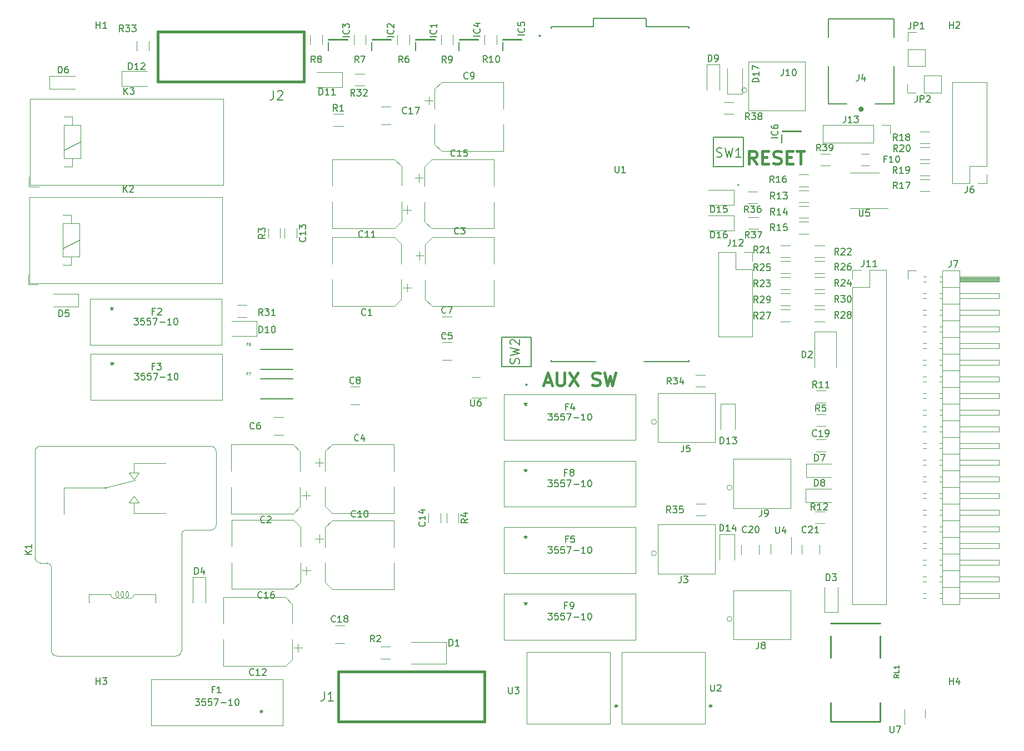
<source format=gbr>
%TF.GenerationSoftware,KiCad,Pcbnew,(6.0.10)*%
%TF.CreationDate,2023-02-22T22:59:34-05:00*%
%TF.ProjectId,System Management Board,53797374-656d-4204-9d61-6e6167656d65,rev?*%
%TF.SameCoordinates,Original*%
%TF.FileFunction,Legend,Top*%
%TF.FilePolarity,Positive*%
%FSLAX46Y46*%
G04 Gerber Fmt 4.6, Leading zero omitted, Abs format (unit mm)*
G04 Created by KiCad (PCBNEW (6.0.10)) date 2023-02-22 22:59:34*
%MOMM*%
%LPD*%
G01*
G04 APERTURE LIST*
%ADD10C,0.400000*%
%ADD11C,0.150000*%
%ADD12C,0.098425*%
%ADD13C,0.127000*%
%ADD14C,0.200000*%
%ADD15C,0.120000*%
%ADD16C,0.100000*%
%ADD17C,0.406400*%
%ADD18C,0.254000*%
G04 APERTURE END LIST*
D10*
X154305666Y-100917333D02*
X155258047Y-100917333D01*
X154115190Y-101488761D02*
X154781857Y-99488761D01*
X155448523Y-101488761D01*
X156115190Y-99488761D02*
X156115190Y-101107809D01*
X156210428Y-101298285D01*
X156305666Y-101393523D01*
X156496142Y-101488761D01*
X156877095Y-101488761D01*
X157067571Y-101393523D01*
X157162809Y-101298285D01*
X157258047Y-101107809D01*
X157258047Y-99488761D01*
X158019952Y-99488761D02*
X159353285Y-101488761D01*
X159353285Y-99488761D02*
X158019952Y-101488761D01*
X161543761Y-101393523D02*
X161829476Y-101488761D01*
X162305666Y-101488761D01*
X162496142Y-101393523D01*
X162591380Y-101298285D01*
X162686619Y-101107809D01*
X162686619Y-100917333D01*
X162591380Y-100726857D01*
X162496142Y-100631619D01*
X162305666Y-100536380D01*
X161924714Y-100441142D01*
X161734238Y-100345904D01*
X161639000Y-100250666D01*
X161543761Y-100060190D01*
X161543761Y-99869714D01*
X161639000Y-99679238D01*
X161734238Y-99584000D01*
X161924714Y-99488761D01*
X162400904Y-99488761D01*
X162686619Y-99584000D01*
X163353285Y-99488761D02*
X163829476Y-101488761D01*
X164210428Y-100060190D01*
X164591380Y-101488761D01*
X165067571Y-99488761D01*
X186579238Y-67706761D02*
X185912571Y-66754380D01*
X185436380Y-67706761D02*
X185436380Y-65706761D01*
X186198285Y-65706761D01*
X186388761Y-65802000D01*
X186484000Y-65897238D01*
X186579238Y-66087714D01*
X186579238Y-66373428D01*
X186484000Y-66563904D01*
X186388761Y-66659142D01*
X186198285Y-66754380D01*
X185436380Y-66754380D01*
X187436380Y-66659142D02*
X188103047Y-66659142D01*
X188388761Y-67706761D02*
X187436380Y-67706761D01*
X187436380Y-65706761D01*
X188388761Y-65706761D01*
X189150666Y-67611523D02*
X189436380Y-67706761D01*
X189912571Y-67706761D01*
X190103047Y-67611523D01*
X190198285Y-67516285D01*
X190293523Y-67325809D01*
X190293523Y-67135333D01*
X190198285Y-66944857D01*
X190103047Y-66849619D01*
X189912571Y-66754380D01*
X189531619Y-66659142D01*
X189341142Y-66563904D01*
X189245904Y-66468666D01*
X189150666Y-66278190D01*
X189150666Y-66087714D01*
X189245904Y-65897238D01*
X189341142Y-65802000D01*
X189531619Y-65706761D01*
X190007809Y-65706761D01*
X190293523Y-65802000D01*
X191150666Y-66659142D02*
X191817333Y-66659142D01*
X192103047Y-67706761D02*
X191150666Y-67706761D01*
X191150666Y-65706761D01*
X192103047Y-65706761D01*
X192674476Y-65706761D02*
X193817333Y-65706761D01*
X193245904Y-67706761D02*
X193245904Y-65706761D01*
D11*
%TO.C,SW1*%
X180481333Y-66572666D02*
X180681333Y-66639333D01*
X181014666Y-66639333D01*
X181148000Y-66572666D01*
X181214666Y-66506000D01*
X181281333Y-66372666D01*
X181281333Y-66239333D01*
X181214666Y-66106000D01*
X181148000Y-66039333D01*
X181014666Y-65972666D01*
X180748000Y-65906000D01*
X180614666Y-65839333D01*
X180548000Y-65772666D01*
X180481333Y-65639333D01*
X180481333Y-65506000D01*
X180548000Y-65372666D01*
X180614666Y-65306000D01*
X180748000Y-65239333D01*
X181081333Y-65239333D01*
X181281333Y-65306000D01*
X181748000Y-65239333D02*
X182081333Y-66639333D01*
X182348000Y-65639333D01*
X182614666Y-66639333D01*
X182948000Y-65239333D01*
X184214666Y-66639333D02*
X183414666Y-66639333D01*
X183814666Y-66639333D02*
X183814666Y-65239333D01*
X183681333Y-65439333D01*
X183548000Y-65572666D01*
X183414666Y-65639333D01*
%TO.C,SW2*%
X150331666Y-98144166D02*
X150398333Y-97944166D01*
X150398333Y-97610833D01*
X150331666Y-97477500D01*
X150265000Y-97410833D01*
X150131666Y-97344166D01*
X149998333Y-97344166D01*
X149865000Y-97410833D01*
X149798333Y-97477500D01*
X149731666Y-97610833D01*
X149665000Y-97877500D01*
X149598333Y-98010833D01*
X149531666Y-98077500D01*
X149398333Y-98144166D01*
X149265000Y-98144166D01*
X149131666Y-98077500D01*
X149065000Y-98010833D01*
X148998333Y-97877500D01*
X148998333Y-97544166D01*
X149065000Y-97344166D01*
X148998333Y-96877500D02*
X150398333Y-96544166D01*
X149398333Y-96277500D01*
X150398333Y-96010833D01*
X148998333Y-95677500D01*
X149131666Y-95210833D02*
X149065000Y-95144166D01*
X148998333Y-95010833D01*
X148998333Y-94677500D01*
X149065000Y-94544166D01*
X149131666Y-94477500D01*
X149265000Y-94410833D01*
X149398333Y-94410833D01*
X149598333Y-94477500D01*
X150398333Y-95277500D01*
X150398333Y-94410833D01*
%TO.C,J9*%
X187329366Y-120401679D02*
X187329366Y-121115965D01*
X187281747Y-121258822D01*
X187186509Y-121354060D01*
X187043652Y-121401679D01*
X186948414Y-121401679D01*
X187853176Y-121401679D02*
X188043652Y-121401679D01*
X188138890Y-121354060D01*
X188186509Y-121306441D01*
X188281747Y-121163584D01*
X188329366Y-120973108D01*
X188329366Y-120592156D01*
X188281747Y-120496918D01*
X188234128Y-120449299D01*
X188138890Y-120401679D01*
X187948414Y-120401679D01*
X187853176Y-120449299D01*
X187805557Y-120496918D01*
X187757938Y-120592156D01*
X187757938Y-120830251D01*
X187805557Y-120925489D01*
X187853176Y-120973108D01*
X187948414Y-121020727D01*
X188138890Y-121020727D01*
X188234128Y-120973108D01*
X188281747Y-120925489D01*
X188329366Y-120830251D01*
%TO.C,F10*%
X206327476Y-66930571D02*
X205994142Y-66930571D01*
X205994142Y-67454380D02*
X205994142Y-66454380D01*
X206470333Y-66454380D01*
X207375095Y-67454380D02*
X206803666Y-67454380D01*
X207089380Y-67454380D02*
X207089380Y-66454380D01*
X206994142Y-66597238D01*
X206898904Y-66692476D01*
X206803666Y-66740095D01*
X207994142Y-66454380D02*
X208089380Y-66454380D01*
X208184619Y-66502000D01*
X208232238Y-66549619D01*
X208279857Y-66644857D01*
X208327476Y-66835333D01*
X208327476Y-67073428D01*
X208279857Y-67263904D01*
X208232238Y-67359142D01*
X208184619Y-67406761D01*
X208089380Y-67454380D01*
X207994142Y-67454380D01*
X207898904Y-67406761D01*
X207851285Y-67359142D01*
X207803666Y-67263904D01*
X207756047Y-67073428D01*
X207756047Y-66835333D01*
X207803666Y-66644857D01*
X207851285Y-66549619D01*
X207898904Y-66502000D01*
X207994142Y-66454380D01*
%TO.C,F9*%
X157665666Y-134979371D02*
X157332333Y-134979371D01*
X157332333Y-135503180D02*
X157332333Y-134503180D01*
X157808523Y-134503180D01*
X158237095Y-135503180D02*
X158427571Y-135503180D01*
X158522809Y-135455561D01*
X158570428Y-135407942D01*
X158665666Y-135265085D01*
X158713285Y-135074609D01*
X158713285Y-134693657D01*
X158665666Y-134598419D01*
X158618047Y-134550800D01*
X158522809Y-134503180D01*
X158332333Y-134503180D01*
X158237095Y-134550800D01*
X158189476Y-134598419D01*
X158141857Y-134693657D01*
X158141857Y-134931752D01*
X158189476Y-135026990D01*
X158237095Y-135074609D01*
X158332333Y-135122228D01*
X158522809Y-135122228D01*
X158618047Y-135074609D01*
X158665666Y-135026990D01*
X158713285Y-134931752D01*
X154792666Y-136154180D02*
X155411714Y-136154180D01*
X155078380Y-136535133D01*
X155221238Y-136535133D01*
X155316476Y-136582752D01*
X155364095Y-136630371D01*
X155411714Y-136725609D01*
X155411714Y-136963704D01*
X155364095Y-137058942D01*
X155316476Y-137106561D01*
X155221238Y-137154180D01*
X154935523Y-137154180D01*
X154840285Y-137106561D01*
X154792666Y-137058942D01*
X156316476Y-136154180D02*
X155840285Y-136154180D01*
X155792666Y-136630371D01*
X155840285Y-136582752D01*
X155935523Y-136535133D01*
X156173619Y-136535133D01*
X156268857Y-136582752D01*
X156316476Y-136630371D01*
X156364095Y-136725609D01*
X156364095Y-136963704D01*
X156316476Y-137058942D01*
X156268857Y-137106561D01*
X156173619Y-137154180D01*
X155935523Y-137154180D01*
X155840285Y-137106561D01*
X155792666Y-137058942D01*
X157268857Y-136154180D02*
X156792666Y-136154180D01*
X156745047Y-136630371D01*
X156792666Y-136582752D01*
X156887904Y-136535133D01*
X157126000Y-136535133D01*
X157221238Y-136582752D01*
X157268857Y-136630371D01*
X157316476Y-136725609D01*
X157316476Y-136963704D01*
X157268857Y-137058942D01*
X157221238Y-137106561D01*
X157126000Y-137154180D01*
X156887904Y-137154180D01*
X156792666Y-137106561D01*
X156745047Y-137058942D01*
X157649809Y-136154180D02*
X158316476Y-136154180D01*
X157887904Y-137154180D01*
X158697428Y-136773228D02*
X159459333Y-136773228D01*
X160459333Y-137154180D02*
X159887904Y-137154180D01*
X160173619Y-137154180D02*
X160173619Y-136154180D01*
X160078380Y-136297038D01*
X159983142Y-136392276D01*
X159887904Y-136439895D01*
X161078380Y-136154180D02*
X161173619Y-136154180D01*
X161268857Y-136201800D01*
X161316476Y-136249419D01*
X161364095Y-136344657D01*
X161411714Y-136535133D01*
X161411714Y-136773228D01*
X161364095Y-136963704D01*
X161316476Y-137058942D01*
X161268857Y-137106561D01*
X161173619Y-137154180D01*
X161078380Y-137154180D01*
X160983142Y-137106561D01*
X160935523Y-137058942D01*
X160887904Y-136963704D01*
X160840285Y-136773228D01*
X160840285Y-136535133D01*
X160887904Y-136344657D01*
X160935523Y-136249419D01*
X160983142Y-136201800D01*
X161078380Y-136154180D01*
X151395000Y-134452380D02*
X151395000Y-134690476D01*
X151156904Y-134595238D02*
X151395000Y-134690476D01*
X151633095Y-134595238D01*
X151252142Y-134880952D02*
X151395000Y-134690476D01*
X151537857Y-134880952D01*
%TO.C,R18*%
X207984742Y-64103980D02*
X207651409Y-63627790D01*
X207413314Y-64103980D02*
X207413314Y-63103980D01*
X207794266Y-63103980D01*
X207889504Y-63151600D01*
X207937123Y-63199219D01*
X207984742Y-63294457D01*
X207984742Y-63437314D01*
X207937123Y-63532552D01*
X207889504Y-63580171D01*
X207794266Y-63627790D01*
X207413314Y-63627790D01*
X208937123Y-64103980D02*
X208365695Y-64103980D01*
X208651409Y-64103980D02*
X208651409Y-63103980D01*
X208556171Y-63246838D01*
X208460933Y-63342076D01*
X208365695Y-63389695D01*
X209508552Y-63532552D02*
X209413314Y-63484933D01*
X209365695Y-63437314D01*
X209318076Y-63342076D01*
X209318076Y-63294457D01*
X209365695Y-63199219D01*
X209413314Y-63151600D01*
X209508552Y-63103980D01*
X209699028Y-63103980D01*
X209794266Y-63151600D01*
X209841885Y-63199219D01*
X209889504Y-63294457D01*
X209889504Y-63342076D01*
X209841885Y-63437314D01*
X209794266Y-63484933D01*
X209699028Y-63532552D01*
X209508552Y-63532552D01*
X209413314Y-63580171D01*
X209365695Y-63627790D01*
X209318076Y-63723028D01*
X209318076Y-63913504D01*
X209365695Y-64008742D01*
X209413314Y-64056361D01*
X209508552Y-64103980D01*
X209699028Y-64103980D01*
X209794266Y-64056361D01*
X209841885Y-64008742D01*
X209889504Y-63913504D01*
X209889504Y-63723028D01*
X209841885Y-63627790D01*
X209794266Y-63580171D01*
X209699028Y-63532552D01*
%TO.C,F3*%
X94792666Y-98531370D02*
X94459333Y-98531370D01*
X94459333Y-99055179D02*
X94459333Y-98055179D01*
X94935523Y-98055179D01*
X95221238Y-98055179D02*
X95840285Y-98055179D01*
X95506952Y-98436132D01*
X95649809Y-98436132D01*
X95745047Y-98483751D01*
X95792666Y-98531370D01*
X95840285Y-98626608D01*
X95840285Y-98864703D01*
X95792666Y-98959941D01*
X95745047Y-99007560D01*
X95649809Y-99055179D01*
X95364095Y-99055179D01*
X95268857Y-99007560D01*
X95221238Y-98959941D01*
X91792666Y-99579179D02*
X92411714Y-99579179D01*
X92078380Y-99960132D01*
X92221238Y-99960132D01*
X92316476Y-100007751D01*
X92364095Y-100055370D01*
X92411714Y-100150608D01*
X92411714Y-100388703D01*
X92364095Y-100483941D01*
X92316476Y-100531560D01*
X92221238Y-100579179D01*
X91935523Y-100579179D01*
X91840285Y-100531560D01*
X91792666Y-100483941D01*
X93316476Y-99579179D02*
X92840285Y-99579179D01*
X92792666Y-100055370D01*
X92840285Y-100007751D01*
X92935523Y-99960132D01*
X93173619Y-99960132D01*
X93268857Y-100007751D01*
X93316476Y-100055370D01*
X93364095Y-100150608D01*
X93364095Y-100388703D01*
X93316476Y-100483941D01*
X93268857Y-100531560D01*
X93173619Y-100579179D01*
X92935523Y-100579179D01*
X92840285Y-100531560D01*
X92792666Y-100483941D01*
X94268857Y-99579179D02*
X93792666Y-99579179D01*
X93745047Y-100055370D01*
X93792666Y-100007751D01*
X93887904Y-99960132D01*
X94126000Y-99960132D01*
X94221238Y-100007751D01*
X94268857Y-100055370D01*
X94316476Y-100150608D01*
X94316476Y-100388703D01*
X94268857Y-100483941D01*
X94221238Y-100531560D01*
X94126000Y-100579179D01*
X93887904Y-100579179D01*
X93792666Y-100531560D01*
X93745047Y-100483941D01*
X94649809Y-99579179D02*
X95316476Y-99579179D01*
X94887904Y-100579179D01*
X95697428Y-100198227D02*
X96459333Y-100198227D01*
X97459333Y-100579179D02*
X96887904Y-100579179D01*
X97173619Y-100579179D02*
X97173619Y-99579179D01*
X97078380Y-99722037D01*
X96983142Y-99817275D01*
X96887904Y-99864894D01*
X98078380Y-99579179D02*
X98173619Y-99579179D01*
X98268857Y-99626799D01*
X98316476Y-99674418D01*
X98364095Y-99769656D01*
X98411714Y-99960132D01*
X98411714Y-100198227D01*
X98364095Y-100388703D01*
X98316476Y-100483941D01*
X98268857Y-100531560D01*
X98173619Y-100579179D01*
X98078380Y-100579179D01*
X97983142Y-100531560D01*
X97935523Y-100483941D01*
X97887904Y-100388703D01*
X97840285Y-100198227D01*
X97840285Y-99960132D01*
X97887904Y-99769656D01*
X97935523Y-99674418D01*
X97983142Y-99626799D01*
X98078380Y-99579179D01*
X88395000Y-97877379D02*
X88395000Y-98115475D01*
X88156904Y-98020237D02*
X88395000Y-98115475D01*
X88633095Y-98020237D01*
X88252142Y-98305951D02*
X88395000Y-98115475D01*
X88537857Y-98305951D01*
%TO.C,R14*%
X189318342Y-75430380D02*
X188985009Y-74954190D01*
X188746914Y-75430380D02*
X188746914Y-74430380D01*
X189127866Y-74430380D01*
X189223104Y-74478000D01*
X189270723Y-74525619D01*
X189318342Y-74620857D01*
X189318342Y-74763714D01*
X189270723Y-74858952D01*
X189223104Y-74906571D01*
X189127866Y-74954190D01*
X188746914Y-74954190D01*
X190270723Y-75430380D02*
X189699295Y-75430380D01*
X189985009Y-75430380D02*
X189985009Y-74430380D01*
X189889771Y-74573238D01*
X189794533Y-74668476D01*
X189699295Y-74716095D01*
X191127866Y-74763714D02*
X191127866Y-75430380D01*
X190889771Y-74382761D02*
X190651676Y-75097047D01*
X191270723Y-75097047D01*
%TO.C,U6*%
X143030095Y-103571380D02*
X143030095Y-104380904D01*
X143077714Y-104476142D01*
X143125333Y-104523761D01*
X143220571Y-104571380D01*
X143411047Y-104571380D01*
X143506285Y-104523761D01*
X143553904Y-104476142D01*
X143601523Y-104380904D01*
X143601523Y-103571380D01*
X144506285Y-103571380D02*
X144315809Y-103571380D01*
X144220571Y-103619000D01*
X144172952Y-103666619D01*
X144077714Y-103809476D01*
X144030095Y-103999952D01*
X144030095Y-104380904D01*
X144077714Y-104476142D01*
X144125333Y-104523761D01*
X144220571Y-104571380D01*
X144411047Y-104571380D01*
X144506285Y-104523761D01*
X144553904Y-104476142D01*
X144601523Y-104380904D01*
X144601523Y-104142809D01*
X144553904Y-104047571D01*
X144506285Y-103999952D01*
X144411047Y-103952333D01*
X144220571Y-103952333D01*
X144125333Y-103999952D01*
X144077714Y-104047571D01*
X144030095Y-104142809D01*
%TO.C,C21*%
X194113142Y-123815142D02*
X194065523Y-123862761D01*
X193922666Y-123910380D01*
X193827428Y-123910380D01*
X193684571Y-123862761D01*
X193589333Y-123767523D01*
X193541714Y-123672285D01*
X193494095Y-123481809D01*
X193494095Y-123338952D01*
X193541714Y-123148476D01*
X193589333Y-123053238D01*
X193684571Y-122958000D01*
X193827428Y-122910380D01*
X193922666Y-122910380D01*
X194065523Y-122958000D01*
X194113142Y-123005619D01*
X194494095Y-123005619D02*
X194541714Y-122958000D01*
X194636952Y-122910380D01*
X194875047Y-122910380D01*
X194970285Y-122958000D01*
X195017904Y-123005619D01*
X195065523Y-123100857D01*
X195065523Y-123196095D01*
X195017904Y-123338952D01*
X194446476Y-123910380D01*
X195065523Y-123910380D01*
X196017904Y-123910380D02*
X195446476Y-123910380D01*
X195732190Y-123910380D02*
X195732190Y-122910380D01*
X195636952Y-123053238D01*
X195541714Y-123148476D01*
X195446476Y-123196095D01*
%TO.C,C15*%
X140607142Y-66432142D02*
X140559523Y-66479761D01*
X140416666Y-66527380D01*
X140321428Y-66527380D01*
X140178571Y-66479761D01*
X140083333Y-66384523D01*
X140035714Y-66289285D01*
X139988095Y-66098809D01*
X139988095Y-65955952D01*
X140035714Y-65765476D01*
X140083333Y-65670238D01*
X140178571Y-65575000D01*
X140321428Y-65527380D01*
X140416666Y-65527380D01*
X140559523Y-65575000D01*
X140607142Y-65622619D01*
X141559523Y-66527380D02*
X140988095Y-66527380D01*
X141273809Y-66527380D02*
X141273809Y-65527380D01*
X141178571Y-65670238D01*
X141083333Y-65765476D01*
X140988095Y-65813095D01*
X142464285Y-65527380D02*
X141988095Y-65527380D01*
X141940476Y-66003571D01*
X141988095Y-65955952D01*
X142083333Y-65908333D01*
X142321428Y-65908333D01*
X142416666Y-65955952D01*
X142464285Y-66003571D01*
X142511904Y-66098809D01*
X142511904Y-66336904D01*
X142464285Y-66432142D01*
X142416666Y-66479761D01*
X142321428Y-66527380D01*
X142083333Y-66527380D01*
X141988095Y-66479761D01*
X141940476Y-66432142D01*
%TO.C,R23*%
X186755142Y-86382380D02*
X186421809Y-85906190D01*
X186183714Y-86382380D02*
X186183714Y-85382380D01*
X186564666Y-85382380D01*
X186659904Y-85430000D01*
X186707523Y-85477619D01*
X186755142Y-85572857D01*
X186755142Y-85715714D01*
X186707523Y-85810952D01*
X186659904Y-85858571D01*
X186564666Y-85906190D01*
X186183714Y-85906190D01*
X187136095Y-85477619D02*
X187183714Y-85430000D01*
X187278952Y-85382380D01*
X187517047Y-85382380D01*
X187612285Y-85430000D01*
X187659904Y-85477619D01*
X187707523Y-85572857D01*
X187707523Y-85668095D01*
X187659904Y-85810952D01*
X187088476Y-86382380D01*
X187707523Y-86382380D01*
X188040857Y-85382380D02*
X188659904Y-85382380D01*
X188326571Y-85763333D01*
X188469428Y-85763333D01*
X188564666Y-85810952D01*
X188612285Y-85858571D01*
X188659904Y-85953809D01*
X188659904Y-86191904D01*
X188612285Y-86287142D01*
X188564666Y-86334761D01*
X188469428Y-86382380D01*
X188183714Y-86382380D01*
X188088476Y-86334761D01*
X188040857Y-86287142D01*
%TO.C,U4*%
X189469095Y-122983380D02*
X189469095Y-123792904D01*
X189516714Y-123888142D01*
X189564333Y-123935761D01*
X189659571Y-123983380D01*
X189850047Y-123983380D01*
X189945285Y-123935761D01*
X189992904Y-123888142D01*
X190040523Y-123792904D01*
X190040523Y-122983380D01*
X190945285Y-123316714D02*
X190945285Y-123983380D01*
X190707190Y-122935761D02*
X190469095Y-123650047D01*
X191088142Y-123650047D01*
%TO.C,D13*%
X181028714Y-110326380D02*
X181028714Y-109326380D01*
X181266809Y-109326380D01*
X181409666Y-109374000D01*
X181504904Y-109469238D01*
X181552523Y-109564476D01*
X181600142Y-109754952D01*
X181600142Y-109897809D01*
X181552523Y-110088285D01*
X181504904Y-110183523D01*
X181409666Y-110278761D01*
X181266809Y-110326380D01*
X181028714Y-110326380D01*
X182552523Y-110326380D02*
X181981095Y-110326380D01*
X182266809Y-110326380D02*
X182266809Y-109326380D01*
X182171571Y-109469238D01*
X182076333Y-109564476D01*
X181981095Y-109612095D01*
X182885857Y-109326380D02*
X183504904Y-109326380D01*
X183171571Y-109707333D01*
X183314428Y-109707333D01*
X183409666Y-109754952D01*
X183457285Y-109802571D01*
X183504904Y-109897809D01*
X183504904Y-110135904D01*
X183457285Y-110231142D01*
X183409666Y-110278761D01*
X183314428Y-110326380D01*
X183028714Y-110326380D01*
X182933476Y-110278761D01*
X182885857Y-110231142D01*
%TO.C,J11*%
X202928776Y-82318381D02*
X202928776Y-83032667D01*
X202881157Y-83175524D01*
X202785919Y-83270762D01*
X202643061Y-83318381D01*
X202547823Y-83318381D01*
X203928776Y-83318381D02*
X203357347Y-83318381D01*
X203643061Y-83318381D02*
X203643061Y-82318381D01*
X203547823Y-82461239D01*
X203452585Y-82556477D01*
X203357347Y-82604096D01*
X204881157Y-83318381D02*
X204309728Y-83318381D01*
X204595442Y-83318381D02*
X204595442Y-82318381D01*
X204500204Y-82461239D01*
X204404966Y-82556477D01*
X204309728Y-82604096D01*
%TO.C,C20*%
X185031142Y-123787142D02*
X184983523Y-123834761D01*
X184840666Y-123882380D01*
X184745428Y-123882380D01*
X184602571Y-123834761D01*
X184507333Y-123739523D01*
X184459714Y-123644285D01*
X184412095Y-123453809D01*
X184412095Y-123310952D01*
X184459714Y-123120476D01*
X184507333Y-123025238D01*
X184602571Y-122930000D01*
X184745428Y-122882380D01*
X184840666Y-122882380D01*
X184983523Y-122930000D01*
X185031142Y-122977619D01*
X185412095Y-122977619D02*
X185459714Y-122930000D01*
X185554952Y-122882380D01*
X185793047Y-122882380D01*
X185888285Y-122930000D01*
X185935904Y-122977619D01*
X185983523Y-123072857D01*
X185983523Y-123168095D01*
X185935904Y-123310952D01*
X185364476Y-123882380D01*
X185983523Y-123882380D01*
X186602571Y-122882380D02*
X186697809Y-122882380D01*
X186793047Y-122930000D01*
X186840666Y-122977619D01*
X186888285Y-123072857D01*
X186935904Y-123263333D01*
X186935904Y-123501428D01*
X186888285Y-123691904D01*
X186840666Y-123787142D01*
X186793047Y-123834761D01*
X186697809Y-123882380D01*
X186602571Y-123882380D01*
X186507333Y-123834761D01*
X186459714Y-123787142D01*
X186412095Y-123691904D01*
X186364476Y-123501428D01*
X186364476Y-123263333D01*
X186412095Y-123072857D01*
X186459714Y-122977619D01*
X186507333Y-122930000D01*
X186602571Y-122882380D01*
%TO.C,D9*%
X179195504Y-52065180D02*
X179195504Y-51065180D01*
X179433600Y-51065180D01*
X179576457Y-51112800D01*
X179671695Y-51208038D01*
X179719314Y-51303276D01*
X179766933Y-51493752D01*
X179766933Y-51636609D01*
X179719314Y-51827085D01*
X179671695Y-51922323D01*
X179576457Y-52017561D01*
X179433600Y-52065180D01*
X179195504Y-52065180D01*
X180243123Y-52065180D02*
X180433600Y-52065180D01*
X180528838Y-52017561D01*
X180576457Y-51969942D01*
X180671695Y-51827085D01*
X180719314Y-51636609D01*
X180719314Y-51255657D01*
X180671695Y-51160419D01*
X180624076Y-51112800D01*
X180528838Y-51065180D01*
X180338361Y-51065180D01*
X180243123Y-51112800D01*
X180195504Y-51160419D01*
X180147885Y-51255657D01*
X180147885Y-51493752D01*
X180195504Y-51588990D01*
X180243123Y-51636609D01*
X180338361Y-51684228D01*
X180528838Y-51684228D01*
X180624076Y-51636609D01*
X180671695Y-51588990D01*
X180719314Y-51493752D01*
%TO.C,C1*%
X127008333Y-90657142D02*
X126960714Y-90704761D01*
X126817857Y-90752380D01*
X126722619Y-90752380D01*
X126579761Y-90704761D01*
X126484523Y-90609523D01*
X126436904Y-90514285D01*
X126389285Y-90323809D01*
X126389285Y-90180952D01*
X126436904Y-89990476D01*
X126484523Y-89895238D01*
X126579761Y-89800000D01*
X126722619Y-89752380D01*
X126817857Y-89752380D01*
X126960714Y-89800000D01*
X127008333Y-89847619D01*
X127960714Y-90752380D02*
X127389285Y-90752380D01*
X127675000Y-90752380D02*
X127675000Y-89752380D01*
X127579761Y-89895238D01*
X127484523Y-89990476D01*
X127389285Y-90038095D01*
%TO.C,J10*%
X190626476Y-53221380D02*
X190626476Y-53935666D01*
X190578857Y-54078523D01*
X190483619Y-54173761D01*
X190340761Y-54221380D01*
X190245523Y-54221380D01*
X191626476Y-54221380D02*
X191055047Y-54221380D01*
X191340761Y-54221380D02*
X191340761Y-53221380D01*
X191245523Y-53364238D01*
X191150285Y-53459476D01*
X191055047Y-53507095D01*
X192245523Y-53221380D02*
X192340761Y-53221380D01*
X192436000Y-53269000D01*
X192483619Y-53316619D01*
X192531238Y-53411857D01*
X192578857Y-53602333D01*
X192578857Y-53840428D01*
X192531238Y-54030904D01*
X192483619Y-54126142D01*
X192436000Y-54173761D01*
X192340761Y-54221380D01*
X192245523Y-54221380D01*
X192150285Y-54173761D01*
X192102666Y-54126142D01*
X192055047Y-54030904D01*
X192007428Y-53840428D01*
X192007428Y-53602333D01*
X192055047Y-53411857D01*
X192102666Y-53316619D01*
X192150285Y-53269000D01*
X192245523Y-53221380D01*
%TO.C,R38*%
X185457142Y-60925380D02*
X185123809Y-60449190D01*
X184885714Y-60925380D02*
X184885714Y-59925380D01*
X185266666Y-59925380D01*
X185361904Y-59973000D01*
X185409523Y-60020619D01*
X185457142Y-60115857D01*
X185457142Y-60258714D01*
X185409523Y-60353952D01*
X185361904Y-60401571D01*
X185266666Y-60449190D01*
X184885714Y-60449190D01*
X185790476Y-59925380D02*
X186409523Y-59925380D01*
X186076190Y-60306333D01*
X186219047Y-60306333D01*
X186314285Y-60353952D01*
X186361904Y-60401571D01*
X186409523Y-60496809D01*
X186409523Y-60734904D01*
X186361904Y-60830142D01*
X186314285Y-60877761D01*
X186219047Y-60925380D01*
X185933333Y-60925380D01*
X185838095Y-60877761D01*
X185790476Y-60830142D01*
X186980952Y-60353952D02*
X186885714Y-60306333D01*
X186838095Y-60258714D01*
X186790476Y-60163476D01*
X186790476Y-60115857D01*
X186838095Y-60020619D01*
X186885714Y-59973000D01*
X186980952Y-59925380D01*
X187171428Y-59925380D01*
X187266666Y-59973000D01*
X187314285Y-60020619D01*
X187361904Y-60115857D01*
X187361904Y-60163476D01*
X187314285Y-60258714D01*
X187266666Y-60306333D01*
X187171428Y-60353952D01*
X186980952Y-60353952D01*
X186885714Y-60401571D01*
X186838095Y-60449190D01*
X186790476Y-60544428D01*
X186790476Y-60734904D01*
X186838095Y-60830142D01*
X186885714Y-60877761D01*
X186980952Y-60925380D01*
X187171428Y-60925380D01*
X187266666Y-60877761D01*
X187314285Y-60830142D01*
X187361904Y-60734904D01*
X187361904Y-60544428D01*
X187314285Y-60449190D01*
X187266666Y-60401571D01*
X187171428Y-60353952D01*
%TO.C,F8*%
X157665666Y-114709371D02*
X157332333Y-114709371D01*
X157332333Y-115233180D02*
X157332333Y-114233180D01*
X157808523Y-114233180D01*
X158332333Y-114661752D02*
X158237095Y-114614133D01*
X158189476Y-114566514D01*
X158141857Y-114471276D01*
X158141857Y-114423657D01*
X158189476Y-114328419D01*
X158237095Y-114280800D01*
X158332333Y-114233180D01*
X158522809Y-114233180D01*
X158618047Y-114280800D01*
X158665666Y-114328419D01*
X158713285Y-114423657D01*
X158713285Y-114471276D01*
X158665666Y-114566514D01*
X158618047Y-114614133D01*
X158522809Y-114661752D01*
X158332333Y-114661752D01*
X158237095Y-114709371D01*
X158189476Y-114756990D01*
X158141857Y-114852228D01*
X158141857Y-115042704D01*
X158189476Y-115137942D01*
X158237095Y-115185561D01*
X158332333Y-115233180D01*
X158522809Y-115233180D01*
X158618047Y-115185561D01*
X158665666Y-115137942D01*
X158713285Y-115042704D01*
X158713285Y-114852228D01*
X158665666Y-114756990D01*
X158618047Y-114709371D01*
X158522809Y-114661752D01*
X154792666Y-115884180D02*
X155411714Y-115884180D01*
X155078380Y-116265133D01*
X155221238Y-116265133D01*
X155316476Y-116312752D01*
X155364095Y-116360371D01*
X155411714Y-116455609D01*
X155411714Y-116693704D01*
X155364095Y-116788942D01*
X155316476Y-116836561D01*
X155221238Y-116884180D01*
X154935523Y-116884180D01*
X154840285Y-116836561D01*
X154792666Y-116788942D01*
X156316476Y-115884180D02*
X155840285Y-115884180D01*
X155792666Y-116360371D01*
X155840285Y-116312752D01*
X155935523Y-116265133D01*
X156173619Y-116265133D01*
X156268857Y-116312752D01*
X156316476Y-116360371D01*
X156364095Y-116455609D01*
X156364095Y-116693704D01*
X156316476Y-116788942D01*
X156268857Y-116836561D01*
X156173619Y-116884180D01*
X155935523Y-116884180D01*
X155840285Y-116836561D01*
X155792666Y-116788942D01*
X157268857Y-115884180D02*
X156792666Y-115884180D01*
X156745047Y-116360371D01*
X156792666Y-116312752D01*
X156887904Y-116265133D01*
X157126000Y-116265133D01*
X157221238Y-116312752D01*
X157268857Y-116360371D01*
X157316476Y-116455609D01*
X157316476Y-116693704D01*
X157268857Y-116788942D01*
X157221238Y-116836561D01*
X157126000Y-116884180D01*
X156887904Y-116884180D01*
X156792666Y-116836561D01*
X156745047Y-116788942D01*
X157649809Y-115884180D02*
X158316476Y-115884180D01*
X157887904Y-116884180D01*
X158697428Y-116503228D02*
X159459333Y-116503228D01*
X160459333Y-116884180D02*
X159887904Y-116884180D01*
X160173619Y-116884180D02*
X160173619Y-115884180D01*
X160078380Y-116027038D01*
X159983142Y-116122276D01*
X159887904Y-116169895D01*
X161078380Y-115884180D02*
X161173619Y-115884180D01*
X161268857Y-115931800D01*
X161316476Y-115979419D01*
X161364095Y-116074657D01*
X161411714Y-116265133D01*
X161411714Y-116503228D01*
X161364095Y-116693704D01*
X161316476Y-116788942D01*
X161268857Y-116836561D01*
X161173619Y-116884180D01*
X161078380Y-116884180D01*
X160983142Y-116836561D01*
X160935523Y-116788942D01*
X160887904Y-116693704D01*
X160840285Y-116503228D01*
X160840285Y-116265133D01*
X160887904Y-116074657D01*
X160935523Y-115979419D01*
X160983142Y-115931800D01*
X161078380Y-115884180D01*
X151395000Y-114182380D02*
X151395000Y-114420476D01*
X151156904Y-114325238D02*
X151395000Y-114420476D01*
X151633095Y-114325238D01*
X151252142Y-114610952D02*
X151395000Y-114420476D01*
X151537857Y-114610952D01*
%TO.C,R21*%
X186755142Y-81240380D02*
X186421809Y-80764190D01*
X186183714Y-81240380D02*
X186183714Y-80240380D01*
X186564666Y-80240380D01*
X186659904Y-80288000D01*
X186707523Y-80335619D01*
X186755142Y-80430857D01*
X186755142Y-80573714D01*
X186707523Y-80668952D01*
X186659904Y-80716571D01*
X186564666Y-80764190D01*
X186183714Y-80764190D01*
X187136095Y-80335619D02*
X187183714Y-80288000D01*
X187278952Y-80240380D01*
X187517047Y-80240380D01*
X187612285Y-80288000D01*
X187659904Y-80335619D01*
X187707523Y-80430857D01*
X187707523Y-80526095D01*
X187659904Y-80668952D01*
X187088476Y-81240380D01*
X187707523Y-81240380D01*
X188659904Y-81240380D02*
X188088476Y-81240380D01*
X188374190Y-81240380D02*
X188374190Y-80240380D01*
X188278952Y-80383238D01*
X188183714Y-80478476D01*
X188088476Y-80526095D01*
%TO.C,D5*%
X80261304Y-90952580D02*
X80261304Y-89952580D01*
X80499400Y-89952580D01*
X80642257Y-90000200D01*
X80737495Y-90095438D01*
X80785114Y-90190676D01*
X80832733Y-90381152D01*
X80832733Y-90524009D01*
X80785114Y-90714485D01*
X80737495Y-90809723D01*
X80642257Y-90904961D01*
X80499400Y-90952580D01*
X80261304Y-90952580D01*
X81737495Y-89952580D02*
X81261304Y-89952580D01*
X81213685Y-90428771D01*
X81261304Y-90381152D01*
X81356542Y-90333533D01*
X81594638Y-90333533D01*
X81689876Y-90381152D01*
X81737495Y-90428771D01*
X81785114Y-90524009D01*
X81785114Y-90762104D01*
X81737495Y-90857342D01*
X81689876Y-90904961D01*
X81594638Y-90952580D01*
X81356542Y-90952580D01*
X81261304Y-90904961D01*
X81213685Y-90857342D01*
%TO.C,R24*%
X199079142Y-86298380D02*
X198745809Y-85822190D01*
X198507714Y-86298380D02*
X198507714Y-85298380D01*
X198888666Y-85298380D01*
X198983904Y-85346000D01*
X199031523Y-85393619D01*
X199079142Y-85488857D01*
X199079142Y-85631714D01*
X199031523Y-85726952D01*
X198983904Y-85774571D01*
X198888666Y-85822190D01*
X198507714Y-85822190D01*
X199460095Y-85393619D02*
X199507714Y-85346000D01*
X199602952Y-85298380D01*
X199841047Y-85298380D01*
X199936285Y-85346000D01*
X199983904Y-85393619D01*
X200031523Y-85488857D01*
X200031523Y-85584095D01*
X199983904Y-85726952D01*
X199412476Y-86298380D01*
X200031523Y-86298380D01*
X200888666Y-85631714D02*
X200888666Y-86298380D01*
X200650571Y-85250761D02*
X200412476Y-85965047D01*
X201031523Y-85965047D01*
%TO.C,C11*%
X126557142Y-78782142D02*
X126509523Y-78829761D01*
X126366666Y-78877380D01*
X126271428Y-78877380D01*
X126128571Y-78829761D01*
X126033333Y-78734523D01*
X125985714Y-78639285D01*
X125938095Y-78448809D01*
X125938095Y-78305952D01*
X125985714Y-78115476D01*
X126033333Y-78020238D01*
X126128571Y-77925000D01*
X126271428Y-77877380D01*
X126366666Y-77877380D01*
X126509523Y-77925000D01*
X126557142Y-77972619D01*
X127509523Y-78877380D02*
X126938095Y-78877380D01*
X127223809Y-78877380D02*
X127223809Y-77877380D01*
X127128571Y-78020238D01*
X127033333Y-78115476D01*
X126938095Y-78163095D01*
X128461904Y-78877380D02*
X127890476Y-78877380D01*
X128176190Y-78877380D02*
X128176190Y-77877380D01*
X128080952Y-78020238D01*
X127985714Y-78115476D01*
X127890476Y-78163095D01*
%TO.C,J5*%
X175433166Y-110567979D02*
X175433166Y-111282265D01*
X175385547Y-111425122D01*
X175290309Y-111520360D01*
X175147452Y-111567979D01*
X175052214Y-111567979D01*
X176385547Y-110567979D02*
X175909357Y-110567979D01*
X175861738Y-111044170D01*
X175909357Y-110996551D01*
X176004595Y-110948932D01*
X176242690Y-110948932D01*
X176337928Y-110996551D01*
X176385547Y-111044170D01*
X176433166Y-111139408D01*
X176433166Y-111377503D01*
X176385547Y-111472741D01*
X176337928Y-111520360D01*
X176242690Y-111567979D01*
X176004595Y-111567979D01*
X175909357Y-111520360D01*
X175861738Y-111472741D01*
%TO.C,R13*%
X189318342Y-73030380D02*
X188985009Y-72554190D01*
X188746914Y-73030380D02*
X188746914Y-72030380D01*
X189127866Y-72030380D01*
X189223104Y-72078000D01*
X189270723Y-72125619D01*
X189318342Y-72220857D01*
X189318342Y-72363714D01*
X189270723Y-72458952D01*
X189223104Y-72506571D01*
X189127866Y-72554190D01*
X188746914Y-72554190D01*
X190270723Y-73030380D02*
X189699295Y-73030380D01*
X189985009Y-73030380D02*
X189985009Y-72030380D01*
X189889771Y-72173238D01*
X189794533Y-72268476D01*
X189699295Y-72316095D01*
X190604057Y-72030380D02*
X191223104Y-72030380D01*
X190889771Y-72411333D01*
X191032628Y-72411333D01*
X191127866Y-72458952D01*
X191175485Y-72506571D01*
X191223104Y-72601809D01*
X191223104Y-72839904D01*
X191175485Y-72935142D01*
X191127866Y-72982761D01*
X191032628Y-73030380D01*
X190746914Y-73030380D01*
X190651676Y-72982761D01*
X190604057Y-72935142D01*
%TO.C,D14*%
X180966714Y-123637380D02*
X180966714Y-122637380D01*
X181204809Y-122637380D01*
X181347666Y-122685000D01*
X181442904Y-122780238D01*
X181490523Y-122875476D01*
X181538142Y-123065952D01*
X181538142Y-123208809D01*
X181490523Y-123399285D01*
X181442904Y-123494523D01*
X181347666Y-123589761D01*
X181204809Y-123637380D01*
X180966714Y-123637380D01*
X182490523Y-123637380D02*
X181919095Y-123637380D01*
X182204809Y-123637380D02*
X182204809Y-122637380D01*
X182109571Y-122780238D01*
X182014333Y-122875476D01*
X181919095Y-122923095D01*
X183347666Y-122970714D02*
X183347666Y-123637380D01*
X183109571Y-122589761D02*
X182871476Y-123304047D01*
X183490523Y-123304047D01*
%TO.C,R19*%
X207959342Y-69097647D02*
X207626009Y-68621457D01*
X207387914Y-69097647D02*
X207387914Y-68097647D01*
X207768866Y-68097647D01*
X207864104Y-68145267D01*
X207911723Y-68192886D01*
X207959342Y-68288124D01*
X207959342Y-68430981D01*
X207911723Y-68526219D01*
X207864104Y-68573838D01*
X207768866Y-68621457D01*
X207387914Y-68621457D01*
X208911723Y-69097647D02*
X208340295Y-69097647D01*
X208626009Y-69097647D02*
X208626009Y-68097647D01*
X208530771Y-68240505D01*
X208435533Y-68335743D01*
X208340295Y-68383362D01*
X209387914Y-69097647D02*
X209578390Y-69097647D01*
X209673628Y-69050028D01*
X209721247Y-69002409D01*
X209816485Y-68859552D01*
X209864104Y-68669076D01*
X209864104Y-68288124D01*
X209816485Y-68192886D01*
X209768866Y-68145267D01*
X209673628Y-68097647D01*
X209483152Y-68097647D01*
X209387914Y-68145267D01*
X209340295Y-68192886D01*
X209292676Y-68288124D01*
X209292676Y-68526219D01*
X209340295Y-68621457D01*
X209387914Y-68669076D01*
X209483152Y-68716695D01*
X209673628Y-68716695D01*
X209768866Y-68669076D01*
X209816485Y-68621457D01*
X209864104Y-68526219D01*
%TO.C,D12*%
X90872714Y-53297380D02*
X90872714Y-52297380D01*
X91110809Y-52297380D01*
X91253666Y-52345000D01*
X91348904Y-52440238D01*
X91396523Y-52535476D01*
X91444142Y-52725952D01*
X91444142Y-52868809D01*
X91396523Y-53059285D01*
X91348904Y-53154523D01*
X91253666Y-53249761D01*
X91110809Y-53297380D01*
X90872714Y-53297380D01*
X92396523Y-53297380D02*
X91825095Y-53297380D01*
X92110809Y-53297380D02*
X92110809Y-52297380D01*
X92015571Y-52440238D01*
X91920333Y-52535476D01*
X91825095Y-52583095D01*
X92777476Y-52392619D02*
X92825095Y-52345000D01*
X92920333Y-52297380D01*
X93158428Y-52297380D01*
X93253666Y-52345000D01*
X93301285Y-52392619D01*
X93348904Y-52487857D01*
X93348904Y-52583095D01*
X93301285Y-52725952D01*
X92729857Y-53297380D01*
X93348904Y-53297380D01*
%TO.C,R10*%
X145495742Y-52195116D02*
X145162409Y-51718926D01*
X144924314Y-52195116D02*
X144924314Y-51195116D01*
X145305266Y-51195116D01*
X145400504Y-51242736D01*
X145448123Y-51290355D01*
X145495742Y-51385593D01*
X145495742Y-51528450D01*
X145448123Y-51623688D01*
X145400504Y-51671307D01*
X145305266Y-51718926D01*
X144924314Y-51718926D01*
X146448123Y-52195116D02*
X145876695Y-52195116D01*
X146162409Y-52195116D02*
X146162409Y-51195116D01*
X146067171Y-51337974D01*
X145971933Y-51433212D01*
X145876695Y-51480831D01*
X147067171Y-51195116D02*
X147162409Y-51195116D01*
X147257647Y-51242736D01*
X147305266Y-51290355D01*
X147352885Y-51385593D01*
X147400504Y-51576069D01*
X147400504Y-51814164D01*
X147352885Y-52004640D01*
X147305266Y-52099878D01*
X147257647Y-52147497D01*
X147162409Y-52195116D01*
X147067171Y-52195116D01*
X146971933Y-52147497D01*
X146924314Y-52099878D01*
X146876695Y-52004640D01*
X146829076Y-51814164D01*
X146829076Y-51576069D01*
X146876695Y-51385593D01*
X146924314Y-51290355D01*
X146971933Y-51242736D01*
X147067171Y-51195116D01*
%TO.C,R3*%
X111687380Y-78411666D02*
X111211190Y-78745000D01*
X111687380Y-78983095D02*
X110687380Y-78983095D01*
X110687380Y-78602142D01*
X110735000Y-78506904D01*
X110782619Y-78459285D01*
X110877857Y-78411666D01*
X111020714Y-78411666D01*
X111115952Y-78459285D01*
X111163571Y-78506904D01*
X111211190Y-78602142D01*
X111211190Y-78983095D01*
X110687380Y-78078333D02*
X110687380Y-77459285D01*
X111068333Y-77792619D01*
X111068333Y-77649761D01*
X111115952Y-77554523D01*
X111163571Y-77506904D01*
X111258809Y-77459285D01*
X111496904Y-77459285D01*
X111592142Y-77506904D01*
X111639761Y-77554523D01*
X111687380Y-77649761D01*
X111687380Y-77935476D01*
X111639761Y-78030714D01*
X111592142Y-78078333D01*
%TO.C,JP2*%
X211050466Y-57272480D02*
X211050466Y-57986766D01*
X211002847Y-58129623D01*
X210907609Y-58224861D01*
X210764752Y-58272480D01*
X210669514Y-58272480D01*
X211526657Y-58272480D02*
X211526657Y-57272480D01*
X211907609Y-57272480D01*
X212002847Y-57320100D01*
X212050466Y-57367719D01*
X212098085Y-57462957D01*
X212098085Y-57605814D01*
X212050466Y-57701052D01*
X212002847Y-57748671D01*
X211907609Y-57796290D01*
X211526657Y-57796290D01*
X212479038Y-57367719D02*
X212526657Y-57320100D01*
X212621895Y-57272480D01*
X212859990Y-57272480D01*
X212955228Y-57320100D01*
X213002847Y-57367719D01*
X213050466Y-57462957D01*
X213050466Y-57558195D01*
X213002847Y-57701052D01*
X212431419Y-58272480D01*
X213050466Y-58272480D01*
%TO.C,R25*%
X186755142Y-83938380D02*
X186421809Y-83462190D01*
X186183714Y-83938380D02*
X186183714Y-82938380D01*
X186564666Y-82938380D01*
X186659904Y-82986000D01*
X186707523Y-83033619D01*
X186755142Y-83128857D01*
X186755142Y-83271714D01*
X186707523Y-83366952D01*
X186659904Y-83414571D01*
X186564666Y-83462190D01*
X186183714Y-83462190D01*
X187136095Y-83033619D02*
X187183714Y-82986000D01*
X187278952Y-82938380D01*
X187517047Y-82938380D01*
X187612285Y-82986000D01*
X187659904Y-83033619D01*
X187707523Y-83128857D01*
X187707523Y-83224095D01*
X187659904Y-83366952D01*
X187088476Y-83938380D01*
X187707523Y-83938380D01*
X188612285Y-82938380D02*
X188136095Y-82938380D01*
X188088476Y-83414571D01*
X188136095Y-83366952D01*
X188231333Y-83319333D01*
X188469428Y-83319333D01*
X188564666Y-83366952D01*
X188612285Y-83414571D01*
X188659904Y-83509809D01*
X188659904Y-83747904D01*
X188612285Y-83843142D01*
X188564666Y-83890761D01*
X188469428Y-83938380D01*
X188231333Y-83938380D01*
X188136095Y-83890761D01*
X188088476Y-83843142D01*
%TO.C,C16*%
X111182142Y-133782142D02*
X111134523Y-133829761D01*
X110991666Y-133877380D01*
X110896428Y-133877380D01*
X110753571Y-133829761D01*
X110658333Y-133734523D01*
X110610714Y-133639285D01*
X110563095Y-133448809D01*
X110563095Y-133305952D01*
X110610714Y-133115476D01*
X110658333Y-133020238D01*
X110753571Y-132925000D01*
X110896428Y-132877380D01*
X110991666Y-132877380D01*
X111134523Y-132925000D01*
X111182142Y-132972619D01*
X112134523Y-133877380D02*
X111563095Y-133877380D01*
X111848809Y-133877380D02*
X111848809Y-132877380D01*
X111753571Y-133020238D01*
X111658333Y-133115476D01*
X111563095Y-133163095D01*
X112991666Y-132877380D02*
X112801190Y-132877380D01*
X112705952Y-132925000D01*
X112658333Y-132972619D01*
X112563095Y-133115476D01*
X112515476Y-133305952D01*
X112515476Y-133686904D01*
X112563095Y-133782142D01*
X112610714Y-133829761D01*
X112705952Y-133877380D01*
X112896428Y-133877380D01*
X112991666Y-133829761D01*
X113039285Y-133782142D01*
X113086904Y-133686904D01*
X113086904Y-133448809D01*
X113039285Y-133353571D01*
X112991666Y-133305952D01*
X112896428Y-133258333D01*
X112705952Y-133258333D01*
X112610714Y-133305952D01*
X112563095Y-133353571D01*
X112515476Y-133448809D01*
%TO.C,J4*%
X202134007Y-54022692D02*
X202134007Y-54737641D01*
X202086343Y-54880631D01*
X201991017Y-54975957D01*
X201848027Y-55023621D01*
X201752700Y-55023621D01*
X203039609Y-54356335D02*
X203039609Y-55023621D01*
X202801293Y-53975028D02*
X202562976Y-54689978D01*
X203182599Y-54689978D01*
%TO.C,D1*%
X139723904Y-141128380D02*
X139723904Y-140128380D01*
X139962000Y-140128380D01*
X140104857Y-140176000D01*
X140200095Y-140271238D01*
X140247714Y-140366476D01*
X140295333Y-140556952D01*
X140295333Y-140699809D01*
X140247714Y-140890285D01*
X140200095Y-140985523D01*
X140104857Y-141080761D01*
X139962000Y-141128380D01*
X139723904Y-141128380D01*
X141247714Y-141128380D02*
X140676285Y-141128380D01*
X140962000Y-141128380D02*
X140962000Y-140128380D01*
X140866761Y-140271238D01*
X140771523Y-140366476D01*
X140676285Y-140414095D01*
%TO.C,F5*%
X157792666Y-124844371D02*
X157459333Y-124844371D01*
X157459333Y-125368180D02*
X157459333Y-124368180D01*
X157935523Y-124368180D01*
X158792666Y-124368180D02*
X158316476Y-124368180D01*
X158268857Y-124844371D01*
X158316476Y-124796752D01*
X158411714Y-124749133D01*
X158649809Y-124749133D01*
X158745047Y-124796752D01*
X158792666Y-124844371D01*
X158840285Y-124939609D01*
X158840285Y-125177704D01*
X158792666Y-125272942D01*
X158745047Y-125320561D01*
X158649809Y-125368180D01*
X158411714Y-125368180D01*
X158316476Y-125320561D01*
X158268857Y-125272942D01*
X154792666Y-126019180D02*
X155411714Y-126019180D01*
X155078380Y-126400133D01*
X155221238Y-126400133D01*
X155316476Y-126447752D01*
X155364095Y-126495371D01*
X155411714Y-126590609D01*
X155411714Y-126828704D01*
X155364095Y-126923942D01*
X155316476Y-126971561D01*
X155221238Y-127019180D01*
X154935523Y-127019180D01*
X154840285Y-126971561D01*
X154792666Y-126923942D01*
X156316476Y-126019180D02*
X155840285Y-126019180D01*
X155792666Y-126495371D01*
X155840285Y-126447752D01*
X155935523Y-126400133D01*
X156173619Y-126400133D01*
X156268857Y-126447752D01*
X156316476Y-126495371D01*
X156364095Y-126590609D01*
X156364095Y-126828704D01*
X156316476Y-126923942D01*
X156268857Y-126971561D01*
X156173619Y-127019180D01*
X155935523Y-127019180D01*
X155840285Y-126971561D01*
X155792666Y-126923942D01*
X157268857Y-126019180D02*
X156792666Y-126019180D01*
X156745047Y-126495371D01*
X156792666Y-126447752D01*
X156887904Y-126400133D01*
X157126000Y-126400133D01*
X157221238Y-126447752D01*
X157268857Y-126495371D01*
X157316476Y-126590609D01*
X157316476Y-126828704D01*
X157268857Y-126923942D01*
X157221238Y-126971561D01*
X157126000Y-127019180D01*
X156887904Y-127019180D01*
X156792666Y-126971561D01*
X156745047Y-126923942D01*
X157649809Y-126019180D02*
X158316476Y-126019180D01*
X157887904Y-127019180D01*
X158697428Y-126638228D02*
X159459333Y-126638228D01*
X160459333Y-127019180D02*
X159887904Y-127019180D01*
X160173619Y-127019180D02*
X160173619Y-126019180D01*
X160078380Y-126162038D01*
X159983142Y-126257276D01*
X159887904Y-126304895D01*
X161078380Y-126019180D02*
X161173619Y-126019180D01*
X161268857Y-126066800D01*
X161316476Y-126114419D01*
X161364095Y-126209657D01*
X161411714Y-126400133D01*
X161411714Y-126638228D01*
X161364095Y-126828704D01*
X161316476Y-126923942D01*
X161268857Y-126971561D01*
X161173619Y-127019180D01*
X161078380Y-127019180D01*
X160983142Y-126971561D01*
X160935523Y-126923942D01*
X160887904Y-126828704D01*
X160840285Y-126638228D01*
X160840285Y-126400133D01*
X160887904Y-126209657D01*
X160935523Y-126114419D01*
X160983142Y-126066800D01*
X161078380Y-126019180D01*
X151395000Y-124317380D02*
X151395000Y-124555476D01*
X151156904Y-124460238D02*
X151395000Y-124555476D01*
X151633095Y-124460238D01*
X151252142Y-124745952D02*
X151395000Y-124555476D01*
X151537857Y-124745952D01*
%TO.C,R7*%
X125932599Y-52210780D02*
X125599266Y-51734590D01*
X125361170Y-52210780D02*
X125361170Y-51210780D01*
X125742123Y-51210780D01*
X125837361Y-51258400D01*
X125884980Y-51306019D01*
X125932599Y-51401257D01*
X125932599Y-51544114D01*
X125884980Y-51639352D01*
X125837361Y-51686971D01*
X125742123Y-51734590D01*
X125361170Y-51734590D01*
X126265932Y-51210780D02*
X126932599Y-51210780D01*
X126504027Y-52210780D01*
%TO.C,R8*%
X119301933Y-52222780D02*
X118968600Y-51746590D01*
X118730504Y-52222780D02*
X118730504Y-51222780D01*
X119111457Y-51222780D01*
X119206695Y-51270400D01*
X119254314Y-51318019D01*
X119301933Y-51413257D01*
X119301933Y-51556114D01*
X119254314Y-51651352D01*
X119206695Y-51698971D01*
X119111457Y-51746590D01*
X118730504Y-51746590D01*
X119873361Y-51651352D02*
X119778123Y-51603733D01*
X119730504Y-51556114D01*
X119682885Y-51460876D01*
X119682885Y-51413257D01*
X119730504Y-51318019D01*
X119778123Y-51270400D01*
X119873361Y-51222780D01*
X120063838Y-51222780D01*
X120159076Y-51270400D01*
X120206695Y-51318019D01*
X120254314Y-51413257D01*
X120254314Y-51460876D01*
X120206695Y-51556114D01*
X120159076Y-51603733D01*
X120063838Y-51651352D01*
X119873361Y-51651352D01*
X119778123Y-51698971D01*
X119730504Y-51746590D01*
X119682885Y-51841828D01*
X119682885Y-52032304D01*
X119730504Y-52127542D01*
X119778123Y-52175161D01*
X119873361Y-52222780D01*
X120063838Y-52222780D01*
X120159076Y-52175161D01*
X120206695Y-52127542D01*
X120254314Y-52032304D01*
X120254314Y-51841828D01*
X120206695Y-51746590D01*
X120159076Y-51698971D01*
X120063838Y-51651352D01*
%TO.C,R32*%
X125321142Y-57308380D02*
X124987809Y-56832190D01*
X124749714Y-57308380D02*
X124749714Y-56308380D01*
X125130666Y-56308380D01*
X125225904Y-56356000D01*
X125273523Y-56403619D01*
X125321142Y-56498857D01*
X125321142Y-56641714D01*
X125273523Y-56736952D01*
X125225904Y-56784571D01*
X125130666Y-56832190D01*
X124749714Y-56832190D01*
X125654476Y-56308380D02*
X126273523Y-56308380D01*
X125940190Y-56689333D01*
X126083047Y-56689333D01*
X126178285Y-56736952D01*
X126225904Y-56784571D01*
X126273523Y-56879809D01*
X126273523Y-57117904D01*
X126225904Y-57213142D01*
X126178285Y-57260761D01*
X126083047Y-57308380D01*
X125797333Y-57308380D01*
X125702095Y-57260761D01*
X125654476Y-57213142D01*
X126654476Y-56403619D02*
X126702095Y-56356000D01*
X126797333Y-56308380D01*
X127035428Y-56308380D01*
X127130666Y-56356000D01*
X127178285Y-56403619D01*
X127225904Y-56498857D01*
X127225904Y-56594095D01*
X127178285Y-56736952D01*
X126606857Y-57308380D01*
X127225904Y-57308380D01*
%TO.C,C9*%
X142583333Y-54632142D02*
X142535714Y-54679761D01*
X142392857Y-54727380D01*
X142297619Y-54727380D01*
X142154761Y-54679761D01*
X142059523Y-54584523D01*
X142011904Y-54489285D01*
X141964285Y-54298809D01*
X141964285Y-54155952D01*
X142011904Y-53965476D01*
X142059523Y-53870238D01*
X142154761Y-53775000D01*
X142297619Y-53727380D01*
X142392857Y-53727380D01*
X142535714Y-53775000D01*
X142583333Y-53822619D01*
X143059523Y-54727380D02*
X143250000Y-54727380D01*
X143345238Y-54679761D01*
X143392857Y-54632142D01*
X143488095Y-54489285D01*
X143535714Y-54298809D01*
X143535714Y-53917857D01*
X143488095Y-53822619D01*
X143440476Y-53775000D01*
X143345238Y-53727380D01*
X143154761Y-53727380D01*
X143059523Y-53775000D01*
X143011904Y-53822619D01*
X142964285Y-53917857D01*
X142964285Y-54155952D01*
X143011904Y-54251190D01*
X143059523Y-54298809D01*
X143154761Y-54346428D01*
X143345238Y-54346428D01*
X143440476Y-54298809D01*
X143488095Y-54251190D01*
X143535714Y-54155952D01*
%TO.C,J7*%
X216208466Y-82404180D02*
X216208466Y-83118466D01*
X216160847Y-83261323D01*
X216065609Y-83356561D01*
X215922752Y-83404180D01*
X215827514Y-83404180D01*
X216589419Y-82404180D02*
X217256085Y-82404180D01*
X216827514Y-83404180D01*
%TO.C,K1*%
X76067380Y-127211495D02*
X75067380Y-127211495D01*
X76067380Y-126640066D02*
X75495952Y-127068638D01*
X75067380Y-126640066D02*
X75638809Y-127211495D01*
X76067380Y-125687685D02*
X76067380Y-126259114D01*
X76067380Y-125973400D02*
X75067380Y-125973400D01*
X75210238Y-126068638D01*
X75305476Y-126163876D01*
X75353095Y-126259114D01*
%TO.C,R31*%
X111315142Y-90771380D02*
X110981809Y-90295190D01*
X110743714Y-90771380D02*
X110743714Y-89771380D01*
X111124666Y-89771380D01*
X111219904Y-89819000D01*
X111267523Y-89866619D01*
X111315142Y-89961857D01*
X111315142Y-90104714D01*
X111267523Y-90199952D01*
X111219904Y-90247571D01*
X111124666Y-90295190D01*
X110743714Y-90295190D01*
X111648476Y-89771380D02*
X112267523Y-89771380D01*
X111934190Y-90152333D01*
X112077047Y-90152333D01*
X112172285Y-90199952D01*
X112219904Y-90247571D01*
X112267523Y-90342809D01*
X112267523Y-90580904D01*
X112219904Y-90676142D01*
X112172285Y-90723761D01*
X112077047Y-90771380D01*
X111791333Y-90771380D01*
X111696095Y-90723761D01*
X111648476Y-90676142D01*
X113219904Y-90771380D02*
X112648476Y-90771380D01*
X112934190Y-90771380D02*
X112934190Y-89771380D01*
X112838952Y-89914238D01*
X112743714Y-90009476D01*
X112648476Y-90057095D01*
%TO.C,C6*%
X110002333Y-107996142D02*
X109954714Y-108043761D01*
X109811857Y-108091380D01*
X109716619Y-108091380D01*
X109573761Y-108043761D01*
X109478523Y-107948523D01*
X109430904Y-107853285D01*
X109383285Y-107662809D01*
X109383285Y-107519952D01*
X109430904Y-107329476D01*
X109478523Y-107234238D01*
X109573761Y-107139000D01*
X109716619Y-107091380D01*
X109811857Y-107091380D01*
X109954714Y-107139000D01*
X110002333Y-107186619D01*
X110859476Y-107091380D02*
X110669000Y-107091380D01*
X110573761Y-107139000D01*
X110526142Y-107186619D01*
X110430904Y-107329476D01*
X110383285Y-107519952D01*
X110383285Y-107900904D01*
X110430904Y-107996142D01*
X110478523Y-108043761D01*
X110573761Y-108091380D01*
X110764238Y-108091380D01*
X110859476Y-108043761D01*
X110907095Y-107996142D01*
X110954714Y-107900904D01*
X110954714Y-107662809D01*
X110907095Y-107567571D01*
X110859476Y-107519952D01*
X110764238Y-107472333D01*
X110573761Y-107472333D01*
X110478523Y-107519952D01*
X110430904Y-107567571D01*
X110383285Y-107662809D01*
%TO.C,R1*%
X122678333Y-59637380D02*
X122345000Y-59161190D01*
X122106904Y-59637380D02*
X122106904Y-58637380D01*
X122487857Y-58637380D01*
X122583095Y-58685000D01*
X122630714Y-58732619D01*
X122678333Y-58827857D01*
X122678333Y-58970714D01*
X122630714Y-59065952D01*
X122583095Y-59113571D01*
X122487857Y-59161190D01*
X122106904Y-59161190D01*
X123630714Y-59637380D02*
X123059285Y-59637380D01*
X123345000Y-59637380D02*
X123345000Y-58637380D01*
X123249761Y-58780238D01*
X123154523Y-58875476D01*
X123059285Y-58923095D01*
%TO.C,R30*%
X199079142Y-88742380D02*
X198745809Y-88266190D01*
X198507714Y-88742380D02*
X198507714Y-87742380D01*
X198888666Y-87742380D01*
X198983904Y-87790000D01*
X199031523Y-87837619D01*
X199079142Y-87932857D01*
X199079142Y-88075714D01*
X199031523Y-88170952D01*
X198983904Y-88218571D01*
X198888666Y-88266190D01*
X198507714Y-88266190D01*
X199412476Y-87742380D02*
X200031523Y-87742380D01*
X199698190Y-88123333D01*
X199841047Y-88123333D01*
X199936285Y-88170952D01*
X199983904Y-88218571D01*
X200031523Y-88313809D01*
X200031523Y-88551904D01*
X199983904Y-88647142D01*
X199936285Y-88694761D01*
X199841047Y-88742380D01*
X199555333Y-88742380D01*
X199460095Y-88694761D01*
X199412476Y-88647142D01*
X200650571Y-87742380D02*
X200745809Y-87742380D01*
X200841047Y-87790000D01*
X200888666Y-87837619D01*
X200936285Y-87932857D01*
X200983904Y-88123333D01*
X200983904Y-88361428D01*
X200936285Y-88551904D01*
X200888666Y-88647142D01*
X200841047Y-88694761D01*
X200745809Y-88742380D01*
X200650571Y-88742380D01*
X200555333Y-88694761D01*
X200507714Y-88647142D01*
X200460095Y-88551904D01*
X200412476Y-88361428D01*
X200412476Y-88123333D01*
X200460095Y-87932857D01*
X200507714Y-87837619D01*
X200555333Y-87790000D01*
X200650571Y-87742380D01*
%TO.C,D7*%
X195430904Y-112964380D02*
X195430904Y-111964380D01*
X195669000Y-111964380D01*
X195811857Y-112012000D01*
X195907095Y-112107238D01*
X195954714Y-112202476D01*
X196002333Y-112392952D01*
X196002333Y-112535809D01*
X195954714Y-112726285D01*
X195907095Y-112821523D01*
X195811857Y-112916761D01*
X195669000Y-112964380D01*
X195430904Y-112964380D01*
X196335666Y-111964380D02*
X197002333Y-111964380D01*
X196573761Y-112964380D01*
%TO.C,R27*%
X186755142Y-91270380D02*
X186421809Y-90794190D01*
X186183714Y-91270380D02*
X186183714Y-90270380D01*
X186564666Y-90270380D01*
X186659904Y-90318000D01*
X186707523Y-90365619D01*
X186755142Y-90460857D01*
X186755142Y-90603714D01*
X186707523Y-90698952D01*
X186659904Y-90746571D01*
X186564666Y-90794190D01*
X186183714Y-90794190D01*
X187136095Y-90365619D02*
X187183714Y-90318000D01*
X187278952Y-90270380D01*
X187517047Y-90270380D01*
X187612285Y-90318000D01*
X187659904Y-90365619D01*
X187707523Y-90460857D01*
X187707523Y-90556095D01*
X187659904Y-90698952D01*
X187088476Y-91270380D01*
X187707523Y-91270380D01*
X188040857Y-90270380D02*
X188707523Y-90270380D01*
X188278952Y-91270380D01*
%TO.C,R39*%
X196291142Y-65676380D02*
X195957809Y-65200190D01*
X195719714Y-65676380D02*
X195719714Y-64676380D01*
X196100666Y-64676380D01*
X196195904Y-64724000D01*
X196243523Y-64771619D01*
X196291142Y-64866857D01*
X196291142Y-65009714D01*
X196243523Y-65104952D01*
X196195904Y-65152571D01*
X196100666Y-65200190D01*
X195719714Y-65200190D01*
X196624476Y-64676380D02*
X197243523Y-64676380D01*
X196910190Y-65057333D01*
X197053047Y-65057333D01*
X197148285Y-65104952D01*
X197195904Y-65152571D01*
X197243523Y-65247809D01*
X197243523Y-65485904D01*
X197195904Y-65581142D01*
X197148285Y-65628761D01*
X197053047Y-65676380D01*
X196767333Y-65676380D01*
X196672095Y-65628761D01*
X196624476Y-65581142D01*
X197719714Y-65676380D02*
X197910190Y-65676380D01*
X198005428Y-65628761D01*
X198053047Y-65581142D01*
X198148285Y-65438285D01*
X198195904Y-65247809D01*
X198195904Y-64866857D01*
X198148285Y-64771619D01*
X198100666Y-64724000D01*
X198005428Y-64676380D01*
X197814952Y-64676380D01*
X197719714Y-64724000D01*
X197672095Y-64771619D01*
X197624476Y-64866857D01*
X197624476Y-65104952D01*
X197672095Y-65200190D01*
X197719714Y-65247809D01*
X197814952Y-65295428D01*
X198005428Y-65295428D01*
X198100666Y-65247809D01*
X198148285Y-65200190D01*
X198195904Y-65104952D01*
%TO.C,R11*%
X195721142Y-101768380D02*
X195387809Y-101292190D01*
X195149714Y-101768380D02*
X195149714Y-100768380D01*
X195530666Y-100768380D01*
X195625904Y-100816000D01*
X195673523Y-100863619D01*
X195721142Y-100958857D01*
X195721142Y-101101714D01*
X195673523Y-101196952D01*
X195625904Y-101244571D01*
X195530666Y-101292190D01*
X195149714Y-101292190D01*
X196673523Y-101768380D02*
X196102095Y-101768380D01*
X196387809Y-101768380D02*
X196387809Y-100768380D01*
X196292571Y-100911238D01*
X196197333Y-101006476D01*
X196102095Y-101054095D01*
X197625904Y-101768380D02*
X197054476Y-101768380D01*
X197340190Y-101768380D02*
X197340190Y-100768380D01*
X197244952Y-100911238D01*
X197149714Y-101006476D01*
X197054476Y-101054095D01*
%TO.C,K3*%
X90196904Y-57057380D02*
X90196904Y-56057380D01*
X90768333Y-57057380D02*
X90339761Y-56485952D01*
X90768333Y-56057380D02*
X90196904Y-56628809D01*
X91101666Y-56057380D02*
X91720714Y-56057380D01*
X91387380Y-56438333D01*
X91530238Y-56438333D01*
X91625476Y-56485952D01*
X91673095Y-56533571D01*
X91720714Y-56628809D01*
X91720714Y-56866904D01*
X91673095Y-56962142D01*
X91625476Y-57009761D01*
X91530238Y-57057380D01*
X91244523Y-57057380D01*
X91149285Y-57009761D01*
X91101666Y-56962142D01*
%TO.C,U1*%
X165025095Y-67994380D02*
X165025095Y-68803904D01*
X165072714Y-68899142D01*
X165120333Y-68946761D01*
X165215571Y-68994380D01*
X165406047Y-68994380D01*
X165501285Y-68946761D01*
X165548904Y-68899142D01*
X165596523Y-68803904D01*
X165596523Y-67994380D01*
X166596523Y-68994380D02*
X166025095Y-68994380D01*
X166310809Y-68994380D02*
X166310809Y-67994380D01*
X166215571Y-68137238D01*
X166120333Y-68232476D01*
X166025095Y-68280095D01*
%TO.C,D6*%
X80185104Y-53830780D02*
X80185104Y-52830780D01*
X80423200Y-52830780D01*
X80566057Y-52878400D01*
X80661295Y-52973638D01*
X80708914Y-53068876D01*
X80756533Y-53259352D01*
X80756533Y-53402209D01*
X80708914Y-53592685D01*
X80661295Y-53687923D01*
X80566057Y-53783161D01*
X80423200Y-53830780D01*
X80185104Y-53830780D01*
X81613676Y-52830780D02*
X81423200Y-52830780D01*
X81327961Y-52878400D01*
X81280342Y-52926019D01*
X81185104Y-53068876D01*
X81137485Y-53259352D01*
X81137485Y-53640304D01*
X81185104Y-53735542D01*
X81232723Y-53783161D01*
X81327961Y-53830780D01*
X81518438Y-53830780D01*
X81613676Y-53783161D01*
X81661295Y-53735542D01*
X81708914Y-53640304D01*
X81708914Y-53402209D01*
X81661295Y-53306971D01*
X81613676Y-53259352D01*
X81518438Y-53211733D01*
X81327961Y-53211733D01*
X81232723Y-53259352D01*
X81185104Y-53306971D01*
X81137485Y-53402209D01*
%TO.C,R33*%
X90080142Y-47524380D02*
X89746809Y-47048190D01*
X89508714Y-47524380D02*
X89508714Y-46524380D01*
X89889666Y-46524380D01*
X89984904Y-46572000D01*
X90032523Y-46619619D01*
X90080142Y-46714857D01*
X90080142Y-46857714D01*
X90032523Y-46952952D01*
X89984904Y-47000571D01*
X89889666Y-47048190D01*
X89508714Y-47048190D01*
X90413476Y-46524380D02*
X91032523Y-46524380D01*
X90699190Y-46905333D01*
X90842047Y-46905333D01*
X90937285Y-46952952D01*
X90984904Y-47000571D01*
X91032523Y-47095809D01*
X91032523Y-47333904D01*
X90984904Y-47429142D01*
X90937285Y-47476761D01*
X90842047Y-47524380D01*
X90556333Y-47524380D01*
X90461095Y-47476761D01*
X90413476Y-47429142D01*
X91365857Y-46524380D02*
X91984904Y-46524380D01*
X91651571Y-46905333D01*
X91794428Y-46905333D01*
X91889666Y-46952952D01*
X91937285Y-47000571D01*
X91984904Y-47095809D01*
X91984904Y-47333904D01*
X91937285Y-47429142D01*
X91889666Y-47476761D01*
X91794428Y-47524380D01*
X91508714Y-47524380D01*
X91413476Y-47476761D01*
X91365857Y-47429142D01*
%TO.C,D3*%
X197198904Y-131201380D02*
X197198904Y-130201380D01*
X197437000Y-130201380D01*
X197579857Y-130249000D01*
X197675095Y-130344238D01*
X197722714Y-130439476D01*
X197770333Y-130629952D01*
X197770333Y-130772809D01*
X197722714Y-130963285D01*
X197675095Y-131058523D01*
X197579857Y-131153761D01*
X197437000Y-131201380D01*
X197198904Y-131201380D01*
X198103666Y-130201380D02*
X198722714Y-130201380D01*
X198389380Y-130582333D01*
X198532238Y-130582333D01*
X198627476Y-130629952D01*
X198675095Y-130677571D01*
X198722714Y-130772809D01*
X198722714Y-131010904D01*
X198675095Y-131106142D01*
X198627476Y-131153761D01*
X198532238Y-131201380D01*
X198246523Y-131201380D01*
X198151285Y-131153761D01*
X198103666Y-131106142D01*
%TO.C,D17*%
X186932380Y-55177185D02*
X185932380Y-55177185D01*
X185932380Y-54939090D01*
X185980000Y-54796233D01*
X186075238Y-54700995D01*
X186170476Y-54653376D01*
X186360952Y-54605757D01*
X186503809Y-54605757D01*
X186694285Y-54653376D01*
X186789523Y-54700995D01*
X186884761Y-54796233D01*
X186932380Y-54939090D01*
X186932380Y-55177185D01*
X186932380Y-53653376D02*
X186932380Y-54224804D01*
X186932380Y-53939090D02*
X185932380Y-53939090D01*
X186075238Y-54034328D01*
X186170476Y-54129566D01*
X186218095Y-54224804D01*
X185932380Y-53320042D02*
X185932380Y-52653376D01*
X186932380Y-53081947D01*
%TO.C,R28*%
X199079142Y-91186380D02*
X198745809Y-90710190D01*
X198507714Y-91186380D02*
X198507714Y-90186380D01*
X198888666Y-90186380D01*
X198983904Y-90234000D01*
X199031523Y-90281619D01*
X199079142Y-90376857D01*
X199079142Y-90519714D01*
X199031523Y-90614952D01*
X198983904Y-90662571D01*
X198888666Y-90710190D01*
X198507714Y-90710190D01*
X199460095Y-90281619D02*
X199507714Y-90234000D01*
X199602952Y-90186380D01*
X199841047Y-90186380D01*
X199936285Y-90234000D01*
X199983904Y-90281619D01*
X200031523Y-90376857D01*
X200031523Y-90472095D01*
X199983904Y-90614952D01*
X199412476Y-91186380D01*
X200031523Y-91186380D01*
X200602952Y-90614952D02*
X200507714Y-90567333D01*
X200460095Y-90519714D01*
X200412476Y-90424476D01*
X200412476Y-90376857D01*
X200460095Y-90281619D01*
X200507714Y-90234000D01*
X200602952Y-90186380D01*
X200793428Y-90186380D01*
X200888666Y-90234000D01*
X200936285Y-90281619D01*
X200983904Y-90376857D01*
X200983904Y-90424476D01*
X200936285Y-90519714D01*
X200888666Y-90567333D01*
X200793428Y-90614952D01*
X200602952Y-90614952D01*
X200507714Y-90662571D01*
X200460095Y-90710190D01*
X200412476Y-90805428D01*
X200412476Y-90995904D01*
X200460095Y-91091142D01*
X200507714Y-91138761D01*
X200602952Y-91186380D01*
X200793428Y-91186380D01*
X200888666Y-91138761D01*
X200936285Y-91091142D01*
X200983904Y-90995904D01*
X200983904Y-90805428D01*
X200936285Y-90710190D01*
X200888666Y-90662571D01*
X200793428Y-90614952D01*
%TO.C,IC3*%
X124511313Y-48308790D02*
X123511313Y-48308790D01*
X124416075Y-47261171D02*
X124463694Y-47308790D01*
X124511313Y-47451647D01*
X124511313Y-47546885D01*
X124463694Y-47689742D01*
X124368456Y-47784980D01*
X124273218Y-47832600D01*
X124082742Y-47880219D01*
X123939885Y-47880219D01*
X123749409Y-47832600D01*
X123654171Y-47784980D01*
X123558933Y-47689742D01*
X123511313Y-47546885D01*
X123511313Y-47451647D01*
X123558933Y-47308790D01*
X123606552Y-47261171D01*
X123511313Y-46927838D02*
X123511313Y-46308790D01*
X123892266Y-46642123D01*
X123892266Y-46499266D01*
X123939885Y-46404028D01*
X123987504Y-46356409D01*
X124082742Y-46308790D01*
X124320837Y-46308790D01*
X124416075Y-46356409D01*
X124463694Y-46404028D01*
X124511313Y-46499266D01*
X124511313Y-46784980D01*
X124463694Y-46880219D01*
X124416075Y-46927838D01*
%TO.C,K2*%
X90076904Y-72002380D02*
X90076904Y-71002380D01*
X90648333Y-72002380D02*
X90219761Y-71430952D01*
X90648333Y-71002380D02*
X90076904Y-71573809D01*
X91029285Y-71097619D02*
X91076904Y-71050000D01*
X91172142Y-71002380D01*
X91410238Y-71002380D01*
X91505476Y-71050000D01*
X91553095Y-71097619D01*
X91600714Y-71192857D01*
X91600714Y-71288095D01*
X91553095Y-71430952D01*
X90981666Y-72002380D01*
X91600714Y-72002380D01*
%TO.C,C13*%
X117782142Y-78887857D02*
X117829761Y-78935476D01*
X117877380Y-79078333D01*
X117877380Y-79173571D01*
X117829761Y-79316428D01*
X117734523Y-79411666D01*
X117639285Y-79459285D01*
X117448809Y-79506904D01*
X117305952Y-79506904D01*
X117115476Y-79459285D01*
X117020238Y-79411666D01*
X116925000Y-79316428D01*
X116877380Y-79173571D01*
X116877380Y-79078333D01*
X116925000Y-78935476D01*
X116972619Y-78887857D01*
X117877380Y-77935476D02*
X117877380Y-78506904D01*
X117877380Y-78221190D02*
X116877380Y-78221190D01*
X117020238Y-78316428D01*
X117115476Y-78411666D01*
X117163095Y-78506904D01*
X116877380Y-77602142D02*
X116877380Y-76983095D01*
X117258333Y-77316428D01*
X117258333Y-77173571D01*
X117305952Y-77078333D01*
X117353571Y-77030714D01*
X117448809Y-76983095D01*
X117686904Y-76983095D01*
X117782142Y-77030714D01*
X117829761Y-77078333D01*
X117877380Y-77173571D01*
X117877380Y-77459285D01*
X117829761Y-77554523D01*
X117782142Y-77602142D01*
%TO.C,F4*%
X157792666Y-104701371D02*
X157459333Y-104701371D01*
X157459333Y-105225180D02*
X157459333Y-104225180D01*
X157935523Y-104225180D01*
X158745047Y-104558514D02*
X158745047Y-105225180D01*
X158506952Y-104177561D02*
X158268857Y-104891847D01*
X158887904Y-104891847D01*
X154792666Y-105749180D02*
X155411714Y-105749180D01*
X155078380Y-106130133D01*
X155221238Y-106130133D01*
X155316476Y-106177752D01*
X155364095Y-106225371D01*
X155411714Y-106320609D01*
X155411714Y-106558704D01*
X155364095Y-106653942D01*
X155316476Y-106701561D01*
X155221238Y-106749180D01*
X154935523Y-106749180D01*
X154840285Y-106701561D01*
X154792666Y-106653942D01*
X156316476Y-105749180D02*
X155840285Y-105749180D01*
X155792666Y-106225371D01*
X155840285Y-106177752D01*
X155935523Y-106130133D01*
X156173619Y-106130133D01*
X156268857Y-106177752D01*
X156316476Y-106225371D01*
X156364095Y-106320609D01*
X156364095Y-106558704D01*
X156316476Y-106653942D01*
X156268857Y-106701561D01*
X156173619Y-106749180D01*
X155935523Y-106749180D01*
X155840285Y-106701561D01*
X155792666Y-106653942D01*
X157268857Y-105749180D02*
X156792666Y-105749180D01*
X156745047Y-106225371D01*
X156792666Y-106177752D01*
X156887904Y-106130133D01*
X157126000Y-106130133D01*
X157221238Y-106177752D01*
X157268857Y-106225371D01*
X157316476Y-106320609D01*
X157316476Y-106558704D01*
X157268857Y-106653942D01*
X157221238Y-106701561D01*
X157126000Y-106749180D01*
X156887904Y-106749180D01*
X156792666Y-106701561D01*
X156745047Y-106653942D01*
X157649809Y-105749180D02*
X158316476Y-105749180D01*
X157887904Y-106749180D01*
X158697428Y-106368228D02*
X159459333Y-106368228D01*
X160459333Y-106749180D02*
X159887904Y-106749180D01*
X160173619Y-106749180D02*
X160173619Y-105749180D01*
X160078380Y-105892038D01*
X159983142Y-105987276D01*
X159887904Y-106034895D01*
X161078380Y-105749180D02*
X161173619Y-105749180D01*
X161268857Y-105796800D01*
X161316476Y-105844419D01*
X161364095Y-105939657D01*
X161411714Y-106130133D01*
X161411714Y-106368228D01*
X161364095Y-106558704D01*
X161316476Y-106653942D01*
X161268857Y-106701561D01*
X161173619Y-106749180D01*
X161078380Y-106749180D01*
X160983142Y-106701561D01*
X160935523Y-106653942D01*
X160887904Y-106558704D01*
X160840285Y-106368228D01*
X160840285Y-106130133D01*
X160887904Y-105939657D01*
X160935523Y-105844419D01*
X160983142Y-105796800D01*
X161078380Y-105749180D01*
X151395000Y-104047380D02*
X151395000Y-104285476D01*
X151156904Y-104190238D02*
X151395000Y-104285476D01*
X151633095Y-104190238D01*
X151252142Y-104475952D02*
X151395000Y-104285476D01*
X151537857Y-104475952D01*
%TO.C,R35*%
X173472142Y-120857380D02*
X173138809Y-120381190D01*
X172900714Y-120857380D02*
X172900714Y-119857380D01*
X173281666Y-119857380D01*
X173376904Y-119905000D01*
X173424523Y-119952619D01*
X173472142Y-120047857D01*
X173472142Y-120190714D01*
X173424523Y-120285952D01*
X173376904Y-120333571D01*
X173281666Y-120381190D01*
X172900714Y-120381190D01*
X173805476Y-119857380D02*
X174424523Y-119857380D01*
X174091190Y-120238333D01*
X174234047Y-120238333D01*
X174329285Y-120285952D01*
X174376904Y-120333571D01*
X174424523Y-120428809D01*
X174424523Y-120666904D01*
X174376904Y-120762142D01*
X174329285Y-120809761D01*
X174234047Y-120857380D01*
X173948333Y-120857380D01*
X173853095Y-120809761D01*
X173805476Y-120762142D01*
X175329285Y-119857380D02*
X174853095Y-119857380D01*
X174805476Y-120333571D01*
X174853095Y-120285952D01*
X174948333Y-120238333D01*
X175186428Y-120238333D01*
X175281666Y-120285952D01*
X175329285Y-120333571D01*
X175376904Y-120428809D01*
X175376904Y-120666904D01*
X175329285Y-120762142D01*
X175281666Y-120809761D01*
X175186428Y-120857380D01*
X174948333Y-120857380D01*
X174853095Y-120809761D01*
X174805476Y-120762142D01*
%TO.C,R34*%
X173541142Y-101245380D02*
X173207809Y-100769190D01*
X172969714Y-101245380D02*
X172969714Y-100245380D01*
X173350666Y-100245380D01*
X173445904Y-100293000D01*
X173493523Y-100340619D01*
X173541142Y-100435857D01*
X173541142Y-100578714D01*
X173493523Y-100673952D01*
X173445904Y-100721571D01*
X173350666Y-100769190D01*
X172969714Y-100769190D01*
X173874476Y-100245380D02*
X174493523Y-100245380D01*
X174160190Y-100626333D01*
X174303047Y-100626333D01*
X174398285Y-100673952D01*
X174445904Y-100721571D01*
X174493523Y-100816809D01*
X174493523Y-101054904D01*
X174445904Y-101150142D01*
X174398285Y-101197761D01*
X174303047Y-101245380D01*
X174017333Y-101245380D01*
X173922095Y-101197761D01*
X173874476Y-101150142D01*
X175350666Y-100578714D02*
X175350666Y-101245380D01*
X175112571Y-100197761D02*
X174874476Y-100912047D01*
X175493523Y-100912047D01*
%TO.C,C12*%
X109932142Y-145532142D02*
X109884523Y-145579761D01*
X109741666Y-145627380D01*
X109646428Y-145627380D01*
X109503571Y-145579761D01*
X109408333Y-145484523D01*
X109360714Y-145389285D01*
X109313095Y-145198809D01*
X109313095Y-145055952D01*
X109360714Y-144865476D01*
X109408333Y-144770238D01*
X109503571Y-144675000D01*
X109646428Y-144627380D01*
X109741666Y-144627380D01*
X109884523Y-144675000D01*
X109932142Y-144722619D01*
X110884523Y-145627380D02*
X110313095Y-145627380D01*
X110598809Y-145627380D02*
X110598809Y-144627380D01*
X110503571Y-144770238D01*
X110408333Y-144865476D01*
X110313095Y-144913095D01*
X111265476Y-144722619D02*
X111313095Y-144675000D01*
X111408333Y-144627380D01*
X111646428Y-144627380D01*
X111741666Y-144675000D01*
X111789285Y-144722619D01*
X111836904Y-144817857D01*
X111836904Y-144913095D01*
X111789285Y-145055952D01*
X111217857Y-145627380D01*
X111836904Y-145627380D01*
%TO.C,JP1*%
X210085466Y-46065180D02*
X210085466Y-46779466D01*
X210037847Y-46922323D01*
X209942609Y-47017561D01*
X209799752Y-47065180D01*
X209704514Y-47065180D01*
X210561657Y-47065180D02*
X210561657Y-46065180D01*
X210942609Y-46065180D01*
X211037847Y-46112800D01*
X211085466Y-46160419D01*
X211133085Y-46255657D01*
X211133085Y-46398514D01*
X211085466Y-46493752D01*
X211037847Y-46541371D01*
X210942609Y-46588990D01*
X210561657Y-46588990D01*
X212085466Y-47065180D02*
X211514038Y-47065180D01*
X211799752Y-47065180D02*
X211799752Y-46065180D01*
X211704514Y-46208038D01*
X211609276Y-46303276D01*
X211514038Y-46350895D01*
%TO.C,U2*%
X179569095Y-147052380D02*
X179569095Y-147861904D01*
X179616714Y-147957142D01*
X179664333Y-148004761D01*
X179759571Y-148052380D01*
X179950047Y-148052380D01*
X180045285Y-148004761D01*
X180092904Y-147957142D01*
X180140523Y-147861904D01*
X180140523Y-147052380D01*
X180569095Y-147147619D02*
X180616714Y-147100000D01*
X180711952Y-147052380D01*
X180950047Y-147052380D01*
X181045285Y-147100000D01*
X181092904Y-147147619D01*
X181140523Y-147242857D01*
X181140523Y-147338095D01*
X181092904Y-147480952D01*
X180521476Y-148052380D01*
X181140523Y-148052380D01*
X179569000Y-150087380D02*
X179569000Y-150325476D01*
X179330904Y-150230238D02*
X179569000Y-150325476D01*
X179807095Y-150230238D01*
X179426142Y-150515952D02*
X179569000Y-150325476D01*
X179711857Y-150515952D01*
X179569000Y-150087380D02*
X179569000Y-150325476D01*
X179330904Y-150230238D02*
X179569000Y-150325476D01*
X179807095Y-150230238D01*
X179426142Y-150515952D02*
X179569000Y-150325476D01*
X179711857Y-150515952D01*
%TO.C,IC4*%
X144439311Y-48181790D02*
X143439311Y-48181790D01*
X144344073Y-47134171D02*
X144391692Y-47181790D01*
X144439311Y-47324647D01*
X144439311Y-47419885D01*
X144391692Y-47562742D01*
X144296454Y-47657980D01*
X144201216Y-47705600D01*
X144010740Y-47753219D01*
X143867883Y-47753219D01*
X143677407Y-47705600D01*
X143582169Y-47657980D01*
X143486931Y-47562742D01*
X143439311Y-47419885D01*
X143439311Y-47324647D01*
X143486931Y-47181790D01*
X143534550Y-47134171D01*
X143772645Y-46277028D02*
X144439311Y-46277028D01*
X143391692Y-46515123D02*
X144105978Y-46753219D01*
X144105978Y-46134171D01*
%TO.C,C18*%
X122382142Y-137432142D02*
X122334523Y-137479761D01*
X122191666Y-137527380D01*
X122096428Y-137527380D01*
X121953571Y-137479761D01*
X121858333Y-137384523D01*
X121810714Y-137289285D01*
X121763095Y-137098809D01*
X121763095Y-136955952D01*
X121810714Y-136765476D01*
X121858333Y-136670238D01*
X121953571Y-136575000D01*
X122096428Y-136527380D01*
X122191666Y-136527380D01*
X122334523Y-136575000D01*
X122382142Y-136622619D01*
X123334523Y-137527380D02*
X122763095Y-137527380D01*
X123048809Y-137527380D02*
X123048809Y-136527380D01*
X122953571Y-136670238D01*
X122858333Y-136765476D01*
X122763095Y-136813095D01*
X123905952Y-136955952D02*
X123810714Y-136908333D01*
X123763095Y-136860714D01*
X123715476Y-136765476D01*
X123715476Y-136717857D01*
X123763095Y-136622619D01*
X123810714Y-136575000D01*
X123905952Y-136527380D01*
X124096428Y-136527380D01*
X124191666Y-136575000D01*
X124239285Y-136622619D01*
X124286904Y-136717857D01*
X124286904Y-136765476D01*
X124239285Y-136860714D01*
X124191666Y-136908333D01*
X124096428Y-136955952D01*
X123905952Y-136955952D01*
X123810714Y-137003571D01*
X123763095Y-137051190D01*
X123715476Y-137146428D01*
X123715476Y-137336904D01*
X123763095Y-137432142D01*
X123810714Y-137479761D01*
X123905952Y-137527380D01*
X124096428Y-137527380D01*
X124191666Y-137479761D01*
X124239285Y-137432142D01*
X124286904Y-137336904D01*
X124286904Y-137146428D01*
X124239285Y-137051190D01*
X124191666Y-137003571D01*
X124096428Y-136955952D01*
%TO.C,R22*%
X199079142Y-81537380D02*
X198745809Y-81061190D01*
X198507714Y-81537380D02*
X198507714Y-80537380D01*
X198888666Y-80537380D01*
X198983904Y-80585000D01*
X199031523Y-80632619D01*
X199079142Y-80727857D01*
X199079142Y-80870714D01*
X199031523Y-80965952D01*
X198983904Y-81013571D01*
X198888666Y-81061190D01*
X198507714Y-81061190D01*
X199460095Y-80632619D02*
X199507714Y-80585000D01*
X199602952Y-80537380D01*
X199841047Y-80537380D01*
X199936285Y-80585000D01*
X199983904Y-80632619D01*
X200031523Y-80727857D01*
X200031523Y-80823095D01*
X199983904Y-80965952D01*
X199412476Y-81537380D01*
X200031523Y-81537380D01*
X200412476Y-80632619D02*
X200460095Y-80585000D01*
X200555333Y-80537380D01*
X200793428Y-80537380D01*
X200888666Y-80585000D01*
X200936285Y-80632619D01*
X200983904Y-80727857D01*
X200983904Y-80823095D01*
X200936285Y-80965952D01*
X200364857Y-81537380D01*
X200983904Y-81537380D01*
%TO.C,C10*%
X125432142Y-121432142D02*
X125384523Y-121479761D01*
X125241666Y-121527380D01*
X125146428Y-121527380D01*
X125003571Y-121479761D01*
X124908333Y-121384523D01*
X124860714Y-121289285D01*
X124813095Y-121098809D01*
X124813095Y-120955952D01*
X124860714Y-120765476D01*
X124908333Y-120670238D01*
X125003571Y-120575000D01*
X125146428Y-120527380D01*
X125241666Y-120527380D01*
X125384523Y-120575000D01*
X125432142Y-120622619D01*
X126384523Y-121527380D02*
X125813095Y-121527380D01*
X126098809Y-121527380D02*
X126098809Y-120527380D01*
X126003571Y-120670238D01*
X125908333Y-120765476D01*
X125813095Y-120813095D01*
X127003571Y-120527380D02*
X127098809Y-120527380D01*
X127194047Y-120575000D01*
X127241666Y-120622619D01*
X127289285Y-120717857D01*
X127336904Y-120908333D01*
X127336904Y-121146428D01*
X127289285Y-121336904D01*
X127241666Y-121432142D01*
X127194047Y-121479761D01*
X127098809Y-121527380D01*
X127003571Y-121527380D01*
X126908333Y-121479761D01*
X126860714Y-121432142D01*
X126813095Y-121336904D01*
X126765476Y-121146428D01*
X126765476Y-120908333D01*
X126813095Y-120717857D01*
X126860714Y-120622619D01*
X126908333Y-120575000D01*
X127003571Y-120527380D01*
%TO.C,R29*%
X186755142Y-88826380D02*
X186421809Y-88350190D01*
X186183714Y-88826380D02*
X186183714Y-87826380D01*
X186564666Y-87826380D01*
X186659904Y-87874000D01*
X186707523Y-87921619D01*
X186755142Y-88016857D01*
X186755142Y-88159714D01*
X186707523Y-88254952D01*
X186659904Y-88302571D01*
X186564666Y-88350190D01*
X186183714Y-88350190D01*
X187136095Y-87921619D02*
X187183714Y-87874000D01*
X187278952Y-87826380D01*
X187517047Y-87826380D01*
X187612285Y-87874000D01*
X187659904Y-87921619D01*
X187707523Y-88016857D01*
X187707523Y-88112095D01*
X187659904Y-88254952D01*
X187088476Y-88826380D01*
X187707523Y-88826380D01*
X188183714Y-88826380D02*
X188374190Y-88826380D01*
X188469428Y-88778761D01*
X188517047Y-88731142D01*
X188612285Y-88588285D01*
X188659904Y-88397809D01*
X188659904Y-88016857D01*
X188612285Y-87921619D01*
X188564666Y-87874000D01*
X188469428Y-87826380D01*
X188278952Y-87826380D01*
X188183714Y-87874000D01*
X188136095Y-87921619D01*
X188088476Y-88016857D01*
X188088476Y-88254952D01*
X188136095Y-88350190D01*
X188183714Y-88397809D01*
X188278952Y-88445428D01*
X188469428Y-88445428D01*
X188564666Y-88397809D01*
X188612285Y-88350190D01*
X188659904Y-88254952D01*
%TO.C,D4*%
X100943304Y-130208580D02*
X100943304Y-129208580D01*
X101181400Y-129208580D01*
X101324257Y-129256200D01*
X101419495Y-129351438D01*
X101467114Y-129446676D01*
X101514733Y-129637152D01*
X101514733Y-129780009D01*
X101467114Y-129970485D01*
X101419495Y-130065723D01*
X101324257Y-130160961D01*
X101181400Y-130208580D01*
X100943304Y-130208580D01*
X102371876Y-129541914D02*
X102371876Y-130208580D01*
X102133780Y-129160961D02*
X101895685Y-129875247D01*
X102514733Y-129875247D01*
%TO.C,R16*%
X189191342Y-70503380D02*
X188858009Y-70027190D01*
X188619914Y-70503380D02*
X188619914Y-69503380D01*
X189000866Y-69503380D01*
X189096104Y-69551000D01*
X189143723Y-69598619D01*
X189191342Y-69693857D01*
X189191342Y-69836714D01*
X189143723Y-69931952D01*
X189096104Y-69979571D01*
X189000866Y-70027190D01*
X188619914Y-70027190D01*
X190143723Y-70503380D02*
X189572295Y-70503380D01*
X189858009Y-70503380D02*
X189858009Y-69503380D01*
X189762771Y-69646238D01*
X189667533Y-69741476D01*
X189572295Y-69789095D01*
X191000866Y-69503380D02*
X190810390Y-69503380D01*
X190715152Y-69551000D01*
X190667533Y-69598619D01*
X190572295Y-69741476D01*
X190524676Y-69931952D01*
X190524676Y-70312904D01*
X190572295Y-70408142D01*
X190619914Y-70455761D01*
X190715152Y-70503380D01*
X190905628Y-70503380D01*
X191000866Y-70455761D01*
X191048485Y-70408142D01*
X191096104Y-70312904D01*
X191096104Y-70074809D01*
X191048485Y-69979571D01*
X191000866Y-69931952D01*
X190905628Y-69884333D01*
X190715152Y-69884333D01*
X190619914Y-69931952D01*
X190572295Y-69979571D01*
X190524676Y-70074809D01*
%TO.C,C14*%
X135982142Y-122267857D02*
X136029761Y-122315476D01*
X136077380Y-122458333D01*
X136077380Y-122553571D01*
X136029761Y-122696428D01*
X135934523Y-122791666D01*
X135839285Y-122839285D01*
X135648809Y-122886904D01*
X135505952Y-122886904D01*
X135315476Y-122839285D01*
X135220238Y-122791666D01*
X135125000Y-122696428D01*
X135077380Y-122553571D01*
X135077380Y-122458333D01*
X135125000Y-122315476D01*
X135172619Y-122267857D01*
X136077380Y-121315476D02*
X136077380Y-121886904D01*
X136077380Y-121601190D02*
X135077380Y-121601190D01*
X135220238Y-121696428D01*
X135315476Y-121791666D01*
X135363095Y-121886904D01*
X135410714Y-120458333D02*
X136077380Y-120458333D01*
X135029761Y-120696428D02*
X135744047Y-120934523D01*
X135744047Y-120315476D01*
%TO.C,J3*%
X175052166Y-130540179D02*
X175052166Y-131254465D01*
X175004547Y-131397322D01*
X174909309Y-131492560D01*
X174766452Y-131540179D01*
X174671214Y-131540179D01*
X175433119Y-130540179D02*
X176052166Y-130540179D01*
X175718833Y-130921132D01*
X175861690Y-130921132D01*
X175956928Y-130968751D01*
X176004547Y-131016370D01*
X176052166Y-131111608D01*
X176052166Y-131349703D01*
X176004547Y-131444941D01*
X175956928Y-131492560D01*
X175861690Y-131540179D01*
X175575976Y-131540179D01*
X175480738Y-131492560D01*
X175433119Y-131444941D01*
%TO.C,IC5*%
X151208980Y-48054790D02*
X150208980Y-48054790D01*
X151113742Y-47007171D02*
X151161361Y-47054790D01*
X151208980Y-47197647D01*
X151208980Y-47292885D01*
X151161361Y-47435742D01*
X151066123Y-47530980D01*
X150970885Y-47578600D01*
X150780409Y-47626219D01*
X150637552Y-47626219D01*
X150447076Y-47578600D01*
X150351838Y-47530980D01*
X150256600Y-47435742D01*
X150208980Y-47292885D01*
X150208980Y-47197647D01*
X150256600Y-47054790D01*
X150304219Y-47007171D01*
X150208980Y-46102409D02*
X150208980Y-46578600D01*
X150685171Y-46626219D01*
X150637552Y-46578600D01*
X150589933Y-46483361D01*
X150589933Y-46245266D01*
X150637552Y-46150028D01*
X150685171Y-46102409D01*
X150780409Y-46054790D01*
X151018504Y-46054790D01*
X151113742Y-46102409D01*
X151161361Y-46150028D01*
X151208980Y-46245266D01*
X151208980Y-46483361D01*
X151161361Y-46578600D01*
X151113742Y-46626219D01*
%TO.C,H2*%
X215963095Y-47002380D02*
X215963095Y-46002380D01*
X215963095Y-46478571D02*
X216534523Y-46478571D01*
X216534523Y-47002380D02*
X216534523Y-46002380D01*
X216963095Y-46097619D02*
X217010714Y-46050000D01*
X217105952Y-46002380D01*
X217344047Y-46002380D01*
X217439285Y-46050000D01*
X217486904Y-46097619D01*
X217534523Y-46192857D01*
X217534523Y-46288095D01*
X217486904Y-46430952D01*
X216915476Y-47002380D01*
X217534523Y-47002380D01*
%TO.C,U3*%
X148786095Y-147420380D02*
X148786095Y-148229904D01*
X148833714Y-148325142D01*
X148881333Y-148372761D01*
X148976571Y-148420380D01*
X149167047Y-148420380D01*
X149262285Y-148372761D01*
X149309904Y-148325142D01*
X149357523Y-148229904D01*
X149357523Y-147420380D01*
X149738476Y-147420380D02*
X150357523Y-147420380D01*
X150024190Y-147801333D01*
X150167047Y-147801333D01*
X150262285Y-147848952D01*
X150309904Y-147896571D01*
X150357523Y-147991809D01*
X150357523Y-148229904D01*
X150309904Y-148325142D01*
X150262285Y-148372761D01*
X150167047Y-148420380D01*
X149881333Y-148420380D01*
X149786095Y-148372761D01*
X149738476Y-148325142D01*
X165169000Y-150087380D02*
X165169000Y-150325476D01*
X164930904Y-150230238D02*
X165169000Y-150325476D01*
X165407095Y-150230238D01*
X165026142Y-150515952D02*
X165169000Y-150325476D01*
X165311857Y-150515952D01*
X165169000Y-150087380D02*
X165169000Y-150325476D01*
X164930904Y-150230238D02*
X165169000Y-150325476D01*
X165407095Y-150230238D01*
X165026142Y-150515952D02*
X165169000Y-150325476D01*
X165311857Y-150515952D01*
%TO.C,IC1*%
X137796645Y-48308790D02*
X136796645Y-48308790D01*
X137701407Y-47261171D02*
X137749026Y-47308790D01*
X137796645Y-47451647D01*
X137796645Y-47546885D01*
X137749026Y-47689742D01*
X137653788Y-47784980D01*
X137558550Y-47832600D01*
X137368074Y-47880219D01*
X137225217Y-47880219D01*
X137034741Y-47832600D01*
X136939503Y-47784980D01*
X136844265Y-47689742D01*
X136796645Y-47546885D01*
X136796645Y-47451647D01*
X136844265Y-47308790D01*
X136891884Y-47261171D01*
X137796645Y-46308790D02*
X137796645Y-46880219D01*
X137796645Y-46594504D02*
X136796645Y-46594504D01*
X136939503Y-46689742D01*
X137034741Y-46784980D01*
X137082360Y-46880219D01*
%TO.C,J8*%
X186872166Y-140577081D02*
X186872166Y-141291367D01*
X186824547Y-141434224D01*
X186729309Y-141529462D01*
X186586452Y-141577081D01*
X186491214Y-141577081D01*
X187491214Y-141005653D02*
X187395976Y-140958034D01*
X187348357Y-140910415D01*
X187300738Y-140815177D01*
X187300738Y-140767558D01*
X187348357Y-140672320D01*
X187395976Y-140624701D01*
X187491214Y-140577081D01*
X187681690Y-140577081D01*
X187776928Y-140624701D01*
X187824547Y-140672320D01*
X187872166Y-140767558D01*
X187872166Y-140815177D01*
X187824547Y-140910415D01*
X187776928Y-140958034D01*
X187681690Y-141005653D01*
X187491214Y-141005653D01*
X187395976Y-141053272D01*
X187348357Y-141100891D01*
X187300738Y-141196129D01*
X187300738Y-141386605D01*
X187348357Y-141481843D01*
X187395976Y-141529462D01*
X187491214Y-141577081D01*
X187681690Y-141577081D01*
X187776928Y-141529462D01*
X187824547Y-141481843D01*
X187872166Y-141386605D01*
X187872166Y-141196129D01*
X187824547Y-141100891D01*
X187776928Y-141053272D01*
X187681690Y-141005653D01*
%TO.C,D2*%
X193503904Y-97212380D02*
X193503904Y-96212380D01*
X193742000Y-96212380D01*
X193884857Y-96260000D01*
X193980095Y-96355238D01*
X194027714Y-96450476D01*
X194075333Y-96640952D01*
X194075333Y-96783809D01*
X194027714Y-96974285D01*
X193980095Y-97069523D01*
X193884857Y-97164761D01*
X193742000Y-97212380D01*
X193503904Y-97212380D01*
X194456285Y-96307619D02*
X194503904Y-96260000D01*
X194599142Y-96212380D01*
X194837238Y-96212380D01*
X194932476Y-96260000D01*
X194980095Y-96307619D01*
X195027714Y-96402857D01*
X195027714Y-96498095D01*
X194980095Y-96640952D01*
X194408666Y-97212380D01*
X195027714Y-97212380D01*
%TO.C,D16*%
X179595714Y-78971380D02*
X179595714Y-77971380D01*
X179833809Y-77971380D01*
X179976666Y-78019000D01*
X180071904Y-78114238D01*
X180119523Y-78209476D01*
X180167142Y-78399952D01*
X180167142Y-78542809D01*
X180119523Y-78733285D01*
X180071904Y-78828523D01*
X179976666Y-78923761D01*
X179833809Y-78971380D01*
X179595714Y-78971380D01*
X181119523Y-78971380D02*
X180548095Y-78971380D01*
X180833809Y-78971380D02*
X180833809Y-77971380D01*
X180738571Y-78114238D01*
X180643333Y-78209476D01*
X180548095Y-78257095D01*
X181976666Y-77971380D02*
X181786190Y-77971380D01*
X181690952Y-78019000D01*
X181643333Y-78066619D01*
X181548095Y-78209476D01*
X181500476Y-78399952D01*
X181500476Y-78780904D01*
X181548095Y-78876142D01*
X181595714Y-78923761D01*
X181690952Y-78971380D01*
X181881428Y-78971380D01*
X181976666Y-78923761D01*
X182024285Y-78876142D01*
X182071904Y-78780904D01*
X182071904Y-78542809D01*
X182024285Y-78447571D01*
X181976666Y-78399952D01*
X181881428Y-78352333D01*
X181690952Y-78352333D01*
X181595714Y-78399952D01*
X181548095Y-78447571D01*
X181500476Y-78542809D01*
%TO.C,IC6*%
X189824380Y-63725190D02*
X188824380Y-63725190D01*
X189729142Y-62677571D02*
X189776761Y-62725190D01*
X189824380Y-62868047D01*
X189824380Y-62963285D01*
X189776761Y-63106142D01*
X189681523Y-63201380D01*
X189586285Y-63249000D01*
X189395809Y-63296619D01*
X189252952Y-63296619D01*
X189062476Y-63249000D01*
X188967238Y-63201380D01*
X188872000Y-63106142D01*
X188824380Y-62963285D01*
X188824380Y-62868047D01*
X188872000Y-62725190D01*
X188919619Y-62677571D01*
X188824380Y-61820428D02*
X188824380Y-62010904D01*
X188872000Y-62106142D01*
X188919619Y-62153761D01*
X189062476Y-62249000D01*
X189252952Y-62296619D01*
X189633904Y-62296619D01*
X189729142Y-62249000D01*
X189776761Y-62201380D01*
X189824380Y-62106142D01*
X189824380Y-61915666D01*
X189776761Y-61820428D01*
X189729142Y-61772809D01*
X189633904Y-61725190D01*
X189395809Y-61725190D01*
X189300571Y-61772809D01*
X189252952Y-61820428D01*
X189205333Y-61915666D01*
X189205333Y-62106142D01*
X189252952Y-62201380D01*
X189300571Y-62249000D01*
X189395809Y-62296619D01*
%TO.C,R9*%
X139240933Y-52233782D02*
X138907600Y-51757592D01*
X138669504Y-52233782D02*
X138669504Y-51233782D01*
X139050457Y-51233782D01*
X139145695Y-51281402D01*
X139193314Y-51329021D01*
X139240933Y-51424259D01*
X139240933Y-51567116D01*
X139193314Y-51662354D01*
X139145695Y-51709973D01*
X139050457Y-51757592D01*
X138669504Y-51757592D01*
X139717123Y-52233782D02*
X139907600Y-52233782D01*
X140002838Y-52186163D01*
X140050457Y-52138544D01*
X140145695Y-51995687D01*
X140193314Y-51805211D01*
X140193314Y-51424259D01*
X140145695Y-51329021D01*
X140098076Y-51281402D01*
X140002838Y-51233782D01*
X139812361Y-51233782D01*
X139717123Y-51281402D01*
X139669504Y-51329021D01*
X139621885Y-51424259D01*
X139621885Y-51662354D01*
X139669504Y-51757592D01*
X139717123Y-51805211D01*
X139812361Y-51852830D01*
X140002838Y-51852830D01*
X140098076Y-51805211D01*
X140145695Y-51757592D01*
X140193314Y-51662354D01*
%TO.C,D15*%
X179595714Y-75071380D02*
X179595714Y-74071380D01*
X179833809Y-74071380D01*
X179976666Y-74119000D01*
X180071904Y-74214238D01*
X180119523Y-74309476D01*
X180167142Y-74499952D01*
X180167142Y-74642809D01*
X180119523Y-74833285D01*
X180071904Y-74928523D01*
X179976666Y-75023761D01*
X179833809Y-75071380D01*
X179595714Y-75071380D01*
X181119523Y-75071380D02*
X180548095Y-75071380D01*
X180833809Y-75071380D02*
X180833809Y-74071380D01*
X180738571Y-74214238D01*
X180643333Y-74309476D01*
X180548095Y-74357095D01*
X182024285Y-74071380D02*
X181548095Y-74071380D01*
X181500476Y-74547571D01*
X181548095Y-74499952D01*
X181643333Y-74452333D01*
X181881428Y-74452333D01*
X181976666Y-74499952D01*
X182024285Y-74547571D01*
X182071904Y-74642809D01*
X182071904Y-74880904D01*
X182024285Y-74976142D01*
X181976666Y-75023761D01*
X181881428Y-75071380D01*
X181643333Y-75071380D01*
X181548095Y-75023761D01*
X181500476Y-74976142D01*
%TO.C,C19*%
X195699142Y-109124142D02*
X195651523Y-109171761D01*
X195508666Y-109219380D01*
X195413428Y-109219380D01*
X195270571Y-109171761D01*
X195175333Y-109076523D01*
X195127714Y-108981285D01*
X195080095Y-108790809D01*
X195080095Y-108647952D01*
X195127714Y-108457476D01*
X195175333Y-108362238D01*
X195270571Y-108267000D01*
X195413428Y-108219380D01*
X195508666Y-108219380D01*
X195651523Y-108267000D01*
X195699142Y-108314619D01*
X196651523Y-109219380D02*
X196080095Y-109219380D01*
X196365809Y-109219380D02*
X196365809Y-108219380D01*
X196270571Y-108362238D01*
X196175333Y-108457476D01*
X196080095Y-108505095D01*
X197127714Y-109219380D02*
X197318190Y-109219380D01*
X197413428Y-109171761D01*
X197461047Y-109124142D01*
X197556285Y-108981285D01*
X197603904Y-108790809D01*
X197603904Y-108409857D01*
X197556285Y-108314619D01*
X197508666Y-108267000D01*
X197413428Y-108219380D01*
X197222952Y-108219380D01*
X197127714Y-108267000D01*
X197080095Y-108314619D01*
X197032476Y-108409857D01*
X197032476Y-108647952D01*
X197080095Y-108743190D01*
X197127714Y-108790809D01*
X197222952Y-108838428D01*
X197413428Y-108838428D01*
X197508666Y-108790809D01*
X197556285Y-108743190D01*
X197603904Y-108647952D01*
D12*
%TO.C,F6*%
X109023766Y-95136878D02*
X108892532Y-95136878D01*
X108892532Y-95343102D02*
X108892532Y-94949401D01*
X109080009Y-94949401D01*
X109398719Y-94949401D02*
X109323729Y-94949401D01*
X109286233Y-94968149D01*
X109267486Y-94986897D01*
X109229990Y-95043140D01*
X109211243Y-95118130D01*
X109211243Y-95268112D01*
X109229990Y-95305607D01*
X109248738Y-95324355D01*
X109286233Y-95343102D01*
X109361224Y-95343102D01*
X109398719Y-95324355D01*
X109417467Y-95305607D01*
X109436215Y-95268112D01*
X109436215Y-95174373D01*
X109417467Y-95136878D01*
X109398719Y-95118130D01*
X109361224Y-95099383D01*
X109286233Y-95099383D01*
X109248738Y-95118130D01*
X109229990Y-95136878D01*
X109211243Y-95174373D01*
D11*
%TO.C,R37*%
X185435142Y-78971380D02*
X185101809Y-78495190D01*
X184863714Y-78971380D02*
X184863714Y-77971380D01*
X185244666Y-77971380D01*
X185339904Y-78019000D01*
X185387523Y-78066619D01*
X185435142Y-78161857D01*
X185435142Y-78304714D01*
X185387523Y-78399952D01*
X185339904Y-78447571D01*
X185244666Y-78495190D01*
X184863714Y-78495190D01*
X185768476Y-77971380D02*
X186387523Y-77971380D01*
X186054190Y-78352333D01*
X186197047Y-78352333D01*
X186292285Y-78399952D01*
X186339904Y-78447571D01*
X186387523Y-78542809D01*
X186387523Y-78780904D01*
X186339904Y-78876142D01*
X186292285Y-78923761D01*
X186197047Y-78971380D01*
X185911333Y-78971380D01*
X185816095Y-78923761D01*
X185768476Y-78876142D01*
X186720857Y-77971380D02*
X187387523Y-77971380D01*
X186958952Y-78971380D01*
%TO.C,R36*%
X185327142Y-75071380D02*
X184993809Y-74595190D01*
X184755714Y-75071380D02*
X184755714Y-74071380D01*
X185136666Y-74071380D01*
X185231904Y-74119000D01*
X185279523Y-74166619D01*
X185327142Y-74261857D01*
X185327142Y-74404714D01*
X185279523Y-74499952D01*
X185231904Y-74547571D01*
X185136666Y-74595190D01*
X184755714Y-74595190D01*
X185660476Y-74071380D02*
X186279523Y-74071380D01*
X185946190Y-74452333D01*
X186089047Y-74452333D01*
X186184285Y-74499952D01*
X186231904Y-74547571D01*
X186279523Y-74642809D01*
X186279523Y-74880904D01*
X186231904Y-74976142D01*
X186184285Y-75023761D01*
X186089047Y-75071380D01*
X185803333Y-75071380D01*
X185708095Y-75023761D01*
X185660476Y-74976142D01*
X187136666Y-74071380D02*
X186946190Y-74071380D01*
X186850952Y-74119000D01*
X186803333Y-74166619D01*
X186708095Y-74309476D01*
X186660476Y-74499952D01*
X186660476Y-74880904D01*
X186708095Y-74976142D01*
X186755714Y-75023761D01*
X186850952Y-75071380D01*
X187041428Y-75071380D01*
X187136666Y-75023761D01*
X187184285Y-74976142D01*
X187231904Y-74880904D01*
X187231904Y-74642809D01*
X187184285Y-74547571D01*
X187136666Y-74499952D01*
X187041428Y-74452333D01*
X186850952Y-74452333D01*
X186755714Y-74499952D01*
X186708095Y-74547571D01*
X186660476Y-74642809D01*
%TO.C,C5*%
X139208333Y-94282142D02*
X139160714Y-94329761D01*
X139017857Y-94377380D01*
X138922619Y-94377380D01*
X138779761Y-94329761D01*
X138684523Y-94234523D01*
X138636904Y-94139285D01*
X138589285Y-93948809D01*
X138589285Y-93805952D01*
X138636904Y-93615476D01*
X138684523Y-93520238D01*
X138779761Y-93425000D01*
X138922619Y-93377380D01*
X139017857Y-93377380D01*
X139160714Y-93425000D01*
X139208333Y-93472619D01*
X140113095Y-93377380D02*
X139636904Y-93377380D01*
X139589285Y-93853571D01*
X139636904Y-93805952D01*
X139732142Y-93758333D01*
X139970238Y-93758333D01*
X140065476Y-93805952D01*
X140113095Y-93853571D01*
X140160714Y-93948809D01*
X140160714Y-94186904D01*
X140113095Y-94282142D01*
X140065476Y-94329761D01*
X139970238Y-94377380D01*
X139732142Y-94377380D01*
X139636904Y-94329761D01*
X139589285Y-94282142D01*
%TO.C,C8*%
X125208333Y-101067142D02*
X125160714Y-101114761D01*
X125017857Y-101162380D01*
X124922619Y-101162380D01*
X124779761Y-101114761D01*
X124684523Y-101019523D01*
X124636904Y-100924285D01*
X124589285Y-100733809D01*
X124589285Y-100590952D01*
X124636904Y-100400476D01*
X124684523Y-100305238D01*
X124779761Y-100210000D01*
X124922619Y-100162380D01*
X125017857Y-100162380D01*
X125160714Y-100210000D01*
X125208333Y-100257619D01*
X125779761Y-100590952D02*
X125684523Y-100543333D01*
X125636904Y-100495714D01*
X125589285Y-100400476D01*
X125589285Y-100352857D01*
X125636904Y-100257619D01*
X125684523Y-100210000D01*
X125779761Y-100162380D01*
X125970238Y-100162380D01*
X126065476Y-100210000D01*
X126113095Y-100257619D01*
X126160714Y-100352857D01*
X126160714Y-100400476D01*
X126113095Y-100495714D01*
X126065476Y-100543333D01*
X125970238Y-100590952D01*
X125779761Y-100590952D01*
X125684523Y-100638571D01*
X125636904Y-100686190D01*
X125589285Y-100781428D01*
X125589285Y-100971904D01*
X125636904Y-101067142D01*
X125684523Y-101114761D01*
X125779761Y-101162380D01*
X125970238Y-101162380D01*
X126065476Y-101114761D01*
X126113095Y-101067142D01*
X126160714Y-100971904D01*
X126160714Y-100781428D01*
X126113095Y-100686190D01*
X126065476Y-100638571D01*
X125970238Y-100590952D01*
%TO.C,R17*%
X208010142Y-71429380D02*
X207676809Y-70953190D01*
X207438714Y-71429380D02*
X207438714Y-70429380D01*
X207819666Y-70429380D01*
X207914904Y-70477000D01*
X207962523Y-70524619D01*
X208010142Y-70619857D01*
X208010142Y-70762714D01*
X207962523Y-70857952D01*
X207914904Y-70905571D01*
X207819666Y-70953190D01*
X207438714Y-70953190D01*
X208962523Y-71429380D02*
X208391095Y-71429380D01*
X208676809Y-71429380D02*
X208676809Y-70429380D01*
X208581571Y-70572238D01*
X208486333Y-70667476D01*
X208391095Y-70715095D01*
X209295857Y-70429380D02*
X209962523Y-70429380D01*
X209533952Y-71429380D01*
%TO.C,R15*%
X189318342Y-77830380D02*
X188985009Y-77354190D01*
X188746914Y-77830380D02*
X188746914Y-76830380D01*
X189127866Y-76830380D01*
X189223104Y-76878000D01*
X189270723Y-76925619D01*
X189318342Y-77020857D01*
X189318342Y-77163714D01*
X189270723Y-77258952D01*
X189223104Y-77306571D01*
X189127866Y-77354190D01*
X188746914Y-77354190D01*
X190270723Y-77830380D02*
X189699295Y-77830380D01*
X189985009Y-77830380D02*
X189985009Y-76830380D01*
X189889771Y-76973238D01*
X189794533Y-77068476D01*
X189699295Y-77116095D01*
X191175485Y-76830380D02*
X190699295Y-76830380D01*
X190651676Y-77306571D01*
X190699295Y-77258952D01*
X190794533Y-77211333D01*
X191032628Y-77211333D01*
X191127866Y-77258952D01*
X191175485Y-77306571D01*
X191223104Y-77401809D01*
X191223104Y-77639904D01*
X191175485Y-77735142D01*
X191127866Y-77782761D01*
X191032628Y-77830380D01*
X190794533Y-77830380D01*
X190699295Y-77782761D01*
X190651676Y-77735142D01*
%TO.C,J1*%
X120681333Y-148108333D02*
X120681333Y-149108333D01*
X120614666Y-149308333D01*
X120481333Y-149441666D01*
X120281333Y-149508333D01*
X120148000Y-149508333D01*
X122081333Y-149508333D02*
X121281333Y-149508333D01*
X121681333Y-149508333D02*
X121681333Y-148108333D01*
X121548000Y-148308333D01*
X121414666Y-148441666D01*
X121281333Y-148508333D01*
%TO.C,C2*%
X111608333Y-122282142D02*
X111560714Y-122329761D01*
X111417857Y-122377380D01*
X111322619Y-122377380D01*
X111179761Y-122329761D01*
X111084523Y-122234523D01*
X111036904Y-122139285D01*
X110989285Y-121948809D01*
X110989285Y-121805952D01*
X111036904Y-121615476D01*
X111084523Y-121520238D01*
X111179761Y-121425000D01*
X111322619Y-121377380D01*
X111417857Y-121377380D01*
X111560714Y-121425000D01*
X111608333Y-121472619D01*
X111989285Y-121472619D02*
X112036904Y-121425000D01*
X112132142Y-121377380D01*
X112370238Y-121377380D01*
X112465476Y-121425000D01*
X112513095Y-121472619D01*
X112560714Y-121567857D01*
X112560714Y-121663095D01*
X112513095Y-121805952D01*
X111941666Y-122377380D01*
X112560714Y-122377380D01*
%TO.C,J6*%
X218672466Y-71078380D02*
X218672466Y-71792666D01*
X218624847Y-71935523D01*
X218529609Y-72030761D01*
X218386752Y-72078380D01*
X218291514Y-72078380D01*
X219577228Y-71078380D02*
X219386752Y-71078380D01*
X219291514Y-71126000D01*
X219243895Y-71173619D01*
X219148657Y-71316476D01*
X219101038Y-71506952D01*
X219101038Y-71887904D01*
X219148657Y-71983142D01*
X219196276Y-72030761D01*
X219291514Y-72078380D01*
X219481990Y-72078380D01*
X219577228Y-72030761D01*
X219624847Y-71983142D01*
X219672466Y-71887904D01*
X219672466Y-71649809D01*
X219624847Y-71554571D01*
X219577228Y-71506952D01*
X219481990Y-71459333D01*
X219291514Y-71459333D01*
X219196276Y-71506952D01*
X219148657Y-71554571D01*
X219101038Y-71649809D01*
%TO.C,C4*%
X125908333Y-109832142D02*
X125860714Y-109879761D01*
X125717857Y-109927380D01*
X125622619Y-109927380D01*
X125479761Y-109879761D01*
X125384523Y-109784523D01*
X125336904Y-109689285D01*
X125289285Y-109498809D01*
X125289285Y-109355952D01*
X125336904Y-109165476D01*
X125384523Y-109070238D01*
X125479761Y-108975000D01*
X125622619Y-108927380D01*
X125717857Y-108927380D01*
X125860714Y-108975000D01*
X125908333Y-109022619D01*
X126765476Y-109260714D02*
X126765476Y-109927380D01*
X126527380Y-108879761D02*
X126289285Y-109594047D01*
X126908333Y-109594047D01*
%TO.C,H4*%
X215963095Y-147002380D02*
X215963095Y-146002380D01*
X215963095Y-146478571D02*
X216534523Y-146478571D01*
X216534523Y-147002380D02*
X216534523Y-146002380D01*
X217439285Y-146335714D02*
X217439285Y-147002380D01*
X217201190Y-145954761D02*
X216963095Y-146669047D01*
X217582142Y-146669047D01*
%TO.C,H1*%
X85963095Y-47002380D02*
X85963095Y-46002380D01*
X85963095Y-46478571D02*
X86534523Y-46478571D01*
X86534523Y-47002380D02*
X86534523Y-46002380D01*
X87534523Y-47002380D02*
X86963095Y-47002380D01*
X87248809Y-47002380D02*
X87248809Y-46002380D01*
X87153571Y-46145238D01*
X87058333Y-46240476D01*
X86963095Y-46288095D01*
%TO.C,R20*%
X208035542Y-65775314D02*
X207702209Y-65299124D01*
X207464114Y-65775314D02*
X207464114Y-64775314D01*
X207845066Y-64775314D01*
X207940304Y-64822934D01*
X207987923Y-64870553D01*
X208035542Y-64965791D01*
X208035542Y-65108648D01*
X207987923Y-65203886D01*
X207940304Y-65251505D01*
X207845066Y-65299124D01*
X207464114Y-65299124D01*
X208416495Y-64870553D02*
X208464114Y-64822934D01*
X208559352Y-64775314D01*
X208797447Y-64775314D01*
X208892685Y-64822934D01*
X208940304Y-64870553D01*
X208987923Y-64965791D01*
X208987923Y-65061029D01*
X208940304Y-65203886D01*
X208368876Y-65775314D01*
X208987923Y-65775314D01*
X209606971Y-64775314D02*
X209702209Y-64775314D01*
X209797447Y-64822934D01*
X209845066Y-64870553D01*
X209892685Y-64965791D01*
X209940304Y-65156267D01*
X209940304Y-65394362D01*
X209892685Y-65584838D01*
X209845066Y-65680076D01*
X209797447Y-65727695D01*
X209702209Y-65775314D01*
X209606971Y-65775314D01*
X209511733Y-65727695D01*
X209464114Y-65680076D01*
X209416495Y-65584838D01*
X209368876Y-65394362D01*
X209368876Y-65156267D01*
X209416495Y-64965791D01*
X209464114Y-64870553D01*
X209511733Y-64822934D01*
X209606971Y-64775314D01*
%TO.C,R26*%
X199079142Y-83854380D02*
X198745809Y-83378190D01*
X198507714Y-83854380D02*
X198507714Y-82854380D01*
X198888666Y-82854380D01*
X198983904Y-82902000D01*
X199031523Y-82949619D01*
X199079142Y-83044857D01*
X199079142Y-83187714D01*
X199031523Y-83282952D01*
X198983904Y-83330571D01*
X198888666Y-83378190D01*
X198507714Y-83378190D01*
X199460095Y-82949619D02*
X199507714Y-82902000D01*
X199602952Y-82854380D01*
X199841047Y-82854380D01*
X199936285Y-82902000D01*
X199983904Y-82949619D01*
X200031523Y-83044857D01*
X200031523Y-83140095D01*
X199983904Y-83282952D01*
X199412476Y-83854380D01*
X200031523Y-83854380D01*
X200888666Y-82854380D02*
X200698190Y-82854380D01*
X200602952Y-82902000D01*
X200555333Y-82949619D01*
X200460095Y-83092476D01*
X200412476Y-83282952D01*
X200412476Y-83663904D01*
X200460095Y-83759142D01*
X200507714Y-83806761D01*
X200602952Y-83854380D01*
X200793428Y-83854380D01*
X200888666Y-83806761D01*
X200936285Y-83759142D01*
X200983904Y-83663904D01*
X200983904Y-83425809D01*
X200936285Y-83330571D01*
X200888666Y-83282952D01*
X200793428Y-83235333D01*
X200602952Y-83235333D01*
X200507714Y-83282952D01*
X200460095Y-83330571D01*
X200412476Y-83425809D01*
%TO.C,D11*%
X119905714Y-57138380D02*
X119905714Y-56138380D01*
X120143809Y-56138380D01*
X120286666Y-56186000D01*
X120381904Y-56281238D01*
X120429523Y-56376476D01*
X120477142Y-56566952D01*
X120477142Y-56709809D01*
X120429523Y-56900285D01*
X120381904Y-56995523D01*
X120286666Y-57090761D01*
X120143809Y-57138380D01*
X119905714Y-57138380D01*
X121429523Y-57138380D02*
X120858095Y-57138380D01*
X121143809Y-57138380D02*
X121143809Y-56138380D01*
X121048571Y-56281238D01*
X120953333Y-56376476D01*
X120858095Y-56424095D01*
X122381904Y-57138380D02*
X121810476Y-57138380D01*
X122096190Y-57138380D02*
X122096190Y-56138380D01*
X122000952Y-56281238D01*
X121905714Y-56376476D01*
X121810476Y-56424095D01*
%TO.C,R6*%
X132643865Y-52214380D02*
X132310532Y-51738190D01*
X132072436Y-52214380D02*
X132072436Y-51214380D01*
X132453389Y-51214380D01*
X132548627Y-51262000D01*
X132596246Y-51309619D01*
X132643865Y-51404857D01*
X132643865Y-51547714D01*
X132596246Y-51642952D01*
X132548627Y-51690571D01*
X132453389Y-51738190D01*
X132072436Y-51738190D01*
X133501008Y-51214380D02*
X133310532Y-51214380D01*
X133215293Y-51262000D01*
X133167674Y-51309619D01*
X133072436Y-51452476D01*
X133024817Y-51642952D01*
X133024817Y-52023904D01*
X133072436Y-52119142D01*
X133120055Y-52166761D01*
X133215293Y-52214380D01*
X133405770Y-52214380D01*
X133501008Y-52166761D01*
X133548627Y-52119142D01*
X133596246Y-52023904D01*
X133596246Y-51785809D01*
X133548627Y-51690571D01*
X133501008Y-51642952D01*
X133405770Y-51595333D01*
X133215293Y-51595333D01*
X133120055Y-51642952D01*
X133072436Y-51690571D01*
X133024817Y-51785809D01*
%TO.C,H3*%
X85963095Y-147002380D02*
X85963095Y-146002380D01*
X85963095Y-146478571D02*
X86534523Y-146478571D01*
X86534523Y-147002380D02*
X86534523Y-146002380D01*
X86915476Y-146002380D02*
X87534523Y-146002380D01*
X87201190Y-146383333D01*
X87344047Y-146383333D01*
X87439285Y-146430952D01*
X87486904Y-146478571D01*
X87534523Y-146573809D01*
X87534523Y-146811904D01*
X87486904Y-146907142D01*
X87439285Y-146954761D01*
X87344047Y-147002380D01*
X87058333Y-147002380D01*
X86963095Y-146954761D01*
X86915476Y-146907142D01*
%TO.C,IC2*%
X131280979Y-48308790D02*
X130280979Y-48308790D01*
X131185741Y-47261171D02*
X131233360Y-47308790D01*
X131280979Y-47451647D01*
X131280979Y-47546885D01*
X131233360Y-47689742D01*
X131138122Y-47784980D01*
X131042884Y-47832600D01*
X130852408Y-47880219D01*
X130709551Y-47880219D01*
X130519075Y-47832600D01*
X130423837Y-47784980D01*
X130328599Y-47689742D01*
X130280979Y-47546885D01*
X130280979Y-47451647D01*
X130328599Y-47308790D01*
X130376218Y-47261171D01*
X130376218Y-46880219D02*
X130328599Y-46832600D01*
X130280979Y-46737361D01*
X130280979Y-46499266D01*
X130328599Y-46404028D01*
X130376218Y-46356409D01*
X130471456Y-46308790D01*
X130566694Y-46308790D01*
X130709551Y-46356409D01*
X131280979Y-46927838D01*
X131280979Y-46308790D01*
%TO.C,C17*%
X133217142Y-59934142D02*
X133169523Y-59981761D01*
X133026666Y-60029380D01*
X132931428Y-60029380D01*
X132788571Y-59981761D01*
X132693333Y-59886523D01*
X132645714Y-59791285D01*
X132598095Y-59600809D01*
X132598095Y-59457952D01*
X132645714Y-59267476D01*
X132693333Y-59172238D01*
X132788571Y-59077000D01*
X132931428Y-59029380D01*
X133026666Y-59029380D01*
X133169523Y-59077000D01*
X133217142Y-59124619D01*
X134169523Y-60029380D02*
X133598095Y-60029380D01*
X133883809Y-60029380D02*
X133883809Y-59029380D01*
X133788571Y-59172238D01*
X133693333Y-59267476D01*
X133598095Y-59315095D01*
X134502857Y-59029380D02*
X135169523Y-59029380D01*
X134740952Y-60029380D01*
%TO.C,D10*%
X110739714Y-93397380D02*
X110739714Y-92397380D01*
X110977809Y-92397380D01*
X111120666Y-92445000D01*
X111215904Y-92540238D01*
X111263523Y-92635476D01*
X111311142Y-92825952D01*
X111311142Y-92968809D01*
X111263523Y-93159285D01*
X111215904Y-93254523D01*
X111120666Y-93349761D01*
X110977809Y-93397380D01*
X110739714Y-93397380D01*
X112263523Y-93397380D02*
X111692095Y-93397380D01*
X111977809Y-93397380D02*
X111977809Y-92397380D01*
X111882571Y-92540238D01*
X111787333Y-92635476D01*
X111692095Y-92683095D01*
X112882571Y-92397380D02*
X112977809Y-92397380D01*
X113073047Y-92445000D01*
X113120666Y-92492619D01*
X113168285Y-92587857D01*
X113215904Y-92778333D01*
X113215904Y-93016428D01*
X113168285Y-93206904D01*
X113120666Y-93302142D01*
X113073047Y-93349761D01*
X112977809Y-93397380D01*
X112882571Y-93397380D01*
X112787333Y-93349761D01*
X112739714Y-93302142D01*
X112692095Y-93206904D01*
X112644476Y-93016428D01*
X112644476Y-92778333D01*
X112692095Y-92587857D01*
X112739714Y-92492619D01*
X112787333Y-92445000D01*
X112882571Y-92397380D01*
%TO.C,C7*%
X139208333Y-90357142D02*
X139160714Y-90404761D01*
X139017857Y-90452380D01*
X138922619Y-90452380D01*
X138779761Y-90404761D01*
X138684523Y-90309523D01*
X138636904Y-90214285D01*
X138589285Y-90023809D01*
X138589285Y-89880952D01*
X138636904Y-89690476D01*
X138684523Y-89595238D01*
X138779761Y-89500000D01*
X138922619Y-89452380D01*
X139017857Y-89452380D01*
X139160714Y-89500000D01*
X139208333Y-89547619D01*
X139541666Y-89452380D02*
X140208333Y-89452380D01*
X139779761Y-90452380D01*
%TO.C,F2*%
X94849666Y-90151371D02*
X94516333Y-90151371D01*
X94516333Y-90675180D02*
X94516333Y-89675180D01*
X94992523Y-89675180D01*
X95325857Y-89770419D02*
X95373476Y-89722800D01*
X95468714Y-89675180D01*
X95706809Y-89675180D01*
X95802047Y-89722800D01*
X95849666Y-89770419D01*
X95897285Y-89865657D01*
X95897285Y-89960895D01*
X95849666Y-90103752D01*
X95278238Y-90675180D01*
X95897285Y-90675180D01*
X91722666Y-91199180D02*
X92341714Y-91199180D01*
X92008380Y-91580133D01*
X92151238Y-91580133D01*
X92246476Y-91627752D01*
X92294095Y-91675371D01*
X92341714Y-91770609D01*
X92341714Y-92008704D01*
X92294095Y-92103942D01*
X92246476Y-92151561D01*
X92151238Y-92199180D01*
X91865523Y-92199180D01*
X91770285Y-92151561D01*
X91722666Y-92103942D01*
X93246476Y-91199180D02*
X92770285Y-91199180D01*
X92722666Y-91675371D01*
X92770285Y-91627752D01*
X92865523Y-91580133D01*
X93103619Y-91580133D01*
X93198857Y-91627752D01*
X93246476Y-91675371D01*
X93294095Y-91770609D01*
X93294095Y-92008704D01*
X93246476Y-92103942D01*
X93198857Y-92151561D01*
X93103619Y-92199180D01*
X92865523Y-92199180D01*
X92770285Y-92151561D01*
X92722666Y-92103942D01*
X94198857Y-91199180D02*
X93722666Y-91199180D01*
X93675047Y-91675371D01*
X93722666Y-91627752D01*
X93817904Y-91580133D01*
X94056000Y-91580133D01*
X94151238Y-91627752D01*
X94198857Y-91675371D01*
X94246476Y-91770609D01*
X94246476Y-92008704D01*
X94198857Y-92103942D01*
X94151238Y-92151561D01*
X94056000Y-92199180D01*
X93817904Y-92199180D01*
X93722666Y-92151561D01*
X93675047Y-92103942D01*
X94579809Y-91199180D02*
X95246476Y-91199180D01*
X94817904Y-92199180D01*
X95627428Y-91818228D02*
X96389333Y-91818228D01*
X97389333Y-92199180D02*
X96817904Y-92199180D01*
X97103619Y-92199180D02*
X97103619Y-91199180D01*
X97008380Y-91342038D01*
X96913142Y-91437276D01*
X96817904Y-91484895D01*
X98008380Y-91199180D02*
X98103619Y-91199180D01*
X98198857Y-91246800D01*
X98246476Y-91294419D01*
X98294095Y-91389657D01*
X98341714Y-91580133D01*
X98341714Y-91818228D01*
X98294095Y-92008704D01*
X98246476Y-92103942D01*
X98198857Y-92151561D01*
X98103619Y-92199180D01*
X98008380Y-92199180D01*
X97913142Y-92151561D01*
X97865523Y-92103942D01*
X97817904Y-92008704D01*
X97770285Y-91818228D01*
X97770285Y-91580133D01*
X97817904Y-91389657D01*
X97865523Y-91294419D01*
X97913142Y-91246800D01*
X98008380Y-91199180D01*
X88325000Y-89497380D02*
X88325000Y-89735476D01*
X88086904Y-89640238D02*
X88325000Y-89735476D01*
X88563095Y-89640238D01*
X88182142Y-89925952D02*
X88325000Y-89735476D01*
X88467857Y-89925952D01*
%TO.C,R12*%
X195458142Y-120432580D02*
X195124809Y-119956390D01*
X194886714Y-120432580D02*
X194886714Y-119432580D01*
X195267666Y-119432580D01*
X195362904Y-119480200D01*
X195410523Y-119527819D01*
X195458142Y-119623057D01*
X195458142Y-119765914D01*
X195410523Y-119861152D01*
X195362904Y-119908771D01*
X195267666Y-119956390D01*
X194886714Y-119956390D01*
X196410523Y-120432580D02*
X195839095Y-120432580D01*
X196124809Y-120432580D02*
X196124809Y-119432580D01*
X196029571Y-119575438D01*
X195934333Y-119670676D01*
X195839095Y-119718295D01*
X196791476Y-119527819D02*
X196839095Y-119480200D01*
X196934333Y-119432580D01*
X197172428Y-119432580D01*
X197267666Y-119480200D01*
X197315285Y-119527819D01*
X197362904Y-119623057D01*
X197362904Y-119718295D01*
X197315285Y-119861152D01*
X196743857Y-120432580D01*
X197362904Y-120432580D01*
%TO.C,J13*%
X200104476Y-60368380D02*
X200104476Y-61082666D01*
X200056857Y-61225523D01*
X199961619Y-61320761D01*
X199818761Y-61368380D01*
X199723523Y-61368380D01*
X201104476Y-61368380D02*
X200533047Y-61368380D01*
X200818761Y-61368380D02*
X200818761Y-60368380D01*
X200723523Y-60511238D01*
X200628285Y-60606476D01*
X200533047Y-60654095D01*
X201437809Y-60368380D02*
X202056857Y-60368380D01*
X201723523Y-60749333D01*
X201866380Y-60749333D01*
X201961619Y-60796952D01*
X202009238Y-60844571D01*
X202056857Y-60939809D01*
X202056857Y-61177904D01*
X202009238Y-61273142D01*
X201961619Y-61320761D01*
X201866380Y-61368380D01*
X201580666Y-61368380D01*
X201485428Y-61320761D01*
X201437809Y-61273142D01*
%TO.C,U5*%
X202226695Y-74646380D02*
X202226695Y-75455904D01*
X202274314Y-75551142D01*
X202321933Y-75598761D01*
X202417171Y-75646380D01*
X202607647Y-75646380D01*
X202702885Y-75598761D01*
X202750504Y-75551142D01*
X202798123Y-75455904D01*
X202798123Y-74646380D01*
X203750504Y-74646380D02*
X203274314Y-74646380D01*
X203226695Y-75122571D01*
X203274314Y-75074952D01*
X203369552Y-75027333D01*
X203607647Y-75027333D01*
X203702885Y-75074952D01*
X203750504Y-75122571D01*
X203798123Y-75217809D01*
X203798123Y-75455904D01*
X203750504Y-75551142D01*
X203702885Y-75598761D01*
X203607647Y-75646380D01*
X203369552Y-75646380D01*
X203274314Y-75598761D01*
X203226695Y-75551142D01*
%TO.C,U7*%
X206933095Y-153367380D02*
X206933095Y-154176904D01*
X206980714Y-154272142D01*
X207028333Y-154319761D01*
X207123571Y-154367380D01*
X207314047Y-154367380D01*
X207409285Y-154319761D01*
X207456904Y-154272142D01*
X207504523Y-154176904D01*
X207504523Y-153367380D01*
X207885476Y-153367380D02*
X208552142Y-153367380D01*
X208123571Y-154367380D01*
%TO.C,C3*%
X141158333Y-78282142D02*
X141110714Y-78329761D01*
X140967857Y-78377380D01*
X140872619Y-78377380D01*
X140729761Y-78329761D01*
X140634523Y-78234523D01*
X140586904Y-78139285D01*
X140539285Y-77948809D01*
X140539285Y-77805952D01*
X140586904Y-77615476D01*
X140634523Y-77520238D01*
X140729761Y-77425000D01*
X140872619Y-77377380D01*
X140967857Y-77377380D01*
X141110714Y-77425000D01*
X141158333Y-77472619D01*
X141491666Y-77377380D02*
X142110714Y-77377380D01*
X141777380Y-77758333D01*
X141920238Y-77758333D01*
X142015476Y-77805952D01*
X142063095Y-77853571D01*
X142110714Y-77948809D01*
X142110714Y-78186904D01*
X142063095Y-78282142D01*
X142015476Y-78329761D01*
X141920238Y-78377380D01*
X141634523Y-78377380D01*
X141539285Y-78329761D01*
X141491666Y-78282142D01*
%TO.C,R5*%
X196175333Y-105388580D02*
X195842000Y-104912390D01*
X195603904Y-105388580D02*
X195603904Y-104388580D01*
X195984857Y-104388580D01*
X196080095Y-104436200D01*
X196127714Y-104483819D01*
X196175333Y-104579057D01*
X196175333Y-104721914D01*
X196127714Y-104817152D01*
X196080095Y-104864771D01*
X195984857Y-104912390D01*
X195603904Y-104912390D01*
X197080095Y-104388580D02*
X196603904Y-104388580D01*
X196556285Y-104864771D01*
X196603904Y-104817152D01*
X196699142Y-104769533D01*
X196937238Y-104769533D01*
X197032476Y-104817152D01*
X197080095Y-104864771D01*
X197127714Y-104960009D01*
X197127714Y-105198104D01*
X197080095Y-105293342D01*
X197032476Y-105340961D01*
X196937238Y-105388580D01*
X196699142Y-105388580D01*
X196603904Y-105340961D01*
X196556285Y-105293342D01*
%TO.C,F1*%
X103913666Y-147783438D02*
X103580333Y-147783438D01*
X103580333Y-148307247D02*
X103580333Y-147307247D01*
X104056523Y-147307247D01*
X104961285Y-148307247D02*
X104389857Y-148307247D01*
X104675571Y-148307247D02*
X104675571Y-147307247D01*
X104580333Y-147450105D01*
X104485095Y-147545343D01*
X104389857Y-147592962D01*
X101040666Y-149212247D02*
X101659714Y-149212247D01*
X101326380Y-149593200D01*
X101469238Y-149593200D01*
X101564476Y-149640819D01*
X101612095Y-149688438D01*
X101659714Y-149783676D01*
X101659714Y-150021771D01*
X101612095Y-150117009D01*
X101564476Y-150164628D01*
X101469238Y-150212247D01*
X101183523Y-150212247D01*
X101088285Y-150164628D01*
X101040666Y-150117009D01*
X102564476Y-149212247D02*
X102088285Y-149212247D01*
X102040666Y-149688438D01*
X102088285Y-149640819D01*
X102183523Y-149593200D01*
X102421619Y-149593200D01*
X102516857Y-149640819D01*
X102564476Y-149688438D01*
X102612095Y-149783676D01*
X102612095Y-150021771D01*
X102564476Y-150117009D01*
X102516857Y-150164628D01*
X102421619Y-150212247D01*
X102183523Y-150212247D01*
X102088285Y-150164628D01*
X102040666Y-150117009D01*
X103516857Y-149212247D02*
X103040666Y-149212247D01*
X102993047Y-149688438D01*
X103040666Y-149640819D01*
X103135904Y-149593200D01*
X103374000Y-149593200D01*
X103469238Y-149640819D01*
X103516857Y-149688438D01*
X103564476Y-149783676D01*
X103564476Y-150021771D01*
X103516857Y-150117009D01*
X103469238Y-150164628D01*
X103374000Y-150212247D01*
X103135904Y-150212247D01*
X103040666Y-150164628D01*
X102993047Y-150117009D01*
X103897809Y-149212247D02*
X104564476Y-149212247D01*
X104135904Y-150212247D01*
X104945428Y-149831295D02*
X105707333Y-149831295D01*
X106707333Y-150212247D02*
X106135904Y-150212247D01*
X106421619Y-150212247D02*
X106421619Y-149212247D01*
X106326380Y-149355105D01*
X106231142Y-149450343D01*
X106135904Y-149497962D01*
X107326380Y-149212247D02*
X107421619Y-149212247D01*
X107516857Y-149259867D01*
X107564476Y-149307486D01*
X107612095Y-149402724D01*
X107659714Y-149593200D01*
X107659714Y-149831295D01*
X107612095Y-150021771D01*
X107564476Y-150117009D01*
X107516857Y-150164628D01*
X107421619Y-150212247D01*
X107326380Y-150212247D01*
X107231142Y-150164628D01*
X107183523Y-150117009D01*
X107135904Y-150021771D01*
X107088285Y-149831295D01*
X107088285Y-149593200D01*
X107135904Y-149402724D01*
X107183523Y-149307486D01*
X107231142Y-149259867D01*
X107326380Y-149212247D01*
X111105000Y-150914047D02*
X111105000Y-151152143D01*
X110866904Y-151056905D02*
X111105000Y-151152143D01*
X111343095Y-151056905D01*
X110962142Y-151342619D02*
X111105000Y-151152143D01*
X111247857Y-151342619D01*
%TO.C,R2*%
X128306333Y-140528380D02*
X127973000Y-140052190D01*
X127734904Y-140528380D02*
X127734904Y-139528380D01*
X128115857Y-139528380D01*
X128211095Y-139576000D01*
X128258714Y-139623619D01*
X128306333Y-139718857D01*
X128306333Y-139861714D01*
X128258714Y-139956952D01*
X128211095Y-140004571D01*
X128115857Y-140052190D01*
X127734904Y-140052190D01*
X128687285Y-139623619D02*
X128734904Y-139576000D01*
X128830142Y-139528380D01*
X129068238Y-139528380D01*
X129163476Y-139576000D01*
X129211095Y-139623619D01*
X129258714Y-139718857D01*
X129258714Y-139814095D01*
X129211095Y-139956952D01*
X128639666Y-140528380D01*
X129258714Y-140528380D01*
%TO.C,R4*%
X142527380Y-121791666D02*
X142051190Y-122125000D01*
X142527380Y-122363095D02*
X141527380Y-122363095D01*
X141527380Y-121982142D01*
X141575000Y-121886904D01*
X141622619Y-121839285D01*
X141717857Y-121791666D01*
X141860714Y-121791666D01*
X141955952Y-121839285D01*
X142003571Y-121886904D01*
X142051190Y-121982142D01*
X142051190Y-122363095D01*
X141860714Y-120934523D02*
X142527380Y-120934523D01*
X141479761Y-121172619D02*
X142194047Y-121410714D01*
X142194047Y-120791666D01*
D12*
%TO.C,F7*%
X109023766Y-99636878D02*
X108892532Y-99636878D01*
X108892532Y-99843102D02*
X108892532Y-99449401D01*
X109080009Y-99449401D01*
X109192495Y-99449401D02*
X109454962Y-99449401D01*
X109286233Y-99843102D01*
D11*
%TO.C,RL1*%
X208286715Y-145526304D02*
X207911762Y-145788771D01*
X208286715Y-145976248D02*
X207499313Y-145976248D01*
X207499313Y-145676285D01*
X207536809Y-145601294D01*
X207574304Y-145563799D01*
X207649295Y-145526304D01*
X207761781Y-145526304D01*
X207836771Y-145563799D01*
X207874267Y-145601294D01*
X207911762Y-145676285D01*
X207911762Y-145976248D01*
X208286715Y-144813892D02*
X208286715Y-145188846D01*
X207499313Y-145188846D01*
X208286715Y-144138976D02*
X208286715Y-144588920D01*
X208286715Y-144363948D02*
X207499313Y-144363948D01*
X207611799Y-144438939D01*
X207686790Y-144513930D01*
X207724285Y-144588920D01*
%TO.C,D8*%
X195411904Y-116774380D02*
X195411904Y-115774380D01*
X195650000Y-115774380D01*
X195792857Y-115822000D01*
X195888095Y-115917238D01*
X195935714Y-116012476D01*
X195983333Y-116202952D01*
X195983333Y-116345809D01*
X195935714Y-116536285D01*
X195888095Y-116631523D01*
X195792857Y-116726761D01*
X195650000Y-116774380D01*
X195411904Y-116774380D01*
X196554761Y-116202952D02*
X196459523Y-116155333D01*
X196411904Y-116107714D01*
X196364285Y-116012476D01*
X196364285Y-115964857D01*
X196411904Y-115869619D01*
X196459523Y-115822000D01*
X196554761Y-115774380D01*
X196745238Y-115774380D01*
X196840476Y-115822000D01*
X196888095Y-115869619D01*
X196935714Y-115964857D01*
X196935714Y-116012476D01*
X196888095Y-116107714D01*
X196840476Y-116155333D01*
X196745238Y-116202952D01*
X196554761Y-116202952D01*
X196459523Y-116250571D01*
X196411904Y-116298190D01*
X196364285Y-116393428D01*
X196364285Y-116583904D01*
X196411904Y-116679142D01*
X196459523Y-116726761D01*
X196554761Y-116774380D01*
X196745238Y-116774380D01*
X196840476Y-116726761D01*
X196888095Y-116679142D01*
X196935714Y-116583904D01*
X196935714Y-116393428D01*
X196888095Y-116298190D01*
X196840476Y-116250571D01*
X196745238Y-116202952D01*
%TO.C,J12*%
X182529476Y-79183380D02*
X182529476Y-79897666D01*
X182481857Y-80040523D01*
X182386619Y-80135761D01*
X182243761Y-80183380D01*
X182148523Y-80183380D01*
X183529476Y-80183380D02*
X182958047Y-80183380D01*
X183243761Y-80183380D02*
X183243761Y-79183380D01*
X183148523Y-79326238D01*
X183053285Y-79421476D01*
X182958047Y-79469095D01*
X183910428Y-79278619D02*
X183958047Y-79231000D01*
X184053285Y-79183380D01*
X184291380Y-79183380D01*
X184386619Y-79231000D01*
X184434238Y-79278619D01*
X184481857Y-79373857D01*
X184481857Y-79469095D01*
X184434238Y-79611952D01*
X183862809Y-80183380D01*
X184481857Y-80183380D01*
%TO.C,J2*%
X112968333Y-56527333D02*
X112968333Y-57527333D01*
X112901666Y-57727333D01*
X112768333Y-57860666D01*
X112568333Y-57927333D01*
X112435000Y-57927333D01*
X113568333Y-56660666D02*
X113635000Y-56594000D01*
X113768333Y-56527333D01*
X114101666Y-56527333D01*
X114235000Y-56594000D01*
X114301666Y-56660666D01*
X114368333Y-56794000D01*
X114368333Y-56927333D01*
X114301666Y-57127333D01*
X113501666Y-57927333D01*
X114368333Y-57927333D01*
D13*
%TO.C,SW1*%
X180029000Y-63639000D02*
X180029000Y-68139000D01*
X184529000Y-68139000D02*
X184529000Y-63639000D01*
X180029000Y-68139000D02*
X184529000Y-68139000D01*
X184529000Y-63639000D02*
X180029000Y-63639000D01*
D14*
X183879000Y-70889000D02*
G75*
G03*
X183879000Y-70889000I-100000J0D01*
G01*
D13*
%TO.C,SW2*%
X147753000Y-94081000D02*
X147753000Y-98581000D01*
X152253000Y-98581000D02*
X152253000Y-94081000D01*
X147753000Y-98581000D02*
X152253000Y-98581000D01*
X152253000Y-94081000D02*
X147753000Y-94081000D01*
D14*
X151603000Y-101331000D02*
G75*
G03*
X151603000Y-101331000I-100000J0D01*
G01*
D15*
%TO.C,J9*%
X191739400Y-120128300D02*
X191739400Y-112635300D01*
X191739400Y-112635300D02*
X183078000Y-112635300D01*
X183078000Y-120128300D02*
X191739400Y-120128300D01*
X183078000Y-112635300D02*
X183078000Y-120128300D01*
X182824000Y-117012299D02*
G75*
G03*
X182824000Y-117012299I-381000J0D01*
G01*
%TO.C,F10*%
X202470936Y-67954000D02*
X203675064Y-67954000D01*
X202470936Y-66134000D02*
X203675064Y-66134000D01*
%TO.C,F9*%
X148093000Y-133209300D02*
X148093000Y-140194300D01*
X168159000Y-133209300D02*
X168159000Y-140194300D01*
X168159000Y-133209300D02*
X148093000Y-133209300D01*
X168159000Y-140194300D02*
X148093000Y-140194300D01*
%TO.C,R18*%
X212936064Y-62725000D02*
X211481936Y-62725000D01*
X212936064Y-64545000D02*
X211481936Y-64545000D01*
%TO.C,F3*%
X105159000Y-96634299D02*
X85093000Y-96634299D01*
X105159000Y-103619299D02*
X85093000Y-103619299D01*
X105159000Y-96634299D02*
X105159000Y-103619299D01*
X85093000Y-96634299D02*
X85093000Y-103619299D01*
%TO.C,R14*%
X193044136Y-74110000D02*
X194498264Y-74110000D01*
X193044136Y-75930000D02*
X194498264Y-75930000D01*
%TO.C,U6*%
X143792000Y-103279000D02*
X143142000Y-103279000D01*
X143792000Y-100159000D02*
X143142000Y-100159000D01*
X143792000Y-100159000D02*
X144442000Y-100159000D01*
X143792000Y-103279000D02*
X145467000Y-103279000D01*
%TO.C,C21*%
X193458000Y-127141252D02*
X193458000Y-125718748D01*
X196178000Y-127141252D02*
X196178000Y-125718748D01*
%TO.C,C15*%
X135990000Y-68079437D02*
X135990000Y-71065000D01*
X134500000Y-69815000D02*
X135750000Y-69815000D01*
X135990000Y-76470563D02*
X137054437Y-77535000D01*
X137054437Y-67015000D02*
X146510000Y-67015000D01*
X135125000Y-69190000D02*
X135125000Y-70440000D01*
X137054437Y-77535000D02*
X146510000Y-77535000D01*
X135990000Y-68079437D02*
X137054437Y-67015000D01*
X146510000Y-77535000D02*
X146510000Y-73485000D01*
X146510000Y-67015000D02*
X146510000Y-71065000D01*
X135990000Y-76470563D02*
X135990000Y-73485000D01*
%TO.C,R23*%
X191681064Y-84978000D02*
X190226936Y-84978000D01*
X191681064Y-86798000D02*
X190226936Y-86798000D01*
%TO.C,U4*%
X191859000Y-126350000D02*
X191859000Y-127150000D01*
X188739000Y-126350000D02*
X188739000Y-125550000D01*
X188739000Y-126350000D02*
X188739000Y-127150000D01*
X191859000Y-126350000D02*
X191859000Y-124550000D01*
%TO.C,D13*%
X183319000Y-104266000D02*
X181049000Y-104266000D01*
X181049000Y-104266000D02*
X181049000Y-108151000D01*
X183319000Y-108151000D02*
X183319000Y-104266000D01*
%TO.C,J11*%
X201138300Y-134786001D02*
X206338300Y-134786001D01*
X201138300Y-85196001D02*
X201138300Y-83866001D01*
X201138300Y-86466001D02*
X203738300Y-86466001D01*
X203738300Y-86466001D02*
X203738300Y-83866001D01*
X201138300Y-86466001D02*
X201138300Y-134786001D01*
X201138300Y-83866001D02*
X202468300Y-83866001D01*
X203738300Y-83866001D02*
X206338300Y-83866001D01*
X206338300Y-83866001D02*
X206338300Y-134786001D01*
%TO.C,C20*%
X186907000Y-125780748D02*
X186907000Y-127203252D01*
X184187000Y-125780748D02*
X184187000Y-127203252D01*
%TO.C,D9*%
X180933600Y-52562400D02*
X178933600Y-52562400D01*
X180933600Y-52562400D02*
X180933600Y-56412400D01*
X178933600Y-52562400D02*
X178933600Y-56412400D01*
%TO.C,C1*%
X132435000Y-88295563D02*
X131370563Y-89360000D01*
X132435000Y-88295563D02*
X132435000Y-85310000D01*
X131370563Y-78840000D02*
X121915000Y-78840000D01*
X133300000Y-87185000D02*
X133300000Y-85935000D01*
X132435000Y-79904437D02*
X131370563Y-78840000D01*
X121915000Y-89360000D02*
X121915000Y-85310000D01*
X133925000Y-86560000D02*
X132675000Y-86560000D01*
X131370563Y-89360000D02*
X121915000Y-89360000D01*
X132435000Y-79904437D02*
X132435000Y-82890000D01*
X121915000Y-78840000D02*
X121915000Y-82890000D01*
%TO.C,J10*%
X185327300Y-59552001D02*
X193988700Y-59552001D01*
X193988700Y-52059001D02*
X185327300Y-52059001D01*
X185327300Y-52059001D02*
X185327300Y-59552001D01*
X193988700Y-59552001D02*
X193988700Y-52059001D01*
X185073300Y-56436000D02*
G75*
G03*
X185073300Y-56436000I-381000J0D01*
G01*
%TO.C,R38*%
X183017064Y-60071000D02*
X181562936Y-60071000D01*
X183017064Y-58251000D02*
X181562936Y-58251000D01*
%TO.C,F8*%
X168159000Y-112939300D02*
X148093000Y-112939300D01*
X168159000Y-119924300D02*
X148093000Y-119924300D01*
X168159000Y-112939300D02*
X168159000Y-119924300D01*
X148093000Y-112939300D02*
X148093000Y-119924300D01*
%TO.C,R21*%
X191681064Y-81910000D02*
X190226936Y-81910000D01*
X191681064Y-80090000D02*
X190226936Y-80090000D01*
%TO.C,D5*%
X83250200Y-87468200D02*
X79400200Y-87468200D01*
X83250200Y-89468200D02*
X83250200Y-87468200D01*
X83250200Y-89468200D02*
X79400200Y-89468200D01*
%TO.C,R24*%
X195438936Y-84978000D02*
X196893064Y-84978000D01*
X195438936Y-86798000D02*
X196893064Y-86798000D01*
%TO.C,C11*%
X132460000Y-68029437D02*
X132460000Y-71015000D01*
X133325000Y-75310000D02*
X133325000Y-74060000D01*
X121940000Y-66965000D02*
X121940000Y-71015000D01*
X131395563Y-77485000D02*
X121940000Y-77485000D01*
X121940000Y-77485000D02*
X121940000Y-73435000D01*
X131395563Y-66965000D02*
X121940000Y-66965000D01*
X132460000Y-68029437D02*
X131395563Y-66965000D01*
X132460000Y-76420563D02*
X132460000Y-73435000D01*
X132460000Y-76420563D02*
X131395563Y-77485000D01*
X133950000Y-74685000D02*
X132700000Y-74685000D01*
%TO.C,J5*%
X180224200Y-110116800D02*
X180224200Y-102623800D01*
X171562800Y-110116800D02*
X180224200Y-110116800D01*
X180224200Y-102623800D02*
X171562800Y-102623800D01*
X171562800Y-102623800D02*
X171562800Y-110116800D01*
X171308800Y-107000799D02*
G75*
G03*
X171308800Y-107000799I-381000J0D01*
G01*
%TO.C,R13*%
X193044136Y-73530000D02*
X194498264Y-73530000D01*
X193044136Y-71710000D02*
X194498264Y-71710000D01*
%TO.C,D14*%
X183216000Y-124143000D02*
X180946000Y-124143000D01*
X183216000Y-128028000D02*
X183216000Y-124143000D01*
X180946000Y-124143000D02*
X180946000Y-128028000D01*
%TO.C,R19*%
X212936064Y-67591667D02*
X211481936Y-67591667D01*
X212936064Y-69411667D02*
X211481936Y-69411667D01*
%TO.C,D12*%
X89802000Y-55800000D02*
X93687000Y-55800000D01*
X93687000Y-53530000D02*
X89802000Y-53530000D01*
X89802000Y-53530000D02*
X89802000Y-55800000D01*
%TO.C,R10*%
X146948264Y-49456664D02*
X146948264Y-48002536D01*
X145128264Y-49456664D02*
X145128264Y-48002536D01*
%TO.C,R3*%
X112145000Y-78972064D02*
X112145000Y-77517936D01*
X113965000Y-78972064D02*
X113965000Y-77517936D01*
%TO.C,JP2*%
X209498900Y-56876800D02*
X209498900Y-55546800D01*
X212098900Y-56876800D02*
X214698900Y-56876800D01*
X214698900Y-56876800D02*
X214698900Y-54216800D01*
X212098900Y-54216800D02*
X214698900Y-54216800D01*
X212098900Y-56876800D02*
X212098900Y-54216800D01*
X210828900Y-56876800D02*
X209498900Y-56876800D01*
%TO.C,R25*%
X191681064Y-84354000D02*
X190226936Y-84354000D01*
X191681064Y-82534000D02*
X190226936Y-82534000D01*
%TO.C,C16*%
X106565000Y-132485000D02*
X106565000Y-128435000D01*
X118575000Y-129685000D02*
X117325000Y-129685000D01*
X117085000Y-123029437D02*
X116020563Y-121965000D01*
X116020563Y-132485000D02*
X106565000Y-132485000D01*
X106565000Y-121965000D02*
X106565000Y-126015000D01*
X116020563Y-121965000D02*
X106565000Y-121965000D01*
X117085000Y-131420563D02*
X116020563Y-132485000D01*
X117950000Y-130310000D02*
X117950000Y-129060000D01*
X117085000Y-123029437D02*
X117085000Y-126015000D01*
X117085000Y-131420563D02*
X117085000Y-128435000D01*
D13*
%TO.C,J4*%
X200296800Y-58542400D02*
X197496800Y-58542400D01*
X207496800Y-45542400D02*
X207496800Y-48342400D01*
X207496800Y-52742400D02*
X207496800Y-58542400D01*
X197496800Y-45542400D02*
X207496800Y-45542400D01*
X197496800Y-58542400D02*
X197496800Y-52742400D01*
X197496800Y-48342400D02*
X197496800Y-45542400D01*
X207496800Y-58542400D02*
X204596800Y-58542400D01*
D10*
X202696800Y-59342400D02*
G75*
G03*
X202696800Y-59342400I-200000J0D01*
G01*
D15*
%TO.C,D1*%
X139290000Y-140590000D02*
X133890000Y-140590000D01*
X139290000Y-143890000D02*
X133890000Y-143890000D01*
X139290000Y-143890000D02*
X139290000Y-140590000D01*
%TO.C,F5*%
X168159000Y-130059300D02*
X148093000Y-130059300D01*
X168159000Y-123074300D02*
X168159000Y-130059300D01*
X168159000Y-123074300D02*
X148093000Y-123074300D01*
X148093000Y-123074300D02*
X148093000Y-130059300D01*
%TO.C,R7*%
X125200266Y-49456664D02*
X125200266Y-48002536D01*
X127020266Y-49456664D02*
X127020266Y-48002536D01*
%TO.C,R8*%
X118557600Y-49456664D02*
X118557600Y-48002536D01*
X120377600Y-49456664D02*
X120377600Y-48002536D01*
%TO.C,R32*%
X125363936Y-55776000D02*
X126818064Y-55776000D01*
X125363936Y-53956000D02*
X126818064Y-53956000D01*
%TO.C,C9*%
X136625000Y-57390000D02*
X136625000Y-58640000D01*
X148010000Y-55215000D02*
X148010000Y-59265000D01*
X137490000Y-56279437D02*
X138554437Y-55215000D01*
X138554437Y-65735000D02*
X148010000Y-65735000D01*
X137490000Y-64670563D02*
X137490000Y-61685000D01*
X137490000Y-64670563D02*
X138554437Y-65735000D01*
X148010000Y-65735000D02*
X148010000Y-61685000D01*
X136000000Y-58015000D02*
X137250000Y-58015000D01*
X137490000Y-56279437D02*
X137490000Y-59265000D01*
X138554437Y-55215000D02*
X148010000Y-55215000D01*
%TO.C,J7*%
X217526800Y-122941800D02*
X223526800Y-122941800D01*
X211929729Y-103381800D02*
X212383871Y-103381800D01*
X214866800Y-104271800D02*
X217526800Y-104271800D01*
X211929729Y-98301800D02*
X212383871Y-98301800D01*
X214469729Y-133861800D02*
X214866800Y-133861800D01*
X214469729Y-123701800D02*
X214866800Y-123701800D01*
X214866800Y-116971800D02*
X217526800Y-116971800D01*
X211929729Y-125481800D02*
X212383871Y-125481800D01*
X211929729Y-116081800D02*
X212383871Y-116081800D01*
X211929729Y-89921800D02*
X212383871Y-89921800D01*
X211929729Y-102621800D02*
X212383871Y-102621800D01*
X214469729Y-89921800D02*
X214866800Y-89921800D01*
X217526800Y-105161800D02*
X223526800Y-105161800D01*
X223526800Y-88141800D02*
X217526800Y-88141800D01*
X214469729Y-100081800D02*
X214866800Y-100081800D01*
X214866800Y-83891800D02*
X214866800Y-134811800D01*
X214866800Y-127131800D02*
X217526800Y-127131800D01*
X217526800Y-134811800D02*
X217526800Y-83891800D01*
X211929729Y-118621800D02*
X212383871Y-118621800D01*
X217526800Y-128021800D02*
X223526800Y-128021800D01*
X223526800Y-110241800D02*
X223526800Y-111001800D01*
X214866800Y-132211800D02*
X217526800Y-132211800D01*
X211929729Y-130561800D02*
X212383871Y-130561800D01*
X223526800Y-120401800D02*
X223526800Y-121161800D01*
X217526800Y-87381800D02*
X223526800Y-87381800D01*
X217526800Y-97541800D02*
X223526800Y-97541800D01*
X223526800Y-126241800D02*
X217526800Y-126241800D01*
X217526800Y-100081800D02*
X223526800Y-100081800D01*
X214469729Y-105161800D02*
X214866800Y-105161800D01*
X214469729Y-100841800D02*
X214866800Y-100841800D01*
X217526800Y-85261800D02*
X223526800Y-85261800D01*
X217526800Y-107701800D02*
X223526800Y-107701800D01*
X214866800Y-119511800D02*
X217526800Y-119511800D01*
X211929729Y-88141800D02*
X212383871Y-88141800D01*
X217526800Y-125481800D02*
X223526800Y-125481800D01*
X223526800Y-90681800D02*
X217526800Y-90681800D01*
X211929729Y-97541800D02*
X212383871Y-97541800D01*
X217526800Y-120401800D02*
X223526800Y-120401800D01*
X214469729Y-122941800D02*
X214866800Y-122941800D01*
X211929729Y-131321800D02*
X212383871Y-131321800D01*
X223526800Y-131321800D02*
X217526800Y-131321800D01*
X214469729Y-130561800D02*
X214866800Y-130561800D01*
X214469729Y-110241800D02*
X214866800Y-110241800D01*
X223526800Y-125481800D02*
X223526800Y-126241800D01*
X223526800Y-105161800D02*
X223526800Y-105921800D01*
X223526800Y-95761800D02*
X217526800Y-95761800D01*
X223526800Y-115321800D02*
X223526800Y-116081800D01*
X214469729Y-93221800D02*
X214866800Y-93221800D01*
X214866800Y-122051800D02*
X217526800Y-122051800D01*
X211929729Y-133101800D02*
X212383871Y-133101800D01*
X214866800Y-134811800D02*
X217526800Y-134811800D01*
X211996800Y-84841800D02*
X212383871Y-84841800D01*
X211929729Y-113541800D02*
X212383871Y-113541800D01*
X214469729Y-105921800D02*
X214866800Y-105921800D01*
X214469729Y-87381800D02*
X214866800Y-87381800D01*
X223526800Y-100081800D02*
X223526800Y-100841800D01*
X223526800Y-87381800D02*
X223526800Y-88141800D01*
X214469729Y-97541800D02*
X214866800Y-97541800D01*
X211929729Y-112781800D02*
X212383871Y-112781800D01*
X217526800Y-102621800D02*
X223526800Y-102621800D01*
X223526800Y-105921800D02*
X217526800Y-105921800D01*
X214866800Y-86491800D02*
X217526800Y-86491800D01*
X223526800Y-107701800D02*
X223526800Y-108461800D01*
X211929729Y-90681800D02*
X212383871Y-90681800D01*
X211929729Y-120401800D02*
X212383871Y-120401800D01*
X214469729Y-121161800D02*
X214866800Y-121161800D01*
X223526800Y-108461800D02*
X217526800Y-108461800D01*
X223526800Y-95001800D02*
X223526800Y-95761800D01*
X223526800Y-130561800D02*
X223526800Y-131321800D01*
X214469729Y-128781800D02*
X214866800Y-128781800D01*
X223526800Y-118621800D02*
X217526800Y-118621800D01*
X214866800Y-106811800D02*
X217526800Y-106811800D01*
X223526800Y-93221800D02*
X217526800Y-93221800D01*
X214469729Y-108461800D02*
X214866800Y-108461800D01*
X223526800Y-113541800D02*
X217526800Y-113541800D01*
X223526800Y-92461800D02*
X223526800Y-93221800D01*
X223526800Y-117861800D02*
X223526800Y-118621800D01*
X214469729Y-90681800D02*
X214866800Y-90681800D01*
X214469729Y-115321800D02*
X214866800Y-115321800D01*
X214469729Y-120401800D02*
X214866800Y-120401800D01*
X211929729Y-105921800D02*
X212383871Y-105921800D01*
X211929729Y-100841800D02*
X212383871Y-100841800D01*
X214469729Y-126241800D02*
X214866800Y-126241800D01*
X214469729Y-88141800D02*
X214866800Y-88141800D01*
X214866800Y-91571800D02*
X217526800Y-91571800D01*
X217526800Y-115321800D02*
X223526800Y-115321800D01*
X211929729Y-133861800D02*
X212383871Y-133861800D01*
X214469729Y-107701800D02*
X214866800Y-107701800D01*
X214469729Y-112781800D02*
X214866800Y-112781800D01*
X211929729Y-87381800D02*
X212383871Y-87381800D01*
X223526800Y-133861800D02*
X217526800Y-133861800D01*
X223526800Y-111001800D02*
X217526800Y-111001800D01*
X211929729Y-107701800D02*
X212383871Y-107701800D01*
X214469729Y-117861800D02*
X214866800Y-117861800D01*
X217526800Y-89921800D02*
X223526800Y-89921800D01*
X211929729Y-95761800D02*
X212383871Y-95761800D01*
X214469729Y-133101800D02*
X214866800Y-133101800D01*
X211929729Y-126241800D02*
X212383871Y-126241800D01*
X223526800Y-97541800D02*
X223526800Y-98301800D01*
X214469729Y-118621800D02*
X214866800Y-118621800D01*
X217526800Y-117861800D02*
X223526800Y-117861800D01*
X214469729Y-102621800D02*
X214866800Y-102621800D01*
X214469729Y-84841800D02*
X214866800Y-84841800D01*
X223526800Y-102621800D02*
X223526800Y-103381800D01*
X214866800Y-101731800D02*
X217526800Y-101731800D01*
X217526800Y-92461800D02*
X223526800Y-92461800D01*
X211929729Y-117861800D02*
X212383871Y-117861800D01*
X211929729Y-128781800D02*
X212383871Y-128781800D01*
X217526800Y-85021800D02*
X223526800Y-85021800D01*
X214469729Y-95001800D02*
X214866800Y-95001800D01*
X214866800Y-96651800D02*
X217526800Y-96651800D01*
X217526800Y-133101800D02*
X223526800Y-133101800D01*
X223526800Y-116081800D02*
X217526800Y-116081800D01*
X217526800Y-112781800D02*
X223526800Y-112781800D01*
X211929729Y-95001800D02*
X212383871Y-95001800D01*
X214866800Y-124591800D02*
X217526800Y-124591800D01*
X223526800Y-128781800D02*
X217526800Y-128781800D01*
X209616800Y-85221800D02*
X209616800Y-83951800D01*
X211929729Y-128021800D02*
X212383871Y-128021800D01*
X217526800Y-85381800D02*
X223526800Y-85381800D01*
X223526800Y-133101800D02*
X223526800Y-133861800D01*
X214866800Y-129671800D02*
X217526800Y-129671800D01*
X217526800Y-84841800D02*
X223526800Y-84841800D01*
X214866800Y-99191800D02*
X217526800Y-99191800D01*
X214469729Y-98301800D02*
X214866800Y-98301800D01*
X211929729Y-108461800D02*
X212383871Y-108461800D01*
X211929729Y-92461800D02*
X212383871Y-92461800D01*
X217526800Y-84901800D02*
X223526800Y-84901800D01*
X217526800Y-85141800D02*
X223526800Y-85141800D01*
X223526800Y-122941800D02*
X223526800Y-123701800D01*
X217526800Y-85501800D02*
X223526800Y-85501800D01*
X217526800Y-130561800D02*
X223526800Y-130561800D01*
X217526800Y-110241800D02*
X223526800Y-110241800D01*
X214469729Y-128021800D02*
X214866800Y-128021800D01*
X211929729Y-93221800D02*
X212383871Y-93221800D01*
X217526800Y-83891800D02*
X214866800Y-83891800D01*
X223526800Y-98301800D02*
X217526800Y-98301800D01*
X214469729Y-116081800D02*
X214866800Y-116081800D01*
X214469729Y-95761800D02*
X214866800Y-95761800D01*
X214469729Y-125481800D02*
X214866800Y-125481800D01*
X223526800Y-100841800D02*
X217526800Y-100841800D01*
X214866800Y-114431800D02*
X217526800Y-114431800D01*
X214469729Y-113541800D02*
X214866800Y-113541800D01*
X223526800Y-123701800D02*
X217526800Y-123701800D01*
X214469729Y-103381800D02*
X214866800Y-103381800D01*
X223526800Y-128021800D02*
X223526800Y-128781800D01*
X223526800Y-112781800D02*
X223526800Y-113541800D01*
X223526800Y-84841800D02*
X223526800Y-85601800D01*
X214469729Y-111001800D02*
X214866800Y-111001800D01*
X214469729Y-92461800D02*
X214866800Y-92461800D01*
X223526800Y-85601800D02*
X217526800Y-85601800D01*
X209616800Y-83951800D02*
X210886800Y-83951800D01*
X211929729Y-110241800D02*
X212383871Y-110241800D01*
X214469729Y-85601800D02*
X214866800Y-85601800D01*
X211929729Y-111001800D02*
X212383871Y-111001800D01*
X211929729Y-100081800D02*
X212383871Y-100081800D01*
X211929729Y-121161800D02*
X212383871Y-121161800D01*
X211929729Y-123701800D02*
X212383871Y-123701800D01*
X223526800Y-89921800D02*
X223526800Y-90681800D01*
X223526800Y-103381800D02*
X217526800Y-103381800D01*
X211929729Y-122941800D02*
X212383871Y-122941800D01*
X214866800Y-89031800D02*
X217526800Y-89031800D01*
X223526800Y-121161800D02*
X217526800Y-121161800D01*
X217526800Y-95001800D02*
X223526800Y-95001800D01*
X211929729Y-115321800D02*
X212383871Y-115321800D01*
X211996800Y-85601800D02*
X212383871Y-85601800D01*
X214469729Y-131321800D02*
X214866800Y-131321800D01*
X214866800Y-111891800D02*
X217526800Y-111891800D01*
X214866800Y-94111800D02*
X217526800Y-94111800D01*
X214866800Y-109351800D02*
X217526800Y-109351800D01*
X211929729Y-105161800D02*
X212383871Y-105161800D01*
%TO.C,K1*%
X92455000Y-114764000D02*
X91693000Y-115780000D01*
X91693000Y-113300000D02*
X96519000Y-113300000D01*
X99575000Y-123510000D02*
X103355000Y-123510000D01*
X90931000Y-119336000D02*
X92455000Y-119336000D01*
X104225000Y-122640000D02*
X104225000Y-111560000D01*
X95020400Y-133306000D02*
X95020400Y-134576000D01*
X87375000Y-117050000D02*
X91947000Y-115830800D01*
X91693000Y-120900000D02*
X91693000Y-119336000D01*
X92455000Y-114764000D02*
X90931000Y-114764000D01*
X91693000Y-118320000D02*
X90931000Y-119336000D01*
X79975000Y-142710000D02*
X98055000Y-142710000D01*
X84809600Y-134576000D02*
X84809600Y-133306000D01*
X79105000Y-141840000D02*
X79105000Y-129160000D01*
X87375000Y-117050000D02*
X81015000Y-117050000D01*
X77475000Y-128510000D02*
X78455000Y-128510000D01*
X77475000Y-110690000D02*
X103355000Y-110690000D01*
X76605000Y-127640000D02*
X76605000Y-111560000D01*
X88137000Y-133306000D02*
X84809600Y-133306000D01*
X92455000Y-119336000D02*
X91693000Y-118320000D01*
X95020397Y-133305998D02*
X91692997Y-133305998D01*
X98925000Y-141840000D02*
X98925000Y-124160000D01*
X81015000Y-117050000D02*
X81015000Y-121114000D01*
X91693000Y-114764000D02*
X91693000Y-113300000D01*
X91693000Y-115780000D02*
X90931000Y-114764000D01*
X96519000Y-120900000D02*
X91693000Y-120900000D01*
X90676734Y-132798203D02*
G75*
G03*
X91692997Y-133305998I381266J-507797D01*
G01*
X77475000Y-110690000D02*
G75*
G03*
X76605000Y-111560000I0J-870000D01*
G01*
X103355000Y-123510000D02*
G75*
G03*
X104225000Y-122640000I0J870000D01*
G01*
X79105000Y-129160000D02*
G75*
G03*
X78455000Y-128510000I-650000J0D01*
G01*
X79105000Y-141840000D02*
G75*
G03*
X79975000Y-142710000I870000J0D01*
G01*
X104225000Y-111560000D02*
G75*
G03*
X103355000Y-110690000I-870000J0D01*
G01*
X76605000Y-127640000D02*
G75*
G03*
X77475000Y-128510000I870000J0D01*
G01*
X98055000Y-142710000D02*
G75*
G03*
X98925000Y-141840000I0J870000D01*
G01*
X89915000Y-132798001D02*
G75*
G03*
X90676644Y-132797734I381000J-507999D01*
G01*
X99575000Y-123510000D02*
G75*
G03*
X98925000Y-124160000I0J-650000D01*
G01*
X89153000Y-132798001D02*
G75*
G03*
X89914645Y-132797735I381000J-507999D01*
G01*
X88137000Y-133306000D02*
G75*
G03*
X89153267Y-132798200I635000J0D01*
G01*
X87502000Y-117050000D02*
G75*
G03*
X87502000Y-117050000I-127000J0D01*
G01*
%TO.C,R31*%
X107420936Y-91017000D02*
X108875064Y-91017000D01*
X107420936Y-89197000D02*
X108875064Y-89197000D01*
%TO.C,C6*%
X114436252Y-108985000D02*
X113013748Y-108985000D01*
X114436252Y-106265000D02*
X113013748Y-106265000D01*
%TO.C,R1*%
X122117936Y-61915000D02*
X123572064Y-61915000D01*
X122117936Y-60095000D02*
X123572064Y-60095000D01*
%TO.C,R30*%
X195438936Y-87422000D02*
X196893064Y-87422000D01*
X195438936Y-89242000D02*
X196893064Y-89242000D01*
%TO.C,D7*%
X194096000Y-113417000D02*
X194096000Y-115417000D01*
X194096000Y-113417000D02*
X197946000Y-113417000D01*
X194096000Y-115417000D02*
X197946000Y-115417000D01*
%TO.C,R27*%
X191681064Y-89866000D02*
X190226936Y-89866000D01*
X191681064Y-91686000D02*
X190226936Y-91686000D01*
%TO.C,R39*%
X196333936Y-67954000D02*
X197788064Y-67954000D01*
X196333936Y-66134000D02*
X197788064Y-66134000D01*
%TO.C,R11*%
X195636936Y-102226000D02*
X197091064Y-102226000D01*
X195636936Y-104046000D02*
X197091064Y-104046000D01*
%TO.C,K3*%
X75885000Y-57805000D02*
X75885000Y-70905000D01*
X82245000Y-61755000D02*
X82245000Y-60485000D01*
X75885000Y-70905000D02*
X105285000Y-70905000D01*
X105285000Y-70905000D02*
X105285000Y-57805000D01*
X80975000Y-61755000D02*
X80975000Y-66835000D01*
X75685000Y-69605000D02*
X75685000Y-71105000D01*
X80975000Y-68105000D02*
X82245000Y-68105000D01*
X82245000Y-68105000D02*
X82245000Y-66835000D01*
X105285000Y-57805000D02*
X75885000Y-57805000D01*
X75685000Y-71105000D02*
X77185000Y-71105000D01*
X82245000Y-66835000D02*
X83515000Y-66835000D01*
X82245000Y-60485000D02*
X80975000Y-60485000D01*
X83515000Y-61755000D02*
X80975000Y-61755000D01*
X80975000Y-66835000D02*
X82245000Y-66835000D01*
X83515000Y-66835000D02*
X83515000Y-61755000D01*
D16*
X80975000Y-65565000D02*
X83515000Y-64295000D01*
D13*
%TO.C,U1*%
X162070000Y-97785000D02*
X155230000Y-97785000D01*
X155230000Y-97785000D02*
X155230000Y-97535000D01*
X176230000Y-97785000D02*
X176230000Y-97535000D01*
X155230000Y-46785000D02*
X161730000Y-46785000D01*
X161730000Y-46785000D02*
X161730000Y-45485000D01*
X169730000Y-46785000D02*
X176230000Y-46785000D01*
X176230000Y-46785000D02*
X176230000Y-47035000D01*
X155230000Y-47035000D02*
X155230000Y-46785000D01*
X169730000Y-45485000D02*
X169730000Y-46785000D01*
X176230000Y-97785000D02*
X169390000Y-97785000D01*
X161730000Y-45485000D02*
X169730000Y-45485000D01*
D14*
X153640000Y-48155000D02*
G75*
G03*
X153640000Y-48155000I-100000J0D01*
G01*
D15*
%TO.C,D6*%
X78850200Y-54283400D02*
X78850200Y-56283400D01*
X78850200Y-54283400D02*
X82700200Y-54283400D01*
X78850200Y-56283400D02*
X82700200Y-56283400D01*
%TO.C,R33*%
X92141000Y-50429064D02*
X92141000Y-48974936D01*
X93961000Y-50429064D02*
X93961000Y-48974936D01*
%TO.C,D3*%
X196927000Y-136002000D02*
X196927000Y-132152000D01*
X198927000Y-136002000D02*
X198927000Y-132152000D01*
X196927000Y-136002000D02*
X198927000Y-136002000D01*
%TO.C,D17*%
X184355000Y-57009900D02*
X184355000Y-53124900D01*
X182085000Y-53124900D02*
X182085000Y-57009900D01*
X182085000Y-57009900D02*
X184355000Y-57009900D01*
%TO.C,R28*%
X195438936Y-91686000D02*
X196893064Y-91686000D01*
X195438936Y-89866000D02*
X196893064Y-89866000D01*
D14*
%TO.C,IC3*%
X121328933Y-48779600D02*
X121328933Y-48679600D01*
X124248933Y-48679600D02*
X124248933Y-48779600D01*
X124248933Y-48779600D02*
X121328933Y-48779600D01*
X121328933Y-48679600D02*
X124248933Y-48679600D01*
X121288933Y-50429600D02*
X121288933Y-49129600D01*
D15*
%TO.C,K2*%
X83395000Y-81780000D02*
X83395000Y-76700000D01*
X75765000Y-85850000D02*
X105165000Y-85850000D01*
D16*
X80855000Y-80510000D02*
X83395000Y-79240000D01*
D15*
X82125000Y-83050000D02*
X82125000Y-81780000D01*
X82125000Y-76700000D02*
X82125000Y-75430000D01*
X80855000Y-76700000D02*
X80855000Y-81780000D01*
X83395000Y-76700000D02*
X80855000Y-76700000D01*
X105165000Y-72750000D02*
X75765000Y-72750000D01*
X75765000Y-72750000D02*
X75765000Y-85850000D01*
X82125000Y-75430000D02*
X80855000Y-75430000D01*
X80855000Y-83050000D02*
X82125000Y-83050000D01*
X75565000Y-84550000D02*
X75565000Y-86050000D01*
X82125000Y-81780000D02*
X83395000Y-81780000D01*
X105165000Y-85850000D02*
X105165000Y-72750000D01*
X75565000Y-86050000D02*
X77065000Y-86050000D01*
X80855000Y-81780000D02*
X82125000Y-81780000D01*
%TO.C,C13*%
X114665000Y-77533748D02*
X114665000Y-78956252D01*
X116485000Y-77533748D02*
X116485000Y-78956252D01*
%TO.C,F4*%
X168159000Y-102804300D02*
X148093000Y-102804300D01*
X148093000Y-102804300D02*
X148093000Y-109789300D01*
X168159000Y-102804300D02*
X168159000Y-109789300D01*
X168159000Y-109789300D02*
X148093000Y-109789300D01*
%TO.C,R35*%
X178779064Y-121273000D02*
X177324936Y-121273000D01*
X178779064Y-119453000D02*
X177324936Y-119453000D01*
%TO.C,R34*%
X178721064Y-101661000D02*
X177266936Y-101661000D01*
X178721064Y-99841000D02*
X177266936Y-99841000D01*
%TO.C,C12*%
X115835000Y-134779437D02*
X114770563Y-133715000D01*
X115835000Y-134779437D02*
X115835000Y-137765000D01*
X114770563Y-144235000D02*
X105315000Y-144235000D01*
X115835000Y-143170563D02*
X114770563Y-144235000D01*
X116700000Y-142060000D02*
X116700000Y-140810000D01*
X117325000Y-141435000D02*
X116075000Y-141435000D01*
X114770563Y-133715000D02*
X105315000Y-133715000D01*
X105315000Y-133715000D02*
X105315000Y-137765000D01*
X105315000Y-144235000D02*
X105315000Y-140185000D01*
X115835000Y-143170563D02*
X115835000Y-140185000D01*
%TO.C,JP1*%
X209588800Y-50212800D02*
X209588800Y-52812800D01*
X209588800Y-50212800D02*
X212248800Y-50212800D01*
X209588800Y-47612800D02*
X210918800Y-47612800D01*
X209588800Y-48942800D02*
X209588800Y-47612800D01*
X209588800Y-52812800D02*
X212248800Y-52812800D01*
X212248800Y-50212800D02*
X212248800Y-52812800D01*
%TO.C,U2*%
X165980000Y-153048000D02*
X178680000Y-153048000D01*
X178680000Y-153048000D02*
X178680000Y-142126000D01*
X165980000Y-142126000D02*
X165980000Y-153048000D01*
X178680000Y-142126000D02*
X165980000Y-142126000D01*
D14*
%TO.C,IC4*%
X141216931Y-50429600D02*
X141216931Y-49129600D01*
X141256931Y-48679600D02*
X144176931Y-48679600D01*
X141256931Y-48779600D02*
X141256931Y-48679600D01*
X144176931Y-48779600D02*
X141256931Y-48779600D01*
X144176931Y-48679600D02*
X144176931Y-48779600D01*
D15*
%TO.C,C18*%
X122313748Y-138015000D02*
X123736252Y-138015000D01*
X122313748Y-140735000D02*
X123736252Y-140735000D01*
%TO.C,R22*%
X195438936Y-80090000D02*
X196893064Y-80090000D01*
X195438936Y-81910000D02*
X196893064Y-81910000D01*
%TO.C,C10*%
X119325000Y-124815000D02*
X120575000Y-124815000D01*
X121879437Y-132535000D02*
X131335000Y-132535000D01*
X119950000Y-124190000D02*
X119950000Y-125440000D01*
X131335000Y-132535000D02*
X131335000Y-128485000D01*
X120815000Y-131470563D02*
X120815000Y-128485000D01*
X131335000Y-122015000D02*
X131335000Y-126065000D01*
X120815000Y-123079437D02*
X121879437Y-122015000D01*
X121879437Y-122015000D02*
X131335000Y-122015000D01*
X120815000Y-131470563D02*
X121879437Y-132535000D01*
X120815000Y-123079437D02*
X120815000Y-126065000D01*
%TO.C,R29*%
X191681064Y-89242000D02*
X190226936Y-89242000D01*
X191681064Y-87422000D02*
X190226936Y-87422000D01*
%TO.C,D4*%
X102637800Y-130698000D02*
X102637800Y-134548000D01*
X100637800Y-130698000D02*
X100637800Y-134548000D01*
X102637800Y-130698000D02*
X100637800Y-130698000D01*
%TO.C,R16*%
X193044136Y-69310000D02*
X194498264Y-69310000D01*
X193044136Y-71130000D02*
X194498264Y-71130000D01*
%TO.C,C14*%
X138385000Y-122336252D02*
X138385000Y-120913748D01*
X136565000Y-122336252D02*
X136565000Y-120913748D01*
%TO.C,J3*%
X171562800Y-130139800D02*
X180224200Y-130139800D01*
X180224200Y-130139800D02*
X180224200Y-122646800D01*
X171562800Y-122646800D02*
X171562800Y-130139800D01*
X180224200Y-122646800D02*
X171562800Y-122646800D01*
X171308800Y-127023799D02*
G75*
G03*
X171308800Y-127023799I-381000J0D01*
G01*
D14*
%TO.C,IC5*%
X147859600Y-50429600D02*
X147859600Y-49129600D01*
X150819600Y-48779600D02*
X147899600Y-48779600D01*
X147899600Y-48779600D02*
X147899600Y-48679600D01*
X147899600Y-48679600D02*
X150819600Y-48679600D01*
X150819600Y-48679600D02*
X150819600Y-48779600D01*
D15*
%TO.C,U3*%
X151580000Y-142126000D02*
X151580000Y-153048000D01*
X164280000Y-142126000D02*
X151580000Y-142126000D01*
X151580000Y-153048000D02*
X164280000Y-153048000D01*
X164280000Y-153048000D02*
X164280000Y-142126000D01*
D14*
%TO.C,IC1*%
X134574265Y-50429600D02*
X134574265Y-49129600D01*
X137534265Y-48679600D02*
X137534265Y-48779600D01*
X134614265Y-48679600D02*
X137534265Y-48679600D01*
X137534265Y-48779600D02*
X134614265Y-48779600D01*
X134614265Y-48779600D02*
X134614265Y-48679600D01*
D15*
%TO.C,J8*%
X183078000Y-132658302D02*
X183078000Y-140151302D01*
X191739400Y-140151302D02*
X191739400Y-132658302D01*
X183078000Y-140151302D02*
X191739400Y-140151302D01*
X191739400Y-132658302D02*
X183078000Y-132658302D01*
X182824000Y-137035301D02*
G75*
G03*
X182824000Y-137035301I-381000J0D01*
G01*
%TO.C,D2*%
X198726000Y-93233000D02*
X195426000Y-93233000D01*
X198726000Y-93233000D02*
X198726000Y-98633000D01*
X195426000Y-93233000D02*
X195426000Y-98633000D01*
%TO.C,D16*%
X183095000Y-75564000D02*
X179210000Y-75564000D01*
X183095000Y-77834000D02*
X183095000Y-75564000D01*
X179210000Y-77834000D02*
X183095000Y-77834000D01*
D14*
%TO.C,IC6*%
X190452000Y-62699000D02*
X193372000Y-62699000D01*
X190412000Y-64449000D02*
X190412000Y-63149000D01*
X193372000Y-62699000D02*
X193372000Y-62799000D01*
X193372000Y-62799000D02*
X190452000Y-62799000D01*
X190452000Y-62799000D02*
X190452000Y-62699000D01*
D15*
%TO.C,R9*%
X140305598Y-49456664D02*
X140305598Y-48002536D01*
X138485598Y-49456664D02*
X138485598Y-48002536D01*
%TO.C,D15*%
X183095000Y-73934000D02*
X183095000Y-71664000D01*
X179210000Y-73934000D02*
X183095000Y-73934000D01*
X183095000Y-71664000D02*
X179210000Y-71664000D01*
%TO.C,C19*%
X195630748Y-111527000D02*
X197053252Y-111527000D01*
X195630748Y-109707000D02*
X197053252Y-109707000D01*
D13*
%TO.C,F6*%
X110995000Y-99015000D02*
X115935000Y-99015000D01*
X110995000Y-95975000D02*
X115935000Y-95975000D01*
D15*
%TO.C,R37*%
X186805064Y-75789000D02*
X185350936Y-75789000D01*
X186805064Y-77609000D02*
X185350936Y-77609000D01*
%TO.C,R36*%
X186697064Y-71889000D02*
X185242936Y-71889000D01*
X186697064Y-73709000D02*
X185242936Y-73709000D01*
%TO.C,C5*%
X138663748Y-97585000D02*
X140086252Y-97585000D01*
X138663748Y-94865000D02*
X140086252Y-94865000D01*
%TO.C,C8*%
X124663748Y-101650000D02*
X126086252Y-101650000D01*
X124663748Y-104370000D02*
X126086252Y-104370000D01*
%TO.C,R17*%
X212936064Y-70025000D02*
X211481936Y-70025000D01*
X212936064Y-71845000D02*
X211481936Y-71845000D01*
%TO.C,R15*%
X193044136Y-78330000D02*
X194498264Y-78330000D01*
X193044136Y-76510000D02*
X194498264Y-76510000D01*
D17*
%TO.C,J1*%
X145135000Y-152675000D02*
X122815000Y-152675000D01*
X145135000Y-152675000D02*
X145135000Y-145075000D01*
X145135000Y-145055000D02*
X122815000Y-145055000D01*
X122815000Y-152675000D02*
X122815000Y-145075000D01*
D15*
%TO.C,C2*%
X117035000Y-119920563D02*
X117035000Y-116935000D01*
X106515000Y-120985000D02*
X106515000Y-116935000D01*
X115970563Y-120985000D02*
X106515000Y-120985000D01*
X118525000Y-118185000D02*
X117275000Y-118185000D01*
X117035000Y-111529437D02*
X115970563Y-110465000D01*
X117900000Y-118810000D02*
X117900000Y-117560000D01*
X106515000Y-110465000D02*
X106515000Y-114515000D01*
X115970563Y-110465000D02*
X106515000Y-110465000D01*
X117035000Y-119920563D02*
X115970563Y-120985000D01*
X117035000Y-111529437D02*
X117035000Y-114515000D01*
%TO.C,J6*%
X221605800Y-69296000D02*
X221605800Y-70626000D01*
X216405800Y-70626000D02*
X216405800Y-55266000D01*
X219005800Y-70626000D02*
X216405800Y-70626000D01*
X221605800Y-70626000D02*
X220275800Y-70626000D01*
X219005800Y-68026000D02*
X219005800Y-70626000D01*
X221605800Y-68026000D02*
X219005800Y-68026000D01*
X221605800Y-55266000D02*
X216405800Y-55266000D01*
X221605800Y-68026000D02*
X221605800Y-55266000D01*
%TO.C,C4*%
X131335000Y-120935000D02*
X131335000Y-116885000D01*
X121879437Y-110415000D02*
X131335000Y-110415000D01*
X119950000Y-112590000D02*
X119950000Y-113840000D01*
X131335000Y-110415000D02*
X131335000Y-114465000D01*
X120815000Y-119870563D02*
X121879437Y-120935000D01*
X120815000Y-119870563D02*
X120815000Y-116885000D01*
X120815000Y-111479437D02*
X121879437Y-110415000D01*
X120815000Y-111479437D02*
X120815000Y-114465000D01*
X121879437Y-120935000D02*
X131335000Y-120935000D01*
X119325000Y-113215000D02*
X120575000Y-113215000D01*
%TO.C,R20*%
X212936064Y-66978334D02*
X211481936Y-66978334D01*
X212936064Y-65158334D02*
X211481936Y-65158334D01*
%TO.C,R26*%
X195438936Y-82534000D02*
X196893064Y-82534000D01*
X195438936Y-84354000D02*
X196893064Y-84354000D01*
%TO.C,D11*%
X119520000Y-56001000D02*
X123405000Y-56001000D01*
X123405000Y-56001000D02*
X123405000Y-53731000D01*
X123405000Y-53731000D02*
X119520000Y-53731000D01*
%TO.C,R6*%
X131842932Y-49456664D02*
X131842932Y-48002536D01*
X133662932Y-49456664D02*
X133662932Y-48002536D01*
D14*
%TO.C,IC2*%
X127971599Y-48779600D02*
X127971599Y-48679600D01*
X130891599Y-48779600D02*
X127971599Y-48779600D01*
X130891599Y-48679600D02*
X130891599Y-48779600D01*
X127931599Y-50429600D02*
X127931599Y-49129600D01*
X127971599Y-48679600D02*
X130891599Y-48679600D01*
D15*
%TO.C,C17*%
X130761252Y-61685000D02*
X129338748Y-61685000D01*
X130761252Y-58965000D02*
X129338748Y-58965000D01*
%TO.C,D10*%
X110429000Y-91641000D02*
X106544000Y-91641000D01*
X106544000Y-93911000D02*
X110429000Y-93911000D01*
X110429000Y-93911000D02*
X110429000Y-91641000D01*
%TO.C,C7*%
X138663748Y-93660000D02*
X140086252Y-93660000D01*
X138663748Y-90940000D02*
X140086252Y-90940000D01*
%TO.C,F2*%
X105089000Y-88254300D02*
X85023000Y-88254300D01*
X85023000Y-88254300D02*
X85023000Y-95239300D01*
X105089000Y-88254300D02*
X105089000Y-95239300D01*
X105089000Y-95239300D02*
X85023000Y-95239300D01*
%TO.C,R12*%
X196955064Y-122473800D02*
X195500936Y-122473800D01*
X196955064Y-120653800D02*
X195500936Y-120653800D01*
%TO.C,J13*%
X205613000Y-61789000D02*
X206943000Y-61789000D01*
X206943000Y-61789000D02*
X206943000Y-63119000D01*
X204343000Y-61789000D02*
X204343000Y-64449000D01*
X204343000Y-61789000D02*
X196663000Y-61789000D01*
X204343000Y-64449000D02*
X196663000Y-64449000D01*
X196663000Y-61789000D02*
X196663000Y-64449000D01*
%TO.C,U5*%
X202988600Y-69009000D02*
X200788600Y-69009000D01*
X202988600Y-69009000D02*
X205188600Y-69009000D01*
X202988600Y-74479000D02*
X200788600Y-74479000D01*
X202988600Y-74479000D02*
X206588600Y-74479000D01*
%TO.C,U7*%
X209129000Y-151434000D02*
X209129000Y-150784000D01*
X209129000Y-151434000D02*
X209129000Y-153109000D01*
X212249000Y-151434000D02*
X212249000Y-150784000D01*
X212249000Y-151434000D02*
X212249000Y-152084000D01*
%TO.C,C3*%
X136065000Y-79929437D02*
X137129437Y-78865000D01*
X137129437Y-78865000D02*
X146585000Y-78865000D01*
X136065000Y-88320563D02*
X137129437Y-89385000D01*
X135200000Y-81040000D02*
X135200000Y-82290000D01*
X136065000Y-88320563D02*
X136065000Y-85335000D01*
X137129437Y-89385000D02*
X146585000Y-89385000D01*
X134575000Y-81665000D02*
X135825000Y-81665000D01*
X136065000Y-79929437D02*
X136065000Y-82915000D01*
X146585000Y-78865000D02*
X146585000Y-82915000D01*
X146585000Y-89385000D02*
X146585000Y-85335000D01*
%TO.C,R5*%
X195614936Y-105846200D02*
X197069064Y-105846200D01*
X195614936Y-107666200D02*
X197069064Y-107666200D01*
%TO.C,F1*%
X114407000Y-153252367D02*
X114407000Y-146267367D01*
X94341000Y-153252367D02*
X114407000Y-153252367D01*
X94341000Y-146267367D02*
X114407000Y-146267367D01*
X94341000Y-153252367D02*
X94341000Y-146267367D01*
%TO.C,R2*%
X130724064Y-141283000D02*
X129269936Y-141283000D01*
X130724064Y-143103000D02*
X129269936Y-143103000D01*
%TO.C,R4*%
X141165000Y-120897936D02*
X141165000Y-122352064D01*
X139345000Y-120897936D02*
X139345000Y-122352064D01*
D13*
%TO.C,F7*%
X110995000Y-103515000D02*
X115935000Y-103515000D01*
X110995000Y-100475000D02*
X115935000Y-100475000D01*
D18*
%TO.C,RL1*%
X197868650Y-152702870D02*
X205368650Y-152702870D01*
X205368650Y-137702870D02*
X197868650Y-137702870D01*
X205366780Y-152698590D02*
X205366780Y-149782620D01*
X205371360Y-139629700D02*
X205366780Y-142973360D01*
X197870360Y-139616150D02*
X197865240Y-142967870D01*
X197876240Y-152705170D02*
X197870750Y-149785080D01*
D15*
%TO.C,D8*%
X194077000Y-117227000D02*
X197927000Y-117227000D01*
X194077000Y-117227000D02*
X194077000Y-119227000D01*
X194077000Y-119227000D02*
X197927000Y-119227000D01*
%TO.C,J12*%
X180739000Y-81171000D02*
X183339000Y-81171000D01*
X185939000Y-83771000D02*
X185939000Y-93991000D01*
X180739000Y-81171000D02*
X180739000Y-93991000D01*
X180739000Y-93991000D02*
X185939000Y-93991000D01*
X184609000Y-81171000D02*
X185939000Y-81171000D01*
X183339000Y-81171000D02*
X183339000Y-83771000D01*
X183339000Y-83771000D02*
X185939000Y-83771000D01*
X185939000Y-81171000D02*
X185939000Y-82501000D01*
D17*
%TO.C,J2*%
X117610000Y-55125000D02*
X95290000Y-55125000D01*
X95290000Y-55125000D02*
X95290000Y-47525000D01*
X117610000Y-47505000D02*
X95290000Y-47505000D01*
X117610000Y-55125000D02*
X117610000Y-47525000D01*
%TD*%
M02*

</source>
